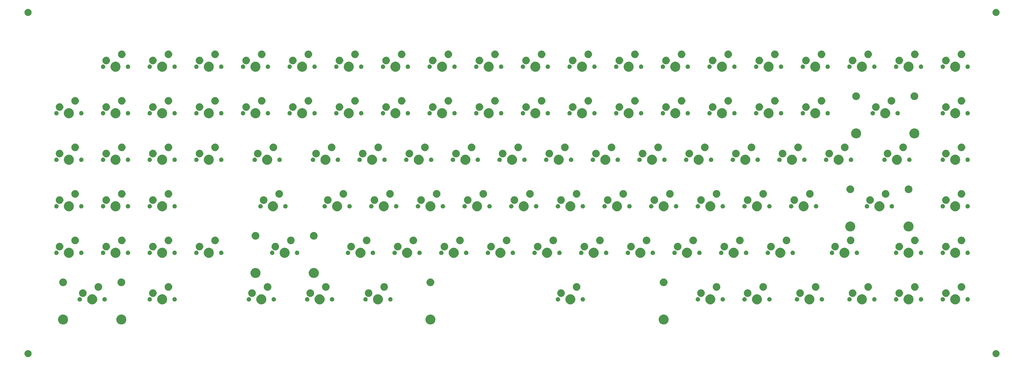
<source format=gbr>
G04 #@! TF.GenerationSoftware,KiCad,Pcbnew,(5.1.5)-3*
G04 #@! TF.CreationDate,2020-02-09T18:38:47-08:00*
G04 #@! TF.ProjectId,minato,6d696e61-746f-42e6-9b69-6361645f7063,rev?*
G04 #@! TF.SameCoordinates,Original*
G04 #@! TF.FileFunction,Soldermask,Top*
G04 #@! TF.FilePolarity,Negative*
%FSLAX46Y46*%
G04 Gerber Fmt 4.6, Leading zero omitted, Abs format (unit mm)*
G04 Created by KiCad (PCBNEW (5.1.5)-3) date 2020-02-09 18:38:47*
%MOMM*%
%LPD*%
G04 APERTURE LIST*
%ADD10C,0.100000*%
G04 APERTURE END LIST*
D10*
G36*
X432223241Y-142273510D02*
G01*
X432487305Y-142382889D01*
X432724958Y-142541684D01*
X432927066Y-142743792D01*
X433085861Y-142981445D01*
X433195240Y-143245509D01*
X433251000Y-143525838D01*
X433251000Y-143811662D01*
X433195240Y-144091991D01*
X433085861Y-144356055D01*
X432927066Y-144593708D01*
X432724958Y-144795816D01*
X432487305Y-144954611D01*
X432223241Y-145063990D01*
X431942912Y-145119750D01*
X431657088Y-145119750D01*
X431376759Y-145063990D01*
X431112695Y-144954611D01*
X430875042Y-144795816D01*
X430672934Y-144593708D01*
X430514139Y-144356055D01*
X430404760Y-144091991D01*
X430349000Y-143811662D01*
X430349000Y-143525838D01*
X430404760Y-143245509D01*
X430514139Y-142981445D01*
X430672934Y-142743792D01*
X430875042Y-142541684D01*
X431112695Y-142382889D01*
X431376759Y-142273510D01*
X431657088Y-142217750D01*
X431942912Y-142217750D01*
X432223241Y-142273510D01*
G37*
G36*
X36935741Y-142273510D02*
G01*
X37199805Y-142382889D01*
X37437458Y-142541684D01*
X37639566Y-142743792D01*
X37798361Y-142981445D01*
X37907740Y-143245509D01*
X37963500Y-143525838D01*
X37963500Y-143811662D01*
X37907740Y-144091991D01*
X37798361Y-144356055D01*
X37639566Y-144593708D01*
X37437458Y-144795816D01*
X37199805Y-144954611D01*
X36935741Y-145063990D01*
X36655412Y-145119750D01*
X36369588Y-145119750D01*
X36089259Y-145063990D01*
X35825195Y-144954611D01*
X35587542Y-144795816D01*
X35385434Y-144593708D01*
X35226639Y-144356055D01*
X35117260Y-144091991D01*
X35061500Y-143811662D01*
X35061500Y-143525838D01*
X35117260Y-143245509D01*
X35226639Y-142981445D01*
X35385434Y-142743792D01*
X35587542Y-142541684D01*
X35825195Y-142382889D01*
X36089259Y-142273510D01*
X36369588Y-142217750D01*
X36655412Y-142217750D01*
X36935741Y-142273510D01*
G37*
G36*
X201415224Y-127732434D02*
G01*
X201633224Y-127822733D01*
X201787373Y-127886583D01*
X202122298Y-128110373D01*
X202407127Y-128395202D01*
X202630917Y-128730127D01*
X202630917Y-128730128D01*
X202785066Y-129102276D01*
X202863650Y-129497344D01*
X202863650Y-129900156D01*
X202785066Y-130295224D01*
X202694767Y-130513224D01*
X202630917Y-130667373D01*
X202407127Y-131002298D01*
X202122298Y-131287127D01*
X201787373Y-131510917D01*
X201633224Y-131574767D01*
X201415224Y-131665066D01*
X201020156Y-131743650D01*
X200617344Y-131743650D01*
X200222276Y-131665066D01*
X200004276Y-131574767D01*
X199850127Y-131510917D01*
X199515202Y-131287127D01*
X199230373Y-131002298D01*
X199006583Y-130667373D01*
X198942733Y-130513224D01*
X198852434Y-130295224D01*
X198773850Y-129900156D01*
X198773850Y-129497344D01*
X198852434Y-129102276D01*
X199006583Y-128730128D01*
X199006583Y-128730127D01*
X199230373Y-128395202D01*
X199515202Y-128110373D01*
X199850127Y-127886583D01*
X200004276Y-127822733D01*
X200222276Y-127732434D01*
X200617344Y-127653850D01*
X201020156Y-127653850D01*
X201415224Y-127732434D01*
G37*
G36*
X75202724Y-127732434D02*
G01*
X75420724Y-127822733D01*
X75574873Y-127886583D01*
X75909798Y-128110373D01*
X76194627Y-128395202D01*
X76418417Y-128730127D01*
X76418417Y-128730128D01*
X76572566Y-129102276D01*
X76651150Y-129497344D01*
X76651150Y-129900156D01*
X76572566Y-130295224D01*
X76482267Y-130513224D01*
X76418417Y-130667373D01*
X76194627Y-131002298D01*
X75909798Y-131287127D01*
X75574873Y-131510917D01*
X75420724Y-131574767D01*
X75202724Y-131665066D01*
X74807656Y-131743650D01*
X74404844Y-131743650D01*
X74009776Y-131665066D01*
X73791776Y-131574767D01*
X73637627Y-131510917D01*
X73302702Y-131287127D01*
X73017873Y-131002298D01*
X72794083Y-130667373D01*
X72730233Y-130513224D01*
X72639934Y-130295224D01*
X72561350Y-129900156D01*
X72561350Y-129497344D01*
X72639934Y-129102276D01*
X72794083Y-128730128D01*
X72794083Y-128730127D01*
X73017873Y-128395202D01*
X73302702Y-128110373D01*
X73637627Y-127886583D01*
X73791776Y-127822733D01*
X74009776Y-127732434D01*
X74404844Y-127653850D01*
X74807656Y-127653850D01*
X75202724Y-127732434D01*
G37*
G36*
X51402724Y-127732434D02*
G01*
X51620724Y-127822733D01*
X51774873Y-127886583D01*
X52109798Y-128110373D01*
X52394627Y-128395202D01*
X52618417Y-128730127D01*
X52618417Y-128730128D01*
X52772566Y-129102276D01*
X52851150Y-129497344D01*
X52851150Y-129900156D01*
X52772566Y-130295224D01*
X52682267Y-130513224D01*
X52618417Y-130667373D01*
X52394627Y-131002298D01*
X52109798Y-131287127D01*
X51774873Y-131510917D01*
X51620724Y-131574767D01*
X51402724Y-131665066D01*
X51007656Y-131743650D01*
X50604844Y-131743650D01*
X50209776Y-131665066D01*
X49991776Y-131574767D01*
X49837627Y-131510917D01*
X49502702Y-131287127D01*
X49217873Y-131002298D01*
X48994083Y-130667373D01*
X48930233Y-130513224D01*
X48839934Y-130295224D01*
X48761350Y-129900156D01*
X48761350Y-129497344D01*
X48839934Y-129102276D01*
X48994083Y-128730128D01*
X48994083Y-128730127D01*
X49217873Y-128395202D01*
X49502702Y-128110373D01*
X49837627Y-127886583D01*
X49991776Y-127822733D01*
X50209776Y-127732434D01*
X50604844Y-127653850D01*
X51007656Y-127653850D01*
X51402724Y-127732434D01*
G37*
G36*
X296665224Y-127732434D02*
G01*
X296883224Y-127822733D01*
X297037373Y-127886583D01*
X297372298Y-128110373D01*
X297657127Y-128395202D01*
X297880917Y-128730127D01*
X297880917Y-128730128D01*
X298035066Y-129102276D01*
X298113650Y-129497344D01*
X298113650Y-129900156D01*
X298035066Y-130295224D01*
X297944767Y-130513224D01*
X297880917Y-130667373D01*
X297657127Y-131002298D01*
X297372298Y-131287127D01*
X297037373Y-131510917D01*
X296883224Y-131574767D01*
X296665224Y-131665066D01*
X296270156Y-131743650D01*
X295867344Y-131743650D01*
X295472276Y-131665066D01*
X295254276Y-131574767D01*
X295100127Y-131510917D01*
X294765202Y-131287127D01*
X294480373Y-131002298D01*
X294256583Y-130667373D01*
X294192733Y-130513224D01*
X294102434Y-130295224D01*
X294023850Y-129900156D01*
X294023850Y-129497344D01*
X294102434Y-129102276D01*
X294256583Y-128730128D01*
X294256583Y-128730127D01*
X294480373Y-128395202D01*
X294765202Y-128110373D01*
X295100127Y-127886583D01*
X295254276Y-127822733D01*
X295472276Y-127732434D01*
X295867344Y-127653850D01*
X296270156Y-127653850D01*
X296665224Y-127732434D01*
G37*
G36*
X258565224Y-119477434D02*
G01*
X258783224Y-119567733D01*
X258937373Y-119631583D01*
X259272298Y-119855373D01*
X259557127Y-120140202D01*
X259780917Y-120475127D01*
X259844767Y-120629276D01*
X259935066Y-120847276D01*
X260013650Y-121242344D01*
X260013650Y-121645156D01*
X259935066Y-122040224D01*
X259851072Y-122243003D01*
X259780917Y-122412373D01*
X259557127Y-122747298D01*
X259272298Y-123032127D01*
X258937373Y-123255917D01*
X258783224Y-123319767D01*
X258565224Y-123410066D01*
X258170156Y-123488650D01*
X257767344Y-123488650D01*
X257372276Y-123410066D01*
X257154276Y-123319767D01*
X257000127Y-123255917D01*
X256665202Y-123032127D01*
X256380373Y-122747298D01*
X256156583Y-122412373D01*
X256086428Y-122243003D01*
X256002434Y-122040224D01*
X255923850Y-121645156D01*
X255923850Y-121242344D01*
X256002434Y-120847276D01*
X256092733Y-120629276D01*
X256156583Y-120475127D01*
X256380373Y-120140202D01*
X256665202Y-119855373D01*
X257000127Y-119631583D01*
X257154276Y-119567733D01*
X257372276Y-119477434D01*
X257767344Y-119398850D01*
X258170156Y-119398850D01*
X258565224Y-119477434D01*
G37*
G36*
X315715224Y-119477434D02*
G01*
X315933224Y-119567733D01*
X316087373Y-119631583D01*
X316422298Y-119855373D01*
X316707127Y-120140202D01*
X316930917Y-120475127D01*
X316994767Y-120629276D01*
X317085066Y-120847276D01*
X317163650Y-121242344D01*
X317163650Y-121645156D01*
X317085066Y-122040224D01*
X317001072Y-122243003D01*
X316930917Y-122412373D01*
X316707127Y-122747298D01*
X316422298Y-123032127D01*
X316087373Y-123255917D01*
X315933224Y-123319767D01*
X315715224Y-123410066D01*
X315320156Y-123488650D01*
X314917344Y-123488650D01*
X314522276Y-123410066D01*
X314304276Y-123319767D01*
X314150127Y-123255917D01*
X313815202Y-123032127D01*
X313530373Y-122747298D01*
X313306583Y-122412373D01*
X313236428Y-122243003D01*
X313152434Y-122040224D01*
X313073850Y-121645156D01*
X313073850Y-121242344D01*
X313152434Y-120847276D01*
X313242733Y-120629276D01*
X313306583Y-120475127D01*
X313530373Y-120140202D01*
X313815202Y-119855373D01*
X314150127Y-119631583D01*
X314304276Y-119567733D01*
X314522276Y-119477434D01*
X314917344Y-119398850D01*
X315320156Y-119398850D01*
X315715224Y-119477434D01*
G37*
G36*
X179983974Y-119477434D02*
G01*
X180201974Y-119567733D01*
X180356123Y-119631583D01*
X180691048Y-119855373D01*
X180975877Y-120140202D01*
X181199667Y-120475127D01*
X181263517Y-120629276D01*
X181353816Y-120847276D01*
X181432400Y-121242344D01*
X181432400Y-121645156D01*
X181353816Y-122040224D01*
X181269822Y-122243003D01*
X181199667Y-122412373D01*
X180975877Y-122747298D01*
X180691048Y-123032127D01*
X180356123Y-123255917D01*
X180201974Y-123319767D01*
X179983974Y-123410066D01*
X179588906Y-123488650D01*
X179186094Y-123488650D01*
X178791026Y-123410066D01*
X178573026Y-123319767D01*
X178418877Y-123255917D01*
X178083952Y-123032127D01*
X177799123Y-122747298D01*
X177575333Y-122412373D01*
X177505178Y-122243003D01*
X177421184Y-122040224D01*
X177342600Y-121645156D01*
X177342600Y-121242344D01*
X177421184Y-120847276D01*
X177511483Y-120629276D01*
X177575333Y-120475127D01*
X177799123Y-120140202D01*
X178083952Y-119855373D01*
X178418877Y-119631583D01*
X178573026Y-119567733D01*
X178791026Y-119477434D01*
X179186094Y-119398850D01*
X179588906Y-119398850D01*
X179983974Y-119477434D01*
G37*
G36*
X356196474Y-119477434D02*
G01*
X356414474Y-119567733D01*
X356568623Y-119631583D01*
X356903548Y-119855373D01*
X357188377Y-120140202D01*
X357412167Y-120475127D01*
X357476017Y-120629276D01*
X357566316Y-120847276D01*
X357644900Y-121242344D01*
X357644900Y-121645156D01*
X357566316Y-122040224D01*
X357482322Y-122243003D01*
X357412167Y-122412373D01*
X357188377Y-122747298D01*
X356903548Y-123032127D01*
X356568623Y-123255917D01*
X356414474Y-123319767D01*
X356196474Y-123410066D01*
X355801406Y-123488650D01*
X355398594Y-123488650D01*
X355003526Y-123410066D01*
X354785526Y-123319767D01*
X354631377Y-123255917D01*
X354296452Y-123032127D01*
X354011623Y-122747298D01*
X353787833Y-122412373D01*
X353717678Y-122243003D01*
X353633684Y-122040224D01*
X353555100Y-121645156D01*
X353555100Y-121242344D01*
X353633684Y-120847276D01*
X353723983Y-120629276D01*
X353787833Y-120475127D01*
X354011623Y-120140202D01*
X354296452Y-119855373D01*
X354631377Y-119631583D01*
X354785526Y-119567733D01*
X355003526Y-119477434D01*
X355398594Y-119398850D01*
X355801406Y-119398850D01*
X356196474Y-119477434D01*
G37*
G36*
X377627724Y-119477434D02*
G01*
X377845724Y-119567733D01*
X377999873Y-119631583D01*
X378334798Y-119855373D01*
X378619627Y-120140202D01*
X378843417Y-120475127D01*
X378907267Y-120629276D01*
X378997566Y-120847276D01*
X379076150Y-121242344D01*
X379076150Y-121645156D01*
X378997566Y-122040224D01*
X378913572Y-122243003D01*
X378843417Y-122412373D01*
X378619627Y-122747298D01*
X378334798Y-123032127D01*
X377999873Y-123255917D01*
X377845724Y-123319767D01*
X377627724Y-123410066D01*
X377232656Y-123488650D01*
X376829844Y-123488650D01*
X376434776Y-123410066D01*
X376216776Y-123319767D01*
X376062627Y-123255917D01*
X375727702Y-123032127D01*
X375442873Y-122747298D01*
X375219083Y-122412373D01*
X375148928Y-122243003D01*
X375064934Y-122040224D01*
X374986350Y-121645156D01*
X374986350Y-121242344D01*
X375064934Y-120847276D01*
X375155233Y-120629276D01*
X375219083Y-120475127D01*
X375442873Y-120140202D01*
X375727702Y-119855373D01*
X376062627Y-119631583D01*
X376216776Y-119567733D01*
X376434776Y-119477434D01*
X376829844Y-119398850D01*
X377232656Y-119398850D01*
X377627724Y-119477434D01*
G37*
G36*
X396677724Y-119477434D02*
G01*
X396895724Y-119567733D01*
X397049873Y-119631583D01*
X397384798Y-119855373D01*
X397669627Y-120140202D01*
X397893417Y-120475127D01*
X397957267Y-120629276D01*
X398047566Y-120847276D01*
X398126150Y-121242344D01*
X398126150Y-121645156D01*
X398047566Y-122040224D01*
X397963572Y-122243003D01*
X397893417Y-122412373D01*
X397669627Y-122747298D01*
X397384798Y-123032127D01*
X397049873Y-123255917D01*
X396895724Y-123319767D01*
X396677724Y-123410066D01*
X396282656Y-123488650D01*
X395879844Y-123488650D01*
X395484776Y-123410066D01*
X395266776Y-123319767D01*
X395112627Y-123255917D01*
X394777702Y-123032127D01*
X394492873Y-122747298D01*
X394269083Y-122412373D01*
X394198928Y-122243003D01*
X394114934Y-122040224D01*
X394036350Y-121645156D01*
X394036350Y-121242344D01*
X394114934Y-120847276D01*
X394205233Y-120629276D01*
X394269083Y-120475127D01*
X394492873Y-120140202D01*
X394777702Y-119855373D01*
X395112627Y-119631583D01*
X395266776Y-119567733D01*
X395484776Y-119477434D01*
X395879844Y-119398850D01*
X396282656Y-119398850D01*
X396677724Y-119477434D01*
G37*
G36*
X334765224Y-119477434D02*
G01*
X334983224Y-119567733D01*
X335137373Y-119631583D01*
X335472298Y-119855373D01*
X335757127Y-120140202D01*
X335980917Y-120475127D01*
X336044767Y-120629276D01*
X336135066Y-120847276D01*
X336213650Y-121242344D01*
X336213650Y-121645156D01*
X336135066Y-122040224D01*
X336051072Y-122243003D01*
X335980917Y-122412373D01*
X335757127Y-122747298D01*
X335472298Y-123032127D01*
X335137373Y-123255917D01*
X334983224Y-123319767D01*
X334765224Y-123410066D01*
X334370156Y-123488650D01*
X333967344Y-123488650D01*
X333572276Y-123410066D01*
X333354276Y-123319767D01*
X333200127Y-123255917D01*
X332865202Y-123032127D01*
X332580373Y-122747298D01*
X332356583Y-122412373D01*
X332286428Y-122243003D01*
X332202434Y-122040224D01*
X332123850Y-121645156D01*
X332123850Y-121242344D01*
X332202434Y-120847276D01*
X332292733Y-120629276D01*
X332356583Y-120475127D01*
X332580373Y-120140202D01*
X332865202Y-119855373D01*
X333200127Y-119631583D01*
X333354276Y-119567733D01*
X333572276Y-119477434D01*
X333967344Y-119398850D01*
X334370156Y-119398850D01*
X334765224Y-119477434D01*
G37*
G36*
X63302724Y-119477434D02*
G01*
X63520724Y-119567733D01*
X63674873Y-119631583D01*
X64009798Y-119855373D01*
X64294627Y-120140202D01*
X64518417Y-120475127D01*
X64582267Y-120629276D01*
X64672566Y-120847276D01*
X64751150Y-121242344D01*
X64751150Y-121645156D01*
X64672566Y-122040224D01*
X64588572Y-122243003D01*
X64518417Y-122412373D01*
X64294627Y-122747298D01*
X64009798Y-123032127D01*
X63674873Y-123255917D01*
X63520724Y-123319767D01*
X63302724Y-123410066D01*
X62907656Y-123488650D01*
X62504844Y-123488650D01*
X62109776Y-123410066D01*
X61891776Y-123319767D01*
X61737627Y-123255917D01*
X61402702Y-123032127D01*
X61117873Y-122747298D01*
X60894083Y-122412373D01*
X60823928Y-122243003D01*
X60739934Y-122040224D01*
X60661350Y-121645156D01*
X60661350Y-121242344D01*
X60739934Y-120847276D01*
X60830233Y-120629276D01*
X60894083Y-120475127D01*
X61117873Y-120140202D01*
X61402702Y-119855373D01*
X61737627Y-119631583D01*
X61891776Y-119567733D01*
X62109776Y-119477434D01*
X62504844Y-119398850D01*
X62907656Y-119398850D01*
X63302724Y-119477434D01*
G37*
G36*
X415727724Y-119477434D02*
G01*
X415945724Y-119567733D01*
X416099873Y-119631583D01*
X416434798Y-119855373D01*
X416719627Y-120140202D01*
X416943417Y-120475127D01*
X417007267Y-120629276D01*
X417097566Y-120847276D01*
X417176150Y-121242344D01*
X417176150Y-121645156D01*
X417097566Y-122040224D01*
X417013572Y-122243003D01*
X416943417Y-122412373D01*
X416719627Y-122747298D01*
X416434798Y-123032127D01*
X416099873Y-123255917D01*
X415945724Y-123319767D01*
X415727724Y-123410066D01*
X415332656Y-123488650D01*
X414929844Y-123488650D01*
X414534776Y-123410066D01*
X414316776Y-123319767D01*
X414162627Y-123255917D01*
X413827702Y-123032127D01*
X413542873Y-122747298D01*
X413319083Y-122412373D01*
X413248928Y-122243003D01*
X413164934Y-122040224D01*
X413086350Y-121645156D01*
X413086350Y-121242344D01*
X413164934Y-120847276D01*
X413255233Y-120629276D01*
X413319083Y-120475127D01*
X413542873Y-120140202D01*
X413827702Y-119855373D01*
X414162627Y-119631583D01*
X414316776Y-119567733D01*
X414534776Y-119477434D01*
X414929844Y-119398850D01*
X415332656Y-119398850D01*
X415727724Y-119477434D01*
G37*
G36*
X156171474Y-119477434D02*
G01*
X156389474Y-119567733D01*
X156543623Y-119631583D01*
X156878548Y-119855373D01*
X157163377Y-120140202D01*
X157387167Y-120475127D01*
X157451017Y-120629276D01*
X157541316Y-120847276D01*
X157619900Y-121242344D01*
X157619900Y-121645156D01*
X157541316Y-122040224D01*
X157457322Y-122243003D01*
X157387167Y-122412373D01*
X157163377Y-122747298D01*
X156878548Y-123032127D01*
X156543623Y-123255917D01*
X156389474Y-123319767D01*
X156171474Y-123410066D01*
X155776406Y-123488650D01*
X155373594Y-123488650D01*
X154978526Y-123410066D01*
X154760526Y-123319767D01*
X154606377Y-123255917D01*
X154271452Y-123032127D01*
X153986623Y-122747298D01*
X153762833Y-122412373D01*
X153692678Y-122243003D01*
X153608684Y-122040224D01*
X153530100Y-121645156D01*
X153530100Y-121242344D01*
X153608684Y-120847276D01*
X153698983Y-120629276D01*
X153762833Y-120475127D01*
X153986623Y-120140202D01*
X154271452Y-119855373D01*
X154606377Y-119631583D01*
X154760526Y-119567733D01*
X154978526Y-119477434D01*
X155373594Y-119398850D01*
X155776406Y-119398850D01*
X156171474Y-119477434D01*
G37*
G36*
X132358974Y-119477434D02*
G01*
X132576974Y-119567733D01*
X132731123Y-119631583D01*
X133066048Y-119855373D01*
X133350877Y-120140202D01*
X133574667Y-120475127D01*
X133638517Y-120629276D01*
X133728816Y-120847276D01*
X133807400Y-121242344D01*
X133807400Y-121645156D01*
X133728816Y-122040224D01*
X133644822Y-122243003D01*
X133574667Y-122412373D01*
X133350877Y-122747298D01*
X133066048Y-123032127D01*
X132731123Y-123255917D01*
X132576974Y-123319767D01*
X132358974Y-123410066D01*
X131963906Y-123488650D01*
X131561094Y-123488650D01*
X131166026Y-123410066D01*
X130948026Y-123319767D01*
X130793877Y-123255917D01*
X130458952Y-123032127D01*
X130174123Y-122747298D01*
X129950333Y-122412373D01*
X129880178Y-122243003D01*
X129796184Y-122040224D01*
X129717600Y-121645156D01*
X129717600Y-121242344D01*
X129796184Y-120847276D01*
X129886483Y-120629276D01*
X129950333Y-120475127D01*
X130174123Y-120140202D01*
X130458952Y-119855373D01*
X130793877Y-119631583D01*
X130948026Y-119567733D01*
X131166026Y-119477434D01*
X131561094Y-119398850D01*
X131963906Y-119398850D01*
X132358974Y-119477434D01*
G37*
G36*
X91877724Y-119477434D02*
G01*
X92095724Y-119567733D01*
X92249873Y-119631583D01*
X92584798Y-119855373D01*
X92869627Y-120140202D01*
X93093417Y-120475127D01*
X93157267Y-120629276D01*
X93247566Y-120847276D01*
X93326150Y-121242344D01*
X93326150Y-121645156D01*
X93247566Y-122040224D01*
X93163572Y-122243003D01*
X93093417Y-122412373D01*
X92869627Y-122747298D01*
X92584798Y-123032127D01*
X92249873Y-123255917D01*
X92095724Y-123319767D01*
X91877724Y-123410066D01*
X91482656Y-123488650D01*
X91079844Y-123488650D01*
X90684776Y-123410066D01*
X90466776Y-123319767D01*
X90312627Y-123255917D01*
X89977702Y-123032127D01*
X89692873Y-122747298D01*
X89469083Y-122412373D01*
X89398928Y-122243003D01*
X89314934Y-122040224D01*
X89236350Y-121645156D01*
X89236350Y-121242344D01*
X89314934Y-120847276D01*
X89405233Y-120629276D01*
X89469083Y-120475127D01*
X89692873Y-120140202D01*
X89977702Y-119855373D01*
X90312627Y-119631583D01*
X90466776Y-119567733D01*
X90684776Y-119477434D01*
X91079844Y-119398850D01*
X91482656Y-119398850D01*
X91877724Y-119477434D01*
G37*
G36*
X137018452Y-120559180D02*
G01*
X137105575Y-120576509D01*
X137214998Y-120621834D01*
X137269711Y-120644497D01*
X137416433Y-120742533D01*
X137417428Y-120743198D01*
X137543052Y-120868822D01*
X137543054Y-120868825D01*
X137641753Y-121016539D01*
X137641753Y-121016540D01*
X137709741Y-121180675D01*
X137744400Y-121354921D01*
X137744400Y-121532579D01*
X137709741Y-121706825D01*
X137664416Y-121816248D01*
X137641753Y-121870961D01*
X137543717Y-122017683D01*
X137543052Y-122018678D01*
X137417428Y-122144302D01*
X137417425Y-122144304D01*
X137269711Y-122243003D01*
X137214998Y-122265666D01*
X137105575Y-122310991D01*
X137018452Y-122328321D01*
X136931331Y-122345650D01*
X136753669Y-122345650D01*
X136666548Y-122328321D01*
X136579425Y-122310991D01*
X136470002Y-122265666D01*
X136415289Y-122243003D01*
X136267575Y-122144304D01*
X136267572Y-122144302D01*
X136141948Y-122018678D01*
X136141283Y-122017683D01*
X136043247Y-121870961D01*
X136020584Y-121816248D01*
X135975259Y-121706825D01*
X135940600Y-121532579D01*
X135940600Y-121354921D01*
X135975259Y-121180675D01*
X136043247Y-121016540D01*
X136043247Y-121016539D01*
X136141946Y-120868825D01*
X136141948Y-120868822D01*
X136267572Y-120743198D01*
X136268567Y-120742533D01*
X136415289Y-120644497D01*
X136470002Y-120621834D01*
X136579425Y-120576509D01*
X136666548Y-120559180D01*
X136753669Y-120541850D01*
X136931331Y-120541850D01*
X137018452Y-120559180D01*
G37*
G36*
X67962202Y-120559180D02*
G01*
X68049325Y-120576509D01*
X68158748Y-120621834D01*
X68213461Y-120644497D01*
X68360183Y-120742533D01*
X68361178Y-120743198D01*
X68486802Y-120868822D01*
X68486804Y-120868825D01*
X68585503Y-121016539D01*
X68585503Y-121016540D01*
X68653491Y-121180675D01*
X68688150Y-121354921D01*
X68688150Y-121532579D01*
X68653491Y-121706825D01*
X68608166Y-121816248D01*
X68585503Y-121870961D01*
X68487467Y-122017683D01*
X68486802Y-122018678D01*
X68361178Y-122144302D01*
X68361175Y-122144304D01*
X68213461Y-122243003D01*
X68158748Y-122265666D01*
X68049325Y-122310991D01*
X67962202Y-122328321D01*
X67875081Y-122345650D01*
X67697419Y-122345650D01*
X67610298Y-122328321D01*
X67523175Y-122310991D01*
X67413752Y-122265666D01*
X67359039Y-122243003D01*
X67211325Y-122144304D01*
X67211322Y-122144302D01*
X67085698Y-122018678D01*
X67085033Y-122017683D01*
X66986997Y-121870961D01*
X66964334Y-121816248D01*
X66919009Y-121706825D01*
X66884350Y-121532579D01*
X66884350Y-121354921D01*
X66919009Y-121180675D01*
X66986997Y-121016540D01*
X66986997Y-121016539D01*
X67085696Y-120868825D01*
X67085698Y-120868822D01*
X67211322Y-120743198D01*
X67212317Y-120742533D01*
X67359039Y-120644497D01*
X67413752Y-120621834D01*
X67523175Y-120576509D01*
X67610298Y-120559180D01*
X67697419Y-120541850D01*
X67875081Y-120541850D01*
X67962202Y-120559180D01*
G37*
G36*
X57802202Y-120559180D02*
G01*
X57889325Y-120576509D01*
X57998748Y-120621834D01*
X58053461Y-120644497D01*
X58200183Y-120742533D01*
X58201178Y-120743198D01*
X58326802Y-120868822D01*
X58326804Y-120868825D01*
X58425503Y-121016539D01*
X58425503Y-121016540D01*
X58493491Y-121180675D01*
X58528150Y-121354921D01*
X58528150Y-121532579D01*
X58493491Y-121706825D01*
X58448166Y-121816248D01*
X58425503Y-121870961D01*
X58327467Y-122017683D01*
X58326802Y-122018678D01*
X58201178Y-122144302D01*
X58201175Y-122144304D01*
X58053461Y-122243003D01*
X57998748Y-122265666D01*
X57889325Y-122310991D01*
X57802202Y-122328321D01*
X57715081Y-122345650D01*
X57537419Y-122345650D01*
X57450298Y-122328321D01*
X57363175Y-122310991D01*
X57253752Y-122265666D01*
X57199039Y-122243003D01*
X57051325Y-122144304D01*
X57051322Y-122144302D01*
X56925698Y-122018678D01*
X56925033Y-122017683D01*
X56826997Y-121870961D01*
X56804334Y-121816248D01*
X56759009Y-121706825D01*
X56724350Y-121532579D01*
X56724350Y-121354921D01*
X56759009Y-121180675D01*
X56826997Y-121016540D01*
X56826997Y-121016539D01*
X56925696Y-120868825D01*
X56925698Y-120868822D01*
X57051322Y-120743198D01*
X57052317Y-120742533D01*
X57199039Y-120644497D01*
X57253752Y-120621834D01*
X57363175Y-120576509D01*
X57450298Y-120559180D01*
X57537419Y-120541850D01*
X57715081Y-120541850D01*
X57802202Y-120559180D01*
G37*
G36*
X96537202Y-120559180D02*
G01*
X96624325Y-120576509D01*
X96733748Y-120621834D01*
X96788461Y-120644497D01*
X96935183Y-120742533D01*
X96936178Y-120743198D01*
X97061802Y-120868822D01*
X97061804Y-120868825D01*
X97160503Y-121016539D01*
X97160503Y-121016540D01*
X97228491Y-121180675D01*
X97263150Y-121354921D01*
X97263150Y-121532579D01*
X97228491Y-121706825D01*
X97183166Y-121816248D01*
X97160503Y-121870961D01*
X97062467Y-122017683D01*
X97061802Y-122018678D01*
X96936178Y-122144302D01*
X96936175Y-122144304D01*
X96788461Y-122243003D01*
X96733748Y-122265666D01*
X96624325Y-122310991D01*
X96537202Y-122328321D01*
X96450081Y-122345650D01*
X96272419Y-122345650D01*
X96185298Y-122328321D01*
X96098175Y-122310991D01*
X95988752Y-122265666D01*
X95934039Y-122243003D01*
X95786325Y-122144304D01*
X95786322Y-122144302D01*
X95660698Y-122018678D01*
X95660033Y-122017683D01*
X95561997Y-121870961D01*
X95539334Y-121816248D01*
X95494009Y-121706825D01*
X95459350Y-121532579D01*
X95459350Y-121354921D01*
X95494009Y-121180675D01*
X95561997Y-121016540D01*
X95561997Y-121016539D01*
X95660696Y-120868825D01*
X95660698Y-120868822D01*
X95786322Y-120743198D01*
X95787317Y-120742533D01*
X95934039Y-120644497D01*
X95988752Y-120621834D01*
X96098175Y-120576509D01*
X96185298Y-120559180D01*
X96272419Y-120541850D01*
X96450081Y-120541850D01*
X96537202Y-120559180D01*
G37*
G36*
X86377202Y-120559180D02*
G01*
X86464325Y-120576509D01*
X86573748Y-120621834D01*
X86628461Y-120644497D01*
X86775183Y-120742533D01*
X86776178Y-120743198D01*
X86901802Y-120868822D01*
X86901804Y-120868825D01*
X87000503Y-121016539D01*
X87000503Y-121016540D01*
X87068491Y-121180675D01*
X87103150Y-121354921D01*
X87103150Y-121532579D01*
X87068491Y-121706825D01*
X87023166Y-121816248D01*
X87000503Y-121870961D01*
X86902467Y-122017683D01*
X86901802Y-122018678D01*
X86776178Y-122144302D01*
X86776175Y-122144304D01*
X86628461Y-122243003D01*
X86573748Y-122265666D01*
X86464325Y-122310991D01*
X86377202Y-122328321D01*
X86290081Y-122345650D01*
X86112419Y-122345650D01*
X86025298Y-122328321D01*
X85938175Y-122310991D01*
X85828752Y-122265666D01*
X85774039Y-122243003D01*
X85626325Y-122144304D01*
X85626322Y-122144302D01*
X85500698Y-122018678D01*
X85500033Y-122017683D01*
X85401997Y-121870961D01*
X85379334Y-121816248D01*
X85334009Y-121706825D01*
X85299350Y-121532579D01*
X85299350Y-121354921D01*
X85334009Y-121180675D01*
X85401997Y-121016540D01*
X85401997Y-121016539D01*
X85500696Y-120868825D01*
X85500698Y-120868822D01*
X85626322Y-120743198D01*
X85627317Y-120742533D01*
X85774039Y-120644497D01*
X85828752Y-120621834D01*
X85938175Y-120576509D01*
X86025298Y-120559180D01*
X86112419Y-120541850D01*
X86290081Y-120541850D01*
X86377202Y-120559180D01*
G37*
G36*
X150670952Y-120559180D02*
G01*
X150758075Y-120576509D01*
X150867498Y-120621834D01*
X150922211Y-120644497D01*
X151068933Y-120742533D01*
X151069928Y-120743198D01*
X151195552Y-120868822D01*
X151195554Y-120868825D01*
X151294253Y-121016539D01*
X151294253Y-121016540D01*
X151362241Y-121180675D01*
X151396900Y-121354921D01*
X151396900Y-121532579D01*
X151362241Y-121706825D01*
X151316916Y-121816248D01*
X151294253Y-121870961D01*
X151196217Y-122017683D01*
X151195552Y-122018678D01*
X151069928Y-122144302D01*
X151069925Y-122144304D01*
X150922211Y-122243003D01*
X150867498Y-122265666D01*
X150758075Y-122310991D01*
X150670952Y-122328321D01*
X150583831Y-122345650D01*
X150406169Y-122345650D01*
X150319048Y-122328321D01*
X150231925Y-122310991D01*
X150122502Y-122265666D01*
X150067789Y-122243003D01*
X149920075Y-122144304D01*
X149920072Y-122144302D01*
X149794448Y-122018678D01*
X149793783Y-122017683D01*
X149695747Y-121870961D01*
X149673084Y-121816248D01*
X149627759Y-121706825D01*
X149593100Y-121532579D01*
X149593100Y-121354921D01*
X149627759Y-121180675D01*
X149695747Y-121016540D01*
X149695747Y-121016539D01*
X149794446Y-120868825D01*
X149794448Y-120868822D01*
X149920072Y-120743198D01*
X149921067Y-120742533D01*
X150067789Y-120644497D01*
X150122502Y-120621834D01*
X150231925Y-120576509D01*
X150319048Y-120559180D01*
X150406169Y-120541850D01*
X150583831Y-120541850D01*
X150670952Y-120559180D01*
G37*
G36*
X160830952Y-120559180D02*
G01*
X160918075Y-120576509D01*
X161027498Y-120621834D01*
X161082211Y-120644497D01*
X161228933Y-120742533D01*
X161229928Y-120743198D01*
X161355552Y-120868822D01*
X161355554Y-120868825D01*
X161454253Y-121016539D01*
X161454253Y-121016540D01*
X161522241Y-121180675D01*
X161556900Y-121354921D01*
X161556900Y-121532579D01*
X161522241Y-121706825D01*
X161476916Y-121816248D01*
X161454253Y-121870961D01*
X161356217Y-122017683D01*
X161355552Y-122018678D01*
X161229928Y-122144302D01*
X161229925Y-122144304D01*
X161082211Y-122243003D01*
X161027498Y-122265666D01*
X160918075Y-122310991D01*
X160830952Y-122328321D01*
X160743831Y-122345650D01*
X160566169Y-122345650D01*
X160479048Y-122328321D01*
X160391925Y-122310991D01*
X160282502Y-122265666D01*
X160227789Y-122243003D01*
X160080075Y-122144304D01*
X160080072Y-122144302D01*
X159954448Y-122018678D01*
X159953783Y-122017683D01*
X159855747Y-121870961D01*
X159833084Y-121816248D01*
X159787759Y-121706825D01*
X159753100Y-121532579D01*
X159753100Y-121354921D01*
X159787759Y-121180675D01*
X159855747Y-121016540D01*
X159855747Y-121016539D01*
X159954446Y-120868825D01*
X159954448Y-120868822D01*
X160080072Y-120743198D01*
X160081067Y-120742533D01*
X160227789Y-120644497D01*
X160282502Y-120621834D01*
X160391925Y-120576509D01*
X160479048Y-120559180D01*
X160566169Y-120541850D01*
X160743831Y-120541850D01*
X160830952Y-120559180D01*
G37*
G36*
X126858452Y-120559180D02*
G01*
X126945575Y-120576509D01*
X127054998Y-120621834D01*
X127109711Y-120644497D01*
X127256433Y-120742533D01*
X127257428Y-120743198D01*
X127383052Y-120868822D01*
X127383054Y-120868825D01*
X127481753Y-121016539D01*
X127481753Y-121016540D01*
X127549741Y-121180675D01*
X127584400Y-121354921D01*
X127584400Y-121532579D01*
X127549741Y-121706825D01*
X127504416Y-121816248D01*
X127481753Y-121870961D01*
X127383717Y-122017683D01*
X127383052Y-122018678D01*
X127257428Y-122144302D01*
X127257425Y-122144304D01*
X127109711Y-122243003D01*
X127054998Y-122265666D01*
X126945575Y-122310991D01*
X126858452Y-122328321D01*
X126771331Y-122345650D01*
X126593669Y-122345650D01*
X126506548Y-122328321D01*
X126419425Y-122310991D01*
X126310002Y-122265666D01*
X126255289Y-122243003D01*
X126107575Y-122144304D01*
X126107572Y-122144302D01*
X125981948Y-122018678D01*
X125981283Y-122017683D01*
X125883247Y-121870961D01*
X125860584Y-121816248D01*
X125815259Y-121706825D01*
X125780600Y-121532579D01*
X125780600Y-121354921D01*
X125815259Y-121180675D01*
X125883247Y-121016540D01*
X125883247Y-121016539D01*
X125981946Y-120868825D01*
X125981948Y-120868822D01*
X126107572Y-120743198D01*
X126108567Y-120742533D01*
X126255289Y-120644497D01*
X126310002Y-120621834D01*
X126419425Y-120576509D01*
X126506548Y-120559180D01*
X126593669Y-120541850D01*
X126771331Y-120541850D01*
X126858452Y-120559180D01*
G37*
G36*
X329264702Y-120559180D02*
G01*
X329351825Y-120576509D01*
X329461248Y-120621834D01*
X329515961Y-120644497D01*
X329662683Y-120742533D01*
X329663678Y-120743198D01*
X329789302Y-120868822D01*
X329789304Y-120868825D01*
X329888003Y-121016539D01*
X329888003Y-121016540D01*
X329955991Y-121180675D01*
X329990650Y-121354921D01*
X329990650Y-121532579D01*
X329955991Y-121706825D01*
X329910666Y-121816248D01*
X329888003Y-121870961D01*
X329789967Y-122017683D01*
X329789302Y-122018678D01*
X329663678Y-122144302D01*
X329663675Y-122144304D01*
X329515961Y-122243003D01*
X329461248Y-122265666D01*
X329351825Y-122310991D01*
X329264702Y-122328321D01*
X329177581Y-122345650D01*
X328999919Y-122345650D01*
X328912798Y-122328321D01*
X328825675Y-122310991D01*
X328716252Y-122265666D01*
X328661539Y-122243003D01*
X328513825Y-122144304D01*
X328513822Y-122144302D01*
X328388198Y-122018678D01*
X328387533Y-122017683D01*
X328289497Y-121870961D01*
X328266834Y-121816248D01*
X328221509Y-121706825D01*
X328186850Y-121532579D01*
X328186850Y-121354921D01*
X328221509Y-121180675D01*
X328289497Y-121016540D01*
X328289497Y-121016539D01*
X328388196Y-120868825D01*
X328388198Y-120868822D01*
X328513822Y-120743198D01*
X328514817Y-120742533D01*
X328661539Y-120644497D01*
X328716252Y-120621834D01*
X328825675Y-120576509D01*
X328912798Y-120559180D01*
X328999919Y-120541850D01*
X329177581Y-120541850D01*
X329264702Y-120559180D01*
G37*
G36*
X310214702Y-120559180D02*
G01*
X310301825Y-120576509D01*
X310411248Y-120621834D01*
X310465961Y-120644497D01*
X310612683Y-120742533D01*
X310613678Y-120743198D01*
X310739302Y-120868822D01*
X310739304Y-120868825D01*
X310838003Y-121016539D01*
X310838003Y-121016540D01*
X310905991Y-121180675D01*
X310940650Y-121354921D01*
X310940650Y-121532579D01*
X310905991Y-121706825D01*
X310860666Y-121816248D01*
X310838003Y-121870961D01*
X310739967Y-122017683D01*
X310739302Y-122018678D01*
X310613678Y-122144302D01*
X310613675Y-122144304D01*
X310465961Y-122243003D01*
X310411248Y-122265666D01*
X310301825Y-122310991D01*
X310214702Y-122328321D01*
X310127581Y-122345650D01*
X309949919Y-122345650D01*
X309862798Y-122328321D01*
X309775675Y-122310991D01*
X309666252Y-122265666D01*
X309611539Y-122243003D01*
X309463825Y-122144304D01*
X309463822Y-122144302D01*
X309338198Y-122018678D01*
X309337533Y-122017683D01*
X309239497Y-121870961D01*
X309216834Y-121816248D01*
X309171509Y-121706825D01*
X309136850Y-121532579D01*
X309136850Y-121354921D01*
X309171509Y-121180675D01*
X309239497Y-121016540D01*
X309239497Y-121016539D01*
X309338196Y-120868825D01*
X309338198Y-120868822D01*
X309463822Y-120743198D01*
X309464817Y-120742533D01*
X309611539Y-120644497D01*
X309666252Y-120621834D01*
X309775675Y-120576509D01*
X309862798Y-120559180D01*
X309949919Y-120541850D01*
X310127581Y-120541850D01*
X310214702Y-120559180D01*
G37*
G36*
X339424702Y-120559180D02*
G01*
X339511825Y-120576509D01*
X339621248Y-120621834D01*
X339675961Y-120644497D01*
X339822683Y-120742533D01*
X339823678Y-120743198D01*
X339949302Y-120868822D01*
X339949304Y-120868825D01*
X340048003Y-121016539D01*
X340048003Y-121016540D01*
X340115991Y-121180675D01*
X340150650Y-121354921D01*
X340150650Y-121532579D01*
X340115991Y-121706825D01*
X340070666Y-121816248D01*
X340048003Y-121870961D01*
X339949967Y-122017683D01*
X339949302Y-122018678D01*
X339823678Y-122144302D01*
X339823675Y-122144304D01*
X339675961Y-122243003D01*
X339621248Y-122265666D01*
X339511825Y-122310991D01*
X339424702Y-122328321D01*
X339337581Y-122345650D01*
X339159919Y-122345650D01*
X339072798Y-122328321D01*
X338985675Y-122310991D01*
X338876252Y-122265666D01*
X338821539Y-122243003D01*
X338673825Y-122144304D01*
X338673822Y-122144302D01*
X338548198Y-122018678D01*
X338547533Y-122017683D01*
X338449497Y-121870961D01*
X338426834Y-121816248D01*
X338381509Y-121706825D01*
X338346850Y-121532579D01*
X338346850Y-121354921D01*
X338381509Y-121180675D01*
X338449497Y-121016540D01*
X338449497Y-121016539D01*
X338548196Y-120868825D01*
X338548198Y-120868822D01*
X338673822Y-120743198D01*
X338674817Y-120742533D01*
X338821539Y-120644497D01*
X338876252Y-120621834D01*
X338985675Y-120576509D01*
X339072798Y-120559180D01*
X339159919Y-120541850D01*
X339337581Y-120541850D01*
X339424702Y-120559180D01*
G37*
G36*
X320374702Y-120559180D02*
G01*
X320461825Y-120576509D01*
X320571248Y-120621834D01*
X320625961Y-120644497D01*
X320772683Y-120742533D01*
X320773678Y-120743198D01*
X320899302Y-120868822D01*
X320899304Y-120868825D01*
X320998003Y-121016539D01*
X320998003Y-121016540D01*
X321065991Y-121180675D01*
X321100650Y-121354921D01*
X321100650Y-121532579D01*
X321065991Y-121706825D01*
X321020666Y-121816248D01*
X320998003Y-121870961D01*
X320899967Y-122017683D01*
X320899302Y-122018678D01*
X320773678Y-122144302D01*
X320773675Y-122144304D01*
X320625961Y-122243003D01*
X320571248Y-122265666D01*
X320461825Y-122310991D01*
X320374702Y-122328321D01*
X320287581Y-122345650D01*
X320109919Y-122345650D01*
X320022798Y-122328321D01*
X319935675Y-122310991D01*
X319826252Y-122265666D01*
X319771539Y-122243003D01*
X319623825Y-122144304D01*
X319623822Y-122144302D01*
X319498198Y-122018678D01*
X319497533Y-122017683D01*
X319399497Y-121870961D01*
X319376834Y-121816248D01*
X319331509Y-121706825D01*
X319296850Y-121532579D01*
X319296850Y-121354921D01*
X319331509Y-121180675D01*
X319399497Y-121016540D01*
X319399497Y-121016539D01*
X319498196Y-120868825D01*
X319498198Y-120868822D01*
X319623822Y-120743198D01*
X319624817Y-120742533D01*
X319771539Y-120644497D01*
X319826252Y-120621834D01*
X319935675Y-120576509D01*
X320022798Y-120559180D01*
X320109919Y-120541850D01*
X320287581Y-120541850D01*
X320374702Y-120559180D01*
G37*
G36*
X372127202Y-120559180D02*
G01*
X372214325Y-120576509D01*
X372323748Y-120621834D01*
X372378461Y-120644497D01*
X372525183Y-120742533D01*
X372526178Y-120743198D01*
X372651802Y-120868822D01*
X372651804Y-120868825D01*
X372750503Y-121016539D01*
X372750503Y-121016540D01*
X372818491Y-121180675D01*
X372853150Y-121354921D01*
X372853150Y-121532579D01*
X372818491Y-121706825D01*
X372773166Y-121816248D01*
X372750503Y-121870961D01*
X372652467Y-122017683D01*
X372651802Y-122018678D01*
X372526178Y-122144302D01*
X372526175Y-122144304D01*
X372378461Y-122243003D01*
X372323748Y-122265666D01*
X372214325Y-122310991D01*
X372127202Y-122328321D01*
X372040081Y-122345650D01*
X371862419Y-122345650D01*
X371775298Y-122328321D01*
X371688175Y-122310991D01*
X371578752Y-122265666D01*
X371524039Y-122243003D01*
X371376325Y-122144304D01*
X371376322Y-122144302D01*
X371250698Y-122018678D01*
X371250033Y-122017683D01*
X371151997Y-121870961D01*
X371129334Y-121816248D01*
X371084009Y-121706825D01*
X371049350Y-121532579D01*
X371049350Y-121354921D01*
X371084009Y-121180675D01*
X371151997Y-121016540D01*
X371151997Y-121016539D01*
X371250696Y-120868825D01*
X371250698Y-120868822D01*
X371376322Y-120743198D01*
X371377317Y-120742533D01*
X371524039Y-120644497D01*
X371578752Y-120621834D01*
X371688175Y-120576509D01*
X371775298Y-120559180D01*
X371862419Y-120541850D01*
X372040081Y-120541850D01*
X372127202Y-120559180D01*
G37*
G36*
X420387202Y-120559180D02*
G01*
X420474325Y-120576509D01*
X420583748Y-120621834D01*
X420638461Y-120644497D01*
X420785183Y-120742533D01*
X420786178Y-120743198D01*
X420911802Y-120868822D01*
X420911804Y-120868825D01*
X421010503Y-121016539D01*
X421010503Y-121016540D01*
X421078491Y-121180675D01*
X421113150Y-121354921D01*
X421113150Y-121532579D01*
X421078491Y-121706825D01*
X421033166Y-121816248D01*
X421010503Y-121870961D01*
X420912467Y-122017683D01*
X420911802Y-122018678D01*
X420786178Y-122144302D01*
X420786175Y-122144304D01*
X420638461Y-122243003D01*
X420583748Y-122265666D01*
X420474325Y-122310991D01*
X420387202Y-122328321D01*
X420300081Y-122345650D01*
X420122419Y-122345650D01*
X420035298Y-122328321D01*
X419948175Y-122310991D01*
X419838752Y-122265666D01*
X419784039Y-122243003D01*
X419636325Y-122144304D01*
X419636322Y-122144302D01*
X419510698Y-122018678D01*
X419510033Y-122017683D01*
X419411997Y-121870961D01*
X419389334Y-121816248D01*
X419344009Y-121706825D01*
X419309350Y-121532579D01*
X419309350Y-121354921D01*
X419344009Y-121180675D01*
X419411997Y-121016540D01*
X419411997Y-121016539D01*
X419510696Y-120868825D01*
X419510698Y-120868822D01*
X419636322Y-120743198D01*
X419637317Y-120742533D01*
X419784039Y-120644497D01*
X419838752Y-120621834D01*
X419948175Y-120576509D01*
X420035298Y-120559180D01*
X420122419Y-120541850D01*
X420300081Y-120541850D01*
X420387202Y-120559180D01*
G37*
G36*
X382287202Y-120559180D02*
G01*
X382374325Y-120576509D01*
X382483748Y-120621834D01*
X382538461Y-120644497D01*
X382685183Y-120742533D01*
X382686178Y-120743198D01*
X382811802Y-120868822D01*
X382811804Y-120868825D01*
X382910503Y-121016539D01*
X382910503Y-121016540D01*
X382978491Y-121180675D01*
X383013150Y-121354921D01*
X383013150Y-121532579D01*
X382978491Y-121706825D01*
X382933166Y-121816248D01*
X382910503Y-121870961D01*
X382812467Y-122017683D01*
X382811802Y-122018678D01*
X382686178Y-122144302D01*
X382686175Y-122144304D01*
X382538461Y-122243003D01*
X382483748Y-122265666D01*
X382374325Y-122310991D01*
X382287202Y-122328321D01*
X382200081Y-122345650D01*
X382022419Y-122345650D01*
X381935298Y-122328321D01*
X381848175Y-122310991D01*
X381738752Y-122265666D01*
X381684039Y-122243003D01*
X381536325Y-122144304D01*
X381536322Y-122144302D01*
X381410698Y-122018678D01*
X381410033Y-122017683D01*
X381311997Y-121870961D01*
X381289334Y-121816248D01*
X381244009Y-121706825D01*
X381209350Y-121532579D01*
X381209350Y-121354921D01*
X381244009Y-121180675D01*
X381311997Y-121016540D01*
X381311997Y-121016539D01*
X381410696Y-120868825D01*
X381410698Y-120868822D01*
X381536322Y-120743198D01*
X381537317Y-120742533D01*
X381684039Y-120644497D01*
X381738752Y-120621834D01*
X381848175Y-120576509D01*
X381935298Y-120559180D01*
X382022419Y-120541850D01*
X382200081Y-120541850D01*
X382287202Y-120559180D01*
G37*
G36*
X391177202Y-120559180D02*
G01*
X391264325Y-120576509D01*
X391373748Y-120621834D01*
X391428461Y-120644497D01*
X391575183Y-120742533D01*
X391576178Y-120743198D01*
X391701802Y-120868822D01*
X391701804Y-120868825D01*
X391800503Y-121016539D01*
X391800503Y-121016540D01*
X391868491Y-121180675D01*
X391903150Y-121354921D01*
X391903150Y-121532579D01*
X391868491Y-121706825D01*
X391823166Y-121816248D01*
X391800503Y-121870961D01*
X391702467Y-122017683D01*
X391701802Y-122018678D01*
X391576178Y-122144302D01*
X391576175Y-122144304D01*
X391428461Y-122243003D01*
X391373748Y-122265666D01*
X391264325Y-122310991D01*
X391177202Y-122328321D01*
X391090081Y-122345650D01*
X390912419Y-122345650D01*
X390825298Y-122328321D01*
X390738175Y-122310991D01*
X390628752Y-122265666D01*
X390574039Y-122243003D01*
X390426325Y-122144304D01*
X390426322Y-122144302D01*
X390300698Y-122018678D01*
X390300033Y-122017683D01*
X390201997Y-121870961D01*
X390179334Y-121816248D01*
X390134009Y-121706825D01*
X390099350Y-121532579D01*
X390099350Y-121354921D01*
X390134009Y-121180675D01*
X390201997Y-121016540D01*
X390201997Y-121016539D01*
X390300696Y-120868825D01*
X390300698Y-120868822D01*
X390426322Y-120743198D01*
X390427317Y-120742533D01*
X390574039Y-120644497D01*
X390628752Y-120621834D01*
X390738175Y-120576509D01*
X390825298Y-120559180D01*
X390912419Y-120541850D01*
X391090081Y-120541850D01*
X391177202Y-120559180D01*
G37*
G36*
X184643452Y-120559180D02*
G01*
X184730575Y-120576509D01*
X184839998Y-120621834D01*
X184894711Y-120644497D01*
X185041433Y-120742533D01*
X185042428Y-120743198D01*
X185168052Y-120868822D01*
X185168054Y-120868825D01*
X185266753Y-121016539D01*
X185266753Y-121016540D01*
X185334741Y-121180675D01*
X185369400Y-121354921D01*
X185369400Y-121532579D01*
X185334741Y-121706825D01*
X185289416Y-121816248D01*
X185266753Y-121870961D01*
X185168717Y-122017683D01*
X185168052Y-122018678D01*
X185042428Y-122144302D01*
X185042425Y-122144304D01*
X184894711Y-122243003D01*
X184839998Y-122265666D01*
X184730575Y-122310991D01*
X184643452Y-122328321D01*
X184556331Y-122345650D01*
X184378669Y-122345650D01*
X184291548Y-122328321D01*
X184204425Y-122310991D01*
X184095002Y-122265666D01*
X184040289Y-122243003D01*
X183892575Y-122144304D01*
X183892572Y-122144302D01*
X183766948Y-122018678D01*
X183766283Y-122017683D01*
X183668247Y-121870961D01*
X183645584Y-121816248D01*
X183600259Y-121706825D01*
X183565600Y-121532579D01*
X183565600Y-121354921D01*
X183600259Y-121180675D01*
X183668247Y-121016540D01*
X183668247Y-121016539D01*
X183766946Y-120868825D01*
X183766948Y-120868822D01*
X183892572Y-120743198D01*
X183893567Y-120742533D01*
X184040289Y-120644497D01*
X184095002Y-120621834D01*
X184204425Y-120576509D01*
X184291548Y-120559180D01*
X184378669Y-120541850D01*
X184556331Y-120541850D01*
X184643452Y-120559180D01*
G37*
G36*
X174483452Y-120559180D02*
G01*
X174570575Y-120576509D01*
X174679998Y-120621834D01*
X174734711Y-120644497D01*
X174881433Y-120742533D01*
X174882428Y-120743198D01*
X175008052Y-120868822D01*
X175008054Y-120868825D01*
X175106753Y-121016539D01*
X175106753Y-121016540D01*
X175174741Y-121180675D01*
X175209400Y-121354921D01*
X175209400Y-121532579D01*
X175174741Y-121706825D01*
X175129416Y-121816248D01*
X175106753Y-121870961D01*
X175008717Y-122017683D01*
X175008052Y-122018678D01*
X174882428Y-122144302D01*
X174882425Y-122144304D01*
X174734711Y-122243003D01*
X174679998Y-122265666D01*
X174570575Y-122310991D01*
X174483452Y-122328321D01*
X174396331Y-122345650D01*
X174218669Y-122345650D01*
X174131548Y-122328321D01*
X174044425Y-122310991D01*
X173935002Y-122265666D01*
X173880289Y-122243003D01*
X173732575Y-122144304D01*
X173732572Y-122144302D01*
X173606948Y-122018678D01*
X173606283Y-122017683D01*
X173508247Y-121870961D01*
X173485584Y-121816248D01*
X173440259Y-121706825D01*
X173405600Y-121532579D01*
X173405600Y-121354921D01*
X173440259Y-121180675D01*
X173508247Y-121016540D01*
X173508247Y-121016539D01*
X173606946Y-120868825D01*
X173606948Y-120868822D01*
X173732572Y-120743198D01*
X173733567Y-120742533D01*
X173880289Y-120644497D01*
X173935002Y-120621834D01*
X174044425Y-120576509D01*
X174131548Y-120559180D01*
X174218669Y-120541850D01*
X174396331Y-120541850D01*
X174483452Y-120559180D01*
G37*
G36*
X263224702Y-120559180D02*
G01*
X263311825Y-120576509D01*
X263421248Y-120621834D01*
X263475961Y-120644497D01*
X263622683Y-120742533D01*
X263623678Y-120743198D01*
X263749302Y-120868822D01*
X263749304Y-120868825D01*
X263848003Y-121016539D01*
X263848003Y-121016540D01*
X263915991Y-121180675D01*
X263950650Y-121354921D01*
X263950650Y-121532579D01*
X263915991Y-121706825D01*
X263870666Y-121816248D01*
X263848003Y-121870961D01*
X263749967Y-122017683D01*
X263749302Y-122018678D01*
X263623678Y-122144302D01*
X263623675Y-122144304D01*
X263475961Y-122243003D01*
X263421248Y-122265666D01*
X263311825Y-122310991D01*
X263224702Y-122328321D01*
X263137581Y-122345650D01*
X262959919Y-122345650D01*
X262872798Y-122328321D01*
X262785675Y-122310991D01*
X262676252Y-122265666D01*
X262621539Y-122243003D01*
X262473825Y-122144304D01*
X262473822Y-122144302D01*
X262348198Y-122018678D01*
X262347533Y-122017683D01*
X262249497Y-121870961D01*
X262226834Y-121816248D01*
X262181509Y-121706825D01*
X262146850Y-121532579D01*
X262146850Y-121354921D01*
X262181509Y-121180675D01*
X262249497Y-121016540D01*
X262249497Y-121016539D01*
X262348196Y-120868825D01*
X262348198Y-120868822D01*
X262473822Y-120743198D01*
X262474817Y-120742533D01*
X262621539Y-120644497D01*
X262676252Y-120621834D01*
X262785675Y-120576509D01*
X262872798Y-120559180D01*
X262959919Y-120541850D01*
X263137581Y-120541850D01*
X263224702Y-120559180D01*
G37*
G36*
X253064702Y-120559180D02*
G01*
X253151825Y-120576509D01*
X253261248Y-120621834D01*
X253315961Y-120644497D01*
X253462683Y-120742533D01*
X253463678Y-120743198D01*
X253589302Y-120868822D01*
X253589304Y-120868825D01*
X253688003Y-121016539D01*
X253688003Y-121016540D01*
X253755991Y-121180675D01*
X253790650Y-121354921D01*
X253790650Y-121532579D01*
X253755991Y-121706825D01*
X253710666Y-121816248D01*
X253688003Y-121870961D01*
X253589967Y-122017683D01*
X253589302Y-122018678D01*
X253463678Y-122144302D01*
X253463675Y-122144304D01*
X253315961Y-122243003D01*
X253261248Y-122265666D01*
X253151825Y-122310991D01*
X253064702Y-122328321D01*
X252977581Y-122345650D01*
X252799919Y-122345650D01*
X252712798Y-122328321D01*
X252625675Y-122310991D01*
X252516252Y-122265666D01*
X252461539Y-122243003D01*
X252313825Y-122144304D01*
X252313822Y-122144302D01*
X252188198Y-122018678D01*
X252187533Y-122017683D01*
X252089497Y-121870961D01*
X252066834Y-121816248D01*
X252021509Y-121706825D01*
X251986850Y-121532579D01*
X251986850Y-121354921D01*
X252021509Y-121180675D01*
X252089497Y-121016540D01*
X252089497Y-121016539D01*
X252188196Y-120868825D01*
X252188198Y-120868822D01*
X252313822Y-120743198D01*
X252314817Y-120742533D01*
X252461539Y-120644497D01*
X252516252Y-120621834D01*
X252625675Y-120576509D01*
X252712798Y-120559180D01*
X252799919Y-120541850D01*
X252977581Y-120541850D01*
X253064702Y-120559180D01*
G37*
G36*
X401337202Y-120559180D02*
G01*
X401424325Y-120576509D01*
X401533748Y-120621834D01*
X401588461Y-120644497D01*
X401735183Y-120742533D01*
X401736178Y-120743198D01*
X401861802Y-120868822D01*
X401861804Y-120868825D01*
X401960503Y-121016539D01*
X401960503Y-121016540D01*
X402028491Y-121180675D01*
X402063150Y-121354921D01*
X402063150Y-121532579D01*
X402028491Y-121706825D01*
X401983166Y-121816248D01*
X401960503Y-121870961D01*
X401862467Y-122017683D01*
X401861802Y-122018678D01*
X401736178Y-122144302D01*
X401736175Y-122144304D01*
X401588461Y-122243003D01*
X401533748Y-122265666D01*
X401424325Y-122310991D01*
X401337202Y-122328321D01*
X401250081Y-122345650D01*
X401072419Y-122345650D01*
X400985298Y-122328321D01*
X400898175Y-122310991D01*
X400788752Y-122265666D01*
X400734039Y-122243003D01*
X400586325Y-122144304D01*
X400586322Y-122144302D01*
X400460698Y-122018678D01*
X400460033Y-122017683D01*
X400361997Y-121870961D01*
X400339334Y-121816248D01*
X400294009Y-121706825D01*
X400259350Y-121532579D01*
X400259350Y-121354921D01*
X400294009Y-121180675D01*
X400361997Y-121016540D01*
X400361997Y-121016539D01*
X400460696Y-120868825D01*
X400460698Y-120868822D01*
X400586322Y-120743198D01*
X400587317Y-120742533D01*
X400734039Y-120644497D01*
X400788752Y-120621834D01*
X400898175Y-120576509D01*
X400985298Y-120559180D01*
X401072419Y-120541850D01*
X401250081Y-120541850D01*
X401337202Y-120559180D01*
G37*
G36*
X360855952Y-120559180D02*
G01*
X360943075Y-120576509D01*
X361052498Y-120621834D01*
X361107211Y-120644497D01*
X361253933Y-120742533D01*
X361254928Y-120743198D01*
X361380552Y-120868822D01*
X361380554Y-120868825D01*
X361479253Y-121016539D01*
X361479253Y-121016540D01*
X361547241Y-121180675D01*
X361581900Y-121354921D01*
X361581900Y-121532579D01*
X361547241Y-121706825D01*
X361501916Y-121816248D01*
X361479253Y-121870961D01*
X361381217Y-122017683D01*
X361380552Y-122018678D01*
X361254928Y-122144302D01*
X361254925Y-122144304D01*
X361107211Y-122243003D01*
X361052498Y-122265666D01*
X360943075Y-122310991D01*
X360855952Y-122328321D01*
X360768831Y-122345650D01*
X360591169Y-122345650D01*
X360504048Y-122328321D01*
X360416925Y-122310991D01*
X360307502Y-122265666D01*
X360252789Y-122243003D01*
X360105075Y-122144304D01*
X360105072Y-122144302D01*
X359979448Y-122018678D01*
X359978783Y-122017683D01*
X359880747Y-121870961D01*
X359858084Y-121816248D01*
X359812759Y-121706825D01*
X359778100Y-121532579D01*
X359778100Y-121354921D01*
X359812759Y-121180675D01*
X359880747Y-121016540D01*
X359880747Y-121016539D01*
X359979446Y-120868825D01*
X359979448Y-120868822D01*
X360105072Y-120743198D01*
X360106067Y-120742533D01*
X360252789Y-120644497D01*
X360307502Y-120621834D01*
X360416925Y-120576509D01*
X360504048Y-120559180D01*
X360591169Y-120541850D01*
X360768831Y-120541850D01*
X360855952Y-120559180D01*
G37*
G36*
X350695952Y-120559180D02*
G01*
X350783075Y-120576509D01*
X350892498Y-120621834D01*
X350947211Y-120644497D01*
X351093933Y-120742533D01*
X351094928Y-120743198D01*
X351220552Y-120868822D01*
X351220554Y-120868825D01*
X351319253Y-121016539D01*
X351319253Y-121016540D01*
X351387241Y-121180675D01*
X351421900Y-121354921D01*
X351421900Y-121532579D01*
X351387241Y-121706825D01*
X351341916Y-121816248D01*
X351319253Y-121870961D01*
X351221217Y-122017683D01*
X351220552Y-122018678D01*
X351094928Y-122144302D01*
X351094925Y-122144304D01*
X350947211Y-122243003D01*
X350892498Y-122265666D01*
X350783075Y-122310991D01*
X350695952Y-122328321D01*
X350608831Y-122345650D01*
X350431169Y-122345650D01*
X350344048Y-122328321D01*
X350256925Y-122310991D01*
X350147502Y-122265666D01*
X350092789Y-122243003D01*
X349945075Y-122144304D01*
X349945072Y-122144302D01*
X349819448Y-122018678D01*
X349818783Y-122017683D01*
X349720747Y-121870961D01*
X349698084Y-121816248D01*
X349652759Y-121706825D01*
X349618100Y-121532579D01*
X349618100Y-121354921D01*
X349652759Y-121180675D01*
X349720747Y-121016540D01*
X349720747Y-121016539D01*
X349819446Y-120868825D01*
X349819448Y-120868822D01*
X349945072Y-120743198D01*
X349946067Y-120742533D01*
X350092789Y-120644497D01*
X350147502Y-120621834D01*
X350256925Y-120576509D01*
X350344048Y-120559180D01*
X350431169Y-120541850D01*
X350608831Y-120541850D01*
X350695952Y-120559180D01*
G37*
G36*
X410227202Y-120559180D02*
G01*
X410314325Y-120576509D01*
X410423748Y-120621834D01*
X410478461Y-120644497D01*
X410625183Y-120742533D01*
X410626178Y-120743198D01*
X410751802Y-120868822D01*
X410751804Y-120868825D01*
X410850503Y-121016539D01*
X410850503Y-121016540D01*
X410918491Y-121180675D01*
X410953150Y-121354921D01*
X410953150Y-121532579D01*
X410918491Y-121706825D01*
X410873166Y-121816248D01*
X410850503Y-121870961D01*
X410752467Y-122017683D01*
X410751802Y-122018678D01*
X410626178Y-122144302D01*
X410626175Y-122144304D01*
X410478461Y-122243003D01*
X410423748Y-122265666D01*
X410314325Y-122310991D01*
X410227202Y-122328321D01*
X410140081Y-122345650D01*
X409962419Y-122345650D01*
X409875298Y-122328321D01*
X409788175Y-122310991D01*
X409678752Y-122265666D01*
X409624039Y-122243003D01*
X409476325Y-122144304D01*
X409476322Y-122144302D01*
X409350698Y-122018678D01*
X409350033Y-122017683D01*
X409251997Y-121870961D01*
X409229334Y-121816248D01*
X409184009Y-121706825D01*
X409149350Y-121532579D01*
X409149350Y-121354921D01*
X409184009Y-121180675D01*
X409251997Y-121016540D01*
X409251997Y-121016539D01*
X409350696Y-120868825D01*
X409350698Y-120868822D01*
X409476322Y-120743198D01*
X409477317Y-120742533D01*
X409624039Y-120644497D01*
X409678752Y-120621834D01*
X409788175Y-120576509D01*
X409875298Y-120559180D01*
X409962419Y-120541850D01*
X410140081Y-120541850D01*
X410227202Y-120559180D01*
G37*
G36*
X59198835Y-117382552D02*
G01*
X59348660Y-117412354D01*
X59630924Y-117529271D01*
X59884955Y-117699009D01*
X60100991Y-117915045D01*
X60270729Y-118169076D01*
X60387646Y-118451340D01*
X60447250Y-118750990D01*
X60447250Y-119056510D01*
X60387646Y-119356160D01*
X60270729Y-119638424D01*
X60100991Y-119892455D01*
X59884955Y-120108491D01*
X59630924Y-120278229D01*
X59348660Y-120395146D01*
X59198835Y-120424948D01*
X59049011Y-120454750D01*
X58743489Y-120454750D01*
X58593665Y-120424948D01*
X58443840Y-120395146D01*
X58161576Y-120278229D01*
X57907545Y-120108491D01*
X57691509Y-119892455D01*
X57521771Y-119638424D01*
X57404854Y-119356160D01*
X57345250Y-119056510D01*
X57345250Y-118750990D01*
X57404854Y-118451340D01*
X57521771Y-118169076D01*
X57691509Y-117915045D01*
X57907545Y-117699009D01*
X58161576Y-117529271D01*
X58443840Y-117412354D01*
X58593665Y-117382552D01*
X58743489Y-117352750D01*
X59049011Y-117352750D01*
X59198835Y-117382552D01*
G37*
G36*
X392573835Y-117382552D02*
G01*
X392723660Y-117412354D01*
X393005924Y-117529271D01*
X393259955Y-117699009D01*
X393475991Y-117915045D01*
X393645729Y-118169076D01*
X393762646Y-118451340D01*
X393822250Y-118750990D01*
X393822250Y-119056510D01*
X393762646Y-119356160D01*
X393645729Y-119638424D01*
X393475991Y-119892455D01*
X393259955Y-120108491D01*
X393005924Y-120278229D01*
X392723660Y-120395146D01*
X392573835Y-120424948D01*
X392424011Y-120454750D01*
X392118489Y-120454750D01*
X391968665Y-120424948D01*
X391818840Y-120395146D01*
X391536576Y-120278229D01*
X391282545Y-120108491D01*
X391066509Y-119892455D01*
X390896771Y-119638424D01*
X390779854Y-119356160D01*
X390720250Y-119056510D01*
X390720250Y-118750990D01*
X390779854Y-118451340D01*
X390896771Y-118169076D01*
X391066509Y-117915045D01*
X391282545Y-117699009D01*
X391536576Y-117529271D01*
X391818840Y-117412354D01*
X391968665Y-117382552D01*
X392118489Y-117352750D01*
X392424011Y-117352750D01*
X392573835Y-117382552D01*
G37*
G36*
X87773835Y-117382552D02*
G01*
X87923660Y-117412354D01*
X88205924Y-117529271D01*
X88459955Y-117699009D01*
X88675991Y-117915045D01*
X88845729Y-118169076D01*
X88962646Y-118451340D01*
X89022250Y-118750990D01*
X89022250Y-119056510D01*
X88962646Y-119356160D01*
X88845729Y-119638424D01*
X88675991Y-119892455D01*
X88459955Y-120108491D01*
X88205924Y-120278229D01*
X87923660Y-120395146D01*
X87773835Y-120424948D01*
X87624011Y-120454750D01*
X87318489Y-120454750D01*
X87168665Y-120424948D01*
X87018840Y-120395146D01*
X86736576Y-120278229D01*
X86482545Y-120108491D01*
X86266509Y-119892455D01*
X86096771Y-119638424D01*
X85979854Y-119356160D01*
X85920250Y-119056510D01*
X85920250Y-118750990D01*
X85979854Y-118451340D01*
X86096771Y-118169076D01*
X86266509Y-117915045D01*
X86482545Y-117699009D01*
X86736576Y-117529271D01*
X87018840Y-117412354D01*
X87168665Y-117382552D01*
X87318489Y-117352750D01*
X87624011Y-117352750D01*
X87773835Y-117382552D01*
G37*
G36*
X373523835Y-117382552D02*
G01*
X373673660Y-117412354D01*
X373955924Y-117529271D01*
X374209955Y-117699009D01*
X374425991Y-117915045D01*
X374595729Y-118169076D01*
X374712646Y-118451340D01*
X374772250Y-118750990D01*
X374772250Y-119056510D01*
X374712646Y-119356160D01*
X374595729Y-119638424D01*
X374425991Y-119892455D01*
X374209955Y-120108491D01*
X373955924Y-120278229D01*
X373673660Y-120395146D01*
X373523835Y-120424948D01*
X373374011Y-120454750D01*
X373068489Y-120454750D01*
X372918665Y-120424948D01*
X372768840Y-120395146D01*
X372486576Y-120278229D01*
X372232545Y-120108491D01*
X372016509Y-119892455D01*
X371846771Y-119638424D01*
X371729854Y-119356160D01*
X371670250Y-119056510D01*
X371670250Y-118750990D01*
X371729854Y-118451340D01*
X371846771Y-118169076D01*
X372016509Y-117915045D01*
X372232545Y-117699009D01*
X372486576Y-117529271D01*
X372768840Y-117412354D01*
X372918665Y-117382552D01*
X373068489Y-117352750D01*
X373374011Y-117352750D01*
X373523835Y-117382552D01*
G37*
G36*
X411623835Y-117382552D02*
G01*
X411773660Y-117412354D01*
X412055924Y-117529271D01*
X412309955Y-117699009D01*
X412525991Y-117915045D01*
X412695729Y-118169076D01*
X412812646Y-118451340D01*
X412872250Y-118750990D01*
X412872250Y-119056510D01*
X412812646Y-119356160D01*
X412695729Y-119638424D01*
X412525991Y-119892455D01*
X412309955Y-120108491D01*
X412055924Y-120278229D01*
X411773660Y-120395146D01*
X411623835Y-120424948D01*
X411474011Y-120454750D01*
X411168489Y-120454750D01*
X411018665Y-120424948D01*
X410868840Y-120395146D01*
X410586576Y-120278229D01*
X410332545Y-120108491D01*
X410116509Y-119892455D01*
X409946771Y-119638424D01*
X409829854Y-119356160D01*
X409770250Y-119056510D01*
X409770250Y-118750990D01*
X409829854Y-118451340D01*
X409946771Y-118169076D01*
X410116509Y-117915045D01*
X410332545Y-117699009D01*
X410586576Y-117529271D01*
X410868840Y-117412354D01*
X411018665Y-117382552D01*
X411168489Y-117352750D01*
X411474011Y-117352750D01*
X411623835Y-117382552D01*
G37*
G36*
X352092585Y-117382552D02*
G01*
X352242410Y-117412354D01*
X352524674Y-117529271D01*
X352778705Y-117699009D01*
X352994741Y-117915045D01*
X353164479Y-118169076D01*
X353281396Y-118451340D01*
X353341000Y-118750990D01*
X353341000Y-119056510D01*
X353281396Y-119356160D01*
X353164479Y-119638424D01*
X352994741Y-119892455D01*
X352778705Y-120108491D01*
X352524674Y-120278229D01*
X352242410Y-120395146D01*
X352092585Y-120424948D01*
X351942761Y-120454750D01*
X351637239Y-120454750D01*
X351487415Y-120424948D01*
X351337590Y-120395146D01*
X351055326Y-120278229D01*
X350801295Y-120108491D01*
X350585259Y-119892455D01*
X350415521Y-119638424D01*
X350298604Y-119356160D01*
X350239000Y-119056510D01*
X350239000Y-118750990D01*
X350298604Y-118451340D01*
X350415521Y-118169076D01*
X350585259Y-117915045D01*
X350801295Y-117699009D01*
X351055326Y-117529271D01*
X351337590Y-117412354D01*
X351487415Y-117382552D01*
X351637239Y-117352750D01*
X351942761Y-117352750D01*
X352092585Y-117382552D01*
G37*
G36*
X254461335Y-117382552D02*
G01*
X254611160Y-117412354D01*
X254893424Y-117529271D01*
X255147455Y-117699009D01*
X255363491Y-117915045D01*
X255533229Y-118169076D01*
X255650146Y-118451340D01*
X255709750Y-118750990D01*
X255709750Y-119056510D01*
X255650146Y-119356160D01*
X255533229Y-119638424D01*
X255363491Y-119892455D01*
X255147455Y-120108491D01*
X254893424Y-120278229D01*
X254611160Y-120395146D01*
X254461335Y-120424948D01*
X254311511Y-120454750D01*
X254005989Y-120454750D01*
X253856165Y-120424948D01*
X253706340Y-120395146D01*
X253424076Y-120278229D01*
X253170045Y-120108491D01*
X252954009Y-119892455D01*
X252784271Y-119638424D01*
X252667354Y-119356160D01*
X252607750Y-119056510D01*
X252607750Y-118750990D01*
X252667354Y-118451340D01*
X252784271Y-118169076D01*
X252954009Y-117915045D01*
X253170045Y-117699009D01*
X253424076Y-117529271D01*
X253706340Y-117412354D01*
X253856165Y-117382552D01*
X254005989Y-117352750D01*
X254311511Y-117352750D01*
X254461335Y-117382552D01*
G37*
G36*
X152067585Y-117382552D02*
G01*
X152217410Y-117412354D01*
X152499674Y-117529271D01*
X152753705Y-117699009D01*
X152969741Y-117915045D01*
X153139479Y-118169076D01*
X153256396Y-118451340D01*
X153316000Y-118750990D01*
X153316000Y-119056510D01*
X153256396Y-119356160D01*
X153139479Y-119638424D01*
X152969741Y-119892455D01*
X152753705Y-120108491D01*
X152499674Y-120278229D01*
X152217410Y-120395146D01*
X152067585Y-120424948D01*
X151917761Y-120454750D01*
X151612239Y-120454750D01*
X151462415Y-120424948D01*
X151312590Y-120395146D01*
X151030326Y-120278229D01*
X150776295Y-120108491D01*
X150560259Y-119892455D01*
X150390521Y-119638424D01*
X150273604Y-119356160D01*
X150214000Y-119056510D01*
X150214000Y-118750990D01*
X150273604Y-118451340D01*
X150390521Y-118169076D01*
X150560259Y-117915045D01*
X150776295Y-117699009D01*
X151030326Y-117529271D01*
X151312590Y-117412354D01*
X151462415Y-117382552D01*
X151612239Y-117352750D01*
X151917761Y-117352750D01*
X152067585Y-117382552D01*
G37*
G36*
X330661335Y-117382552D02*
G01*
X330811160Y-117412354D01*
X331093424Y-117529271D01*
X331347455Y-117699009D01*
X331563491Y-117915045D01*
X331733229Y-118169076D01*
X331850146Y-118451340D01*
X331909750Y-118750990D01*
X331909750Y-119056510D01*
X331850146Y-119356160D01*
X331733229Y-119638424D01*
X331563491Y-119892455D01*
X331347455Y-120108491D01*
X331093424Y-120278229D01*
X330811160Y-120395146D01*
X330661335Y-120424948D01*
X330511511Y-120454750D01*
X330205989Y-120454750D01*
X330056165Y-120424948D01*
X329906340Y-120395146D01*
X329624076Y-120278229D01*
X329370045Y-120108491D01*
X329154009Y-119892455D01*
X328984271Y-119638424D01*
X328867354Y-119356160D01*
X328807750Y-119056510D01*
X328807750Y-118750990D01*
X328867354Y-118451340D01*
X328984271Y-118169076D01*
X329154009Y-117915045D01*
X329370045Y-117699009D01*
X329624076Y-117529271D01*
X329906340Y-117412354D01*
X330056165Y-117382552D01*
X330205989Y-117352750D01*
X330511511Y-117352750D01*
X330661335Y-117382552D01*
G37*
G36*
X128255085Y-117382552D02*
G01*
X128404910Y-117412354D01*
X128687174Y-117529271D01*
X128941205Y-117699009D01*
X129157241Y-117915045D01*
X129326979Y-118169076D01*
X129443896Y-118451340D01*
X129503500Y-118750990D01*
X129503500Y-119056510D01*
X129443896Y-119356160D01*
X129326979Y-119638424D01*
X129157241Y-119892455D01*
X128941205Y-120108491D01*
X128687174Y-120278229D01*
X128404910Y-120395146D01*
X128255085Y-120424948D01*
X128105261Y-120454750D01*
X127799739Y-120454750D01*
X127649915Y-120424948D01*
X127500090Y-120395146D01*
X127217826Y-120278229D01*
X126963795Y-120108491D01*
X126747759Y-119892455D01*
X126578021Y-119638424D01*
X126461104Y-119356160D01*
X126401500Y-119056510D01*
X126401500Y-118750990D01*
X126461104Y-118451340D01*
X126578021Y-118169076D01*
X126747759Y-117915045D01*
X126963795Y-117699009D01*
X127217826Y-117529271D01*
X127500090Y-117412354D01*
X127649915Y-117382552D01*
X127799739Y-117352750D01*
X128105261Y-117352750D01*
X128255085Y-117382552D01*
G37*
G36*
X175880085Y-117382552D02*
G01*
X176029910Y-117412354D01*
X176312174Y-117529271D01*
X176566205Y-117699009D01*
X176782241Y-117915045D01*
X176951979Y-118169076D01*
X177068896Y-118451340D01*
X177128500Y-118750990D01*
X177128500Y-119056510D01*
X177068896Y-119356160D01*
X176951979Y-119638424D01*
X176782241Y-119892455D01*
X176566205Y-120108491D01*
X176312174Y-120278229D01*
X176029910Y-120395146D01*
X175880085Y-120424948D01*
X175730261Y-120454750D01*
X175424739Y-120454750D01*
X175274915Y-120424948D01*
X175125090Y-120395146D01*
X174842826Y-120278229D01*
X174588795Y-120108491D01*
X174372759Y-119892455D01*
X174203021Y-119638424D01*
X174086104Y-119356160D01*
X174026500Y-119056510D01*
X174026500Y-118750990D01*
X174086104Y-118451340D01*
X174203021Y-118169076D01*
X174372759Y-117915045D01*
X174588795Y-117699009D01*
X174842826Y-117529271D01*
X175125090Y-117412354D01*
X175274915Y-117382552D01*
X175424739Y-117352750D01*
X175730261Y-117352750D01*
X175880085Y-117382552D01*
G37*
G36*
X311611335Y-117382552D02*
G01*
X311761160Y-117412354D01*
X312043424Y-117529271D01*
X312297455Y-117699009D01*
X312513491Y-117915045D01*
X312683229Y-118169076D01*
X312800146Y-118451340D01*
X312859750Y-118750990D01*
X312859750Y-119056510D01*
X312800146Y-119356160D01*
X312683229Y-119638424D01*
X312513491Y-119892455D01*
X312297455Y-120108491D01*
X312043424Y-120278229D01*
X311761160Y-120395146D01*
X311611335Y-120424948D01*
X311461511Y-120454750D01*
X311155989Y-120454750D01*
X311006165Y-120424948D01*
X310856340Y-120395146D01*
X310574076Y-120278229D01*
X310320045Y-120108491D01*
X310104009Y-119892455D01*
X309934271Y-119638424D01*
X309817354Y-119356160D01*
X309757750Y-119056510D01*
X309757750Y-118750990D01*
X309817354Y-118451340D01*
X309934271Y-118169076D01*
X310104009Y-117915045D01*
X310320045Y-117699009D01*
X310574076Y-117529271D01*
X310856340Y-117412354D01*
X311006165Y-117382552D01*
X311155989Y-117352750D01*
X311461511Y-117352750D01*
X311611335Y-117382552D01*
G37*
G36*
X65548835Y-114842552D02*
G01*
X65698660Y-114872354D01*
X65980924Y-114989271D01*
X66234955Y-115159009D01*
X66450991Y-115375045D01*
X66620729Y-115629076D01*
X66737646Y-115911340D01*
X66797250Y-116210990D01*
X66797250Y-116516510D01*
X66737646Y-116816160D01*
X66620729Y-117098424D01*
X66450991Y-117352455D01*
X66234955Y-117568491D01*
X65980924Y-117738229D01*
X65698660Y-117855146D01*
X65548835Y-117884948D01*
X65399011Y-117914750D01*
X65093489Y-117914750D01*
X64943665Y-117884948D01*
X64793840Y-117855146D01*
X64511576Y-117738229D01*
X64257545Y-117568491D01*
X64041509Y-117352455D01*
X63871771Y-117098424D01*
X63754854Y-116816160D01*
X63695250Y-116516510D01*
X63695250Y-116210990D01*
X63754854Y-115911340D01*
X63871771Y-115629076D01*
X64041509Y-115375045D01*
X64257545Y-115159009D01*
X64511576Y-114989271D01*
X64793840Y-114872354D01*
X64943665Y-114842552D01*
X65093489Y-114812750D01*
X65399011Y-114812750D01*
X65548835Y-114842552D01*
G37*
G36*
X182230085Y-114842552D02*
G01*
X182379910Y-114872354D01*
X182662174Y-114989271D01*
X182916205Y-115159009D01*
X183132241Y-115375045D01*
X183301979Y-115629076D01*
X183418896Y-115911340D01*
X183478500Y-116210990D01*
X183478500Y-116516510D01*
X183418896Y-116816160D01*
X183301979Y-117098424D01*
X183132241Y-117352455D01*
X182916205Y-117568491D01*
X182662174Y-117738229D01*
X182379910Y-117855146D01*
X182230085Y-117884948D01*
X182080261Y-117914750D01*
X181774739Y-117914750D01*
X181624915Y-117884948D01*
X181475090Y-117855146D01*
X181192826Y-117738229D01*
X180938795Y-117568491D01*
X180722759Y-117352455D01*
X180553021Y-117098424D01*
X180436104Y-116816160D01*
X180376500Y-116516510D01*
X180376500Y-116210990D01*
X180436104Y-115911340D01*
X180553021Y-115629076D01*
X180722759Y-115375045D01*
X180938795Y-115159009D01*
X181192826Y-114989271D01*
X181475090Y-114872354D01*
X181624915Y-114842552D01*
X181774739Y-114812750D01*
X182080261Y-114812750D01*
X182230085Y-114842552D01*
G37*
G36*
X317961335Y-114842552D02*
G01*
X318111160Y-114872354D01*
X318393424Y-114989271D01*
X318647455Y-115159009D01*
X318863491Y-115375045D01*
X319033229Y-115629076D01*
X319150146Y-115911340D01*
X319209750Y-116210990D01*
X319209750Y-116516510D01*
X319150146Y-116816160D01*
X319033229Y-117098424D01*
X318863491Y-117352455D01*
X318647455Y-117568491D01*
X318393424Y-117738229D01*
X318111160Y-117855146D01*
X317961335Y-117884948D01*
X317811511Y-117914750D01*
X317505989Y-117914750D01*
X317356165Y-117884948D01*
X317206340Y-117855146D01*
X316924076Y-117738229D01*
X316670045Y-117568491D01*
X316454009Y-117352455D01*
X316284271Y-117098424D01*
X316167354Y-116816160D01*
X316107750Y-116516510D01*
X316107750Y-116210990D01*
X316167354Y-115911340D01*
X316284271Y-115629076D01*
X316454009Y-115375045D01*
X316670045Y-115159009D01*
X316924076Y-114989271D01*
X317206340Y-114872354D01*
X317356165Y-114842552D01*
X317505989Y-114812750D01*
X317811511Y-114812750D01*
X317961335Y-114842552D01*
G37*
G36*
X260811335Y-114842552D02*
G01*
X260961160Y-114872354D01*
X261243424Y-114989271D01*
X261497455Y-115159009D01*
X261713491Y-115375045D01*
X261883229Y-115629076D01*
X262000146Y-115911340D01*
X262059750Y-116210990D01*
X262059750Y-116516510D01*
X262000146Y-116816160D01*
X261883229Y-117098424D01*
X261713491Y-117352455D01*
X261497455Y-117568491D01*
X261243424Y-117738229D01*
X260961160Y-117855146D01*
X260811335Y-117884948D01*
X260661511Y-117914750D01*
X260355989Y-117914750D01*
X260206165Y-117884948D01*
X260056340Y-117855146D01*
X259774076Y-117738229D01*
X259520045Y-117568491D01*
X259304009Y-117352455D01*
X259134271Y-117098424D01*
X259017354Y-116816160D01*
X258957750Y-116516510D01*
X258957750Y-116210990D01*
X259017354Y-115911340D01*
X259134271Y-115629076D01*
X259304009Y-115375045D01*
X259520045Y-115159009D01*
X259774076Y-114989271D01*
X260056340Y-114872354D01*
X260206165Y-114842552D01*
X260355989Y-114812750D01*
X260661511Y-114812750D01*
X260811335Y-114842552D01*
G37*
G36*
X337011335Y-114842552D02*
G01*
X337161160Y-114872354D01*
X337443424Y-114989271D01*
X337697455Y-115159009D01*
X337913491Y-115375045D01*
X338083229Y-115629076D01*
X338200146Y-115911340D01*
X338259750Y-116210990D01*
X338259750Y-116516510D01*
X338200146Y-116816160D01*
X338083229Y-117098424D01*
X337913491Y-117352455D01*
X337697455Y-117568491D01*
X337443424Y-117738229D01*
X337161160Y-117855146D01*
X337011335Y-117884948D01*
X336861511Y-117914750D01*
X336555989Y-117914750D01*
X336406165Y-117884948D01*
X336256340Y-117855146D01*
X335974076Y-117738229D01*
X335720045Y-117568491D01*
X335504009Y-117352455D01*
X335334271Y-117098424D01*
X335217354Y-116816160D01*
X335157750Y-116516510D01*
X335157750Y-116210990D01*
X335217354Y-115911340D01*
X335334271Y-115629076D01*
X335504009Y-115375045D01*
X335720045Y-115159009D01*
X335974076Y-114989271D01*
X336256340Y-114872354D01*
X336406165Y-114842552D01*
X336555989Y-114812750D01*
X336861511Y-114812750D01*
X337011335Y-114842552D01*
G37*
G36*
X358442585Y-114842552D02*
G01*
X358592410Y-114872354D01*
X358874674Y-114989271D01*
X359128705Y-115159009D01*
X359344741Y-115375045D01*
X359514479Y-115629076D01*
X359631396Y-115911340D01*
X359691000Y-116210990D01*
X359691000Y-116516510D01*
X359631396Y-116816160D01*
X359514479Y-117098424D01*
X359344741Y-117352455D01*
X359128705Y-117568491D01*
X358874674Y-117738229D01*
X358592410Y-117855146D01*
X358442585Y-117884948D01*
X358292761Y-117914750D01*
X357987239Y-117914750D01*
X357837415Y-117884948D01*
X357687590Y-117855146D01*
X357405326Y-117738229D01*
X357151295Y-117568491D01*
X356935259Y-117352455D01*
X356765521Y-117098424D01*
X356648604Y-116816160D01*
X356589000Y-116516510D01*
X356589000Y-116210990D01*
X356648604Y-115911340D01*
X356765521Y-115629076D01*
X356935259Y-115375045D01*
X357151295Y-115159009D01*
X357405326Y-114989271D01*
X357687590Y-114872354D01*
X357837415Y-114842552D01*
X357987239Y-114812750D01*
X358292761Y-114812750D01*
X358442585Y-114842552D01*
G37*
G36*
X398923835Y-114842552D02*
G01*
X399073660Y-114872354D01*
X399355924Y-114989271D01*
X399609955Y-115159009D01*
X399825991Y-115375045D01*
X399995729Y-115629076D01*
X400112646Y-115911340D01*
X400172250Y-116210990D01*
X400172250Y-116516510D01*
X400112646Y-116816160D01*
X399995729Y-117098424D01*
X399825991Y-117352455D01*
X399609955Y-117568491D01*
X399355924Y-117738229D01*
X399073660Y-117855146D01*
X398923835Y-117884948D01*
X398774011Y-117914750D01*
X398468489Y-117914750D01*
X398318665Y-117884948D01*
X398168840Y-117855146D01*
X397886576Y-117738229D01*
X397632545Y-117568491D01*
X397416509Y-117352455D01*
X397246771Y-117098424D01*
X397129854Y-116816160D01*
X397070250Y-116516510D01*
X397070250Y-116210990D01*
X397129854Y-115911340D01*
X397246771Y-115629076D01*
X397416509Y-115375045D01*
X397632545Y-115159009D01*
X397886576Y-114989271D01*
X398168840Y-114872354D01*
X398318665Y-114842552D01*
X398468489Y-114812750D01*
X398774011Y-114812750D01*
X398923835Y-114842552D01*
G37*
G36*
X417973835Y-114842552D02*
G01*
X418123660Y-114872354D01*
X418405924Y-114989271D01*
X418659955Y-115159009D01*
X418875991Y-115375045D01*
X419045729Y-115629076D01*
X419162646Y-115911340D01*
X419222250Y-116210990D01*
X419222250Y-116516510D01*
X419162646Y-116816160D01*
X419045729Y-117098424D01*
X418875991Y-117352455D01*
X418659955Y-117568491D01*
X418405924Y-117738229D01*
X418123660Y-117855146D01*
X417973835Y-117884948D01*
X417824011Y-117914750D01*
X417518489Y-117914750D01*
X417368665Y-117884948D01*
X417218840Y-117855146D01*
X416936576Y-117738229D01*
X416682545Y-117568491D01*
X416466509Y-117352455D01*
X416296771Y-117098424D01*
X416179854Y-116816160D01*
X416120250Y-116516510D01*
X416120250Y-116210990D01*
X416179854Y-115911340D01*
X416296771Y-115629076D01*
X416466509Y-115375045D01*
X416682545Y-115159009D01*
X416936576Y-114989271D01*
X417218840Y-114872354D01*
X417368665Y-114842552D01*
X417518489Y-114812750D01*
X417824011Y-114812750D01*
X417973835Y-114842552D01*
G37*
G36*
X158417585Y-114842552D02*
G01*
X158567410Y-114872354D01*
X158849674Y-114989271D01*
X159103705Y-115159009D01*
X159319741Y-115375045D01*
X159489479Y-115629076D01*
X159606396Y-115911340D01*
X159666000Y-116210990D01*
X159666000Y-116516510D01*
X159606396Y-116816160D01*
X159489479Y-117098424D01*
X159319741Y-117352455D01*
X159103705Y-117568491D01*
X158849674Y-117738229D01*
X158567410Y-117855146D01*
X158417585Y-117884948D01*
X158267761Y-117914750D01*
X157962239Y-117914750D01*
X157812415Y-117884948D01*
X157662590Y-117855146D01*
X157380326Y-117738229D01*
X157126295Y-117568491D01*
X156910259Y-117352455D01*
X156740521Y-117098424D01*
X156623604Y-116816160D01*
X156564000Y-116516510D01*
X156564000Y-116210990D01*
X156623604Y-115911340D01*
X156740521Y-115629076D01*
X156910259Y-115375045D01*
X157126295Y-115159009D01*
X157380326Y-114989271D01*
X157662590Y-114872354D01*
X157812415Y-114842552D01*
X157962239Y-114812750D01*
X158267761Y-114812750D01*
X158417585Y-114842552D01*
G37*
G36*
X134605085Y-114842552D02*
G01*
X134754910Y-114872354D01*
X135037174Y-114989271D01*
X135291205Y-115159009D01*
X135507241Y-115375045D01*
X135676979Y-115629076D01*
X135793896Y-115911340D01*
X135853500Y-116210990D01*
X135853500Y-116516510D01*
X135793896Y-116816160D01*
X135676979Y-117098424D01*
X135507241Y-117352455D01*
X135291205Y-117568491D01*
X135037174Y-117738229D01*
X134754910Y-117855146D01*
X134605085Y-117884948D01*
X134455261Y-117914750D01*
X134149739Y-117914750D01*
X133999915Y-117884948D01*
X133850090Y-117855146D01*
X133567826Y-117738229D01*
X133313795Y-117568491D01*
X133097759Y-117352455D01*
X132928021Y-117098424D01*
X132811104Y-116816160D01*
X132751500Y-116516510D01*
X132751500Y-116210990D01*
X132811104Y-115911340D01*
X132928021Y-115629076D01*
X133097759Y-115375045D01*
X133313795Y-115159009D01*
X133567826Y-114989271D01*
X133850090Y-114872354D01*
X133999915Y-114842552D01*
X134149739Y-114812750D01*
X134455261Y-114812750D01*
X134605085Y-114842552D01*
G37*
G36*
X94123835Y-114842552D02*
G01*
X94273660Y-114872354D01*
X94555924Y-114989271D01*
X94809955Y-115159009D01*
X95025991Y-115375045D01*
X95195729Y-115629076D01*
X95312646Y-115911340D01*
X95372250Y-116210990D01*
X95372250Y-116516510D01*
X95312646Y-116816160D01*
X95195729Y-117098424D01*
X95025991Y-117352455D01*
X94809955Y-117568491D01*
X94555924Y-117738229D01*
X94273660Y-117855146D01*
X94123835Y-117884948D01*
X93974011Y-117914750D01*
X93668489Y-117914750D01*
X93518665Y-117884948D01*
X93368840Y-117855146D01*
X93086576Y-117738229D01*
X92832545Y-117568491D01*
X92616509Y-117352455D01*
X92446771Y-117098424D01*
X92329854Y-116816160D01*
X92270250Y-116516510D01*
X92270250Y-116210990D01*
X92329854Y-115911340D01*
X92446771Y-115629076D01*
X92616509Y-115375045D01*
X92832545Y-115159009D01*
X93086576Y-114989271D01*
X93368840Y-114872354D01*
X93518665Y-114842552D01*
X93668489Y-114812750D01*
X93974011Y-114812750D01*
X94123835Y-114842552D01*
G37*
G36*
X379873835Y-114842552D02*
G01*
X380023660Y-114872354D01*
X380305924Y-114989271D01*
X380559955Y-115159009D01*
X380775991Y-115375045D01*
X380945729Y-115629076D01*
X381062646Y-115911340D01*
X381122250Y-116210990D01*
X381122250Y-116516510D01*
X381062646Y-116816160D01*
X380945729Y-117098424D01*
X380775991Y-117352455D01*
X380559955Y-117568491D01*
X380305924Y-117738229D01*
X380023660Y-117855146D01*
X379873835Y-117884948D01*
X379724011Y-117914750D01*
X379418489Y-117914750D01*
X379268665Y-117884948D01*
X379118840Y-117855146D01*
X378836576Y-117738229D01*
X378582545Y-117568491D01*
X378366509Y-117352455D01*
X378196771Y-117098424D01*
X378079854Y-116816160D01*
X378020250Y-116516510D01*
X378020250Y-116210990D01*
X378079854Y-115911340D01*
X378196771Y-115629076D01*
X378366509Y-115375045D01*
X378582545Y-115159009D01*
X378836576Y-114989271D01*
X379118840Y-114872354D01*
X379268665Y-114842552D01*
X379418489Y-114812750D01*
X379724011Y-114812750D01*
X379873835Y-114842552D01*
G37*
G36*
X74913517Y-112914013D02*
G01*
X75065661Y-112944276D01*
X75184387Y-112993454D01*
X75352291Y-113063002D01*
X75352292Y-113063003D01*
X75610254Y-113235367D01*
X75829633Y-113454746D01*
X75944803Y-113627111D01*
X76001998Y-113712709D01*
X76071546Y-113880613D01*
X76120724Y-113999339D01*
X76181250Y-114303626D01*
X76181250Y-114613874D01*
X76129836Y-114872354D01*
X76120724Y-114918160D01*
X76001998Y-115204791D01*
X76001997Y-115204792D01*
X75829633Y-115462754D01*
X75610254Y-115682133D01*
X75437889Y-115797303D01*
X75352291Y-115854498D01*
X75215059Y-115911341D01*
X75065661Y-115973224D01*
X74761375Y-116033750D01*
X74451125Y-116033750D01*
X74146839Y-115973224D01*
X73997441Y-115911341D01*
X73860209Y-115854498D01*
X73774611Y-115797303D01*
X73602246Y-115682133D01*
X73382867Y-115462754D01*
X73210503Y-115204792D01*
X73210502Y-115204791D01*
X73091776Y-114918160D01*
X73082665Y-114872354D01*
X73031250Y-114613874D01*
X73031250Y-114303626D01*
X73091776Y-113999339D01*
X73140954Y-113880613D01*
X73210502Y-113712709D01*
X73267697Y-113627111D01*
X73382867Y-113454746D01*
X73602246Y-113235367D01*
X73860208Y-113063003D01*
X73860209Y-113063002D01*
X74028113Y-112993454D01*
X74146839Y-112944276D01*
X74298983Y-112914013D01*
X74451125Y-112883750D01*
X74761375Y-112883750D01*
X74913517Y-112914013D01*
G37*
G36*
X201126017Y-112914013D02*
G01*
X201278161Y-112944276D01*
X201396887Y-112993454D01*
X201564791Y-113063002D01*
X201564792Y-113063003D01*
X201822754Y-113235367D01*
X202042133Y-113454746D01*
X202157303Y-113627111D01*
X202214498Y-113712709D01*
X202284046Y-113880613D01*
X202333224Y-113999339D01*
X202393750Y-114303626D01*
X202393750Y-114613874D01*
X202342336Y-114872354D01*
X202333224Y-114918160D01*
X202214498Y-115204791D01*
X202214497Y-115204792D01*
X202042133Y-115462754D01*
X201822754Y-115682133D01*
X201650389Y-115797303D01*
X201564791Y-115854498D01*
X201427559Y-115911341D01*
X201278161Y-115973224D01*
X200973875Y-116033750D01*
X200663625Y-116033750D01*
X200359339Y-115973224D01*
X200209941Y-115911341D01*
X200072709Y-115854498D01*
X199987111Y-115797303D01*
X199814746Y-115682133D01*
X199595367Y-115462754D01*
X199423003Y-115204792D01*
X199423002Y-115204791D01*
X199304276Y-114918160D01*
X199295165Y-114872354D01*
X199243750Y-114613874D01*
X199243750Y-114303626D01*
X199304276Y-113999339D01*
X199353454Y-113880613D01*
X199423002Y-113712709D01*
X199480197Y-113627111D01*
X199595367Y-113454746D01*
X199814746Y-113235367D01*
X200072708Y-113063003D01*
X200072709Y-113063002D01*
X200240613Y-112993454D01*
X200359339Y-112944276D01*
X200511483Y-112914013D01*
X200663625Y-112883750D01*
X200973875Y-112883750D01*
X201126017Y-112914013D01*
G37*
G36*
X296376017Y-112914013D02*
G01*
X296528161Y-112944276D01*
X296646887Y-112993454D01*
X296814791Y-113063002D01*
X296814792Y-113063003D01*
X297072754Y-113235367D01*
X297292133Y-113454746D01*
X297407303Y-113627111D01*
X297464498Y-113712709D01*
X297534046Y-113880613D01*
X297583224Y-113999339D01*
X297643750Y-114303626D01*
X297643750Y-114613874D01*
X297592336Y-114872354D01*
X297583224Y-114918160D01*
X297464498Y-115204791D01*
X297464497Y-115204792D01*
X297292133Y-115462754D01*
X297072754Y-115682133D01*
X296900389Y-115797303D01*
X296814791Y-115854498D01*
X296677559Y-115911341D01*
X296528161Y-115973224D01*
X296223875Y-116033750D01*
X295913625Y-116033750D01*
X295609339Y-115973224D01*
X295459941Y-115911341D01*
X295322709Y-115854498D01*
X295237111Y-115797303D01*
X295064746Y-115682133D01*
X294845367Y-115462754D01*
X294673003Y-115204792D01*
X294673002Y-115204791D01*
X294554276Y-114918160D01*
X294545165Y-114872354D01*
X294493750Y-114613874D01*
X294493750Y-114303626D01*
X294554276Y-113999339D01*
X294603454Y-113880613D01*
X294673002Y-113712709D01*
X294730197Y-113627111D01*
X294845367Y-113454746D01*
X295064746Y-113235367D01*
X295322708Y-113063003D01*
X295322709Y-113063002D01*
X295490613Y-112993454D01*
X295609339Y-112944276D01*
X295761483Y-112914013D01*
X295913625Y-112883750D01*
X296223875Y-112883750D01*
X296376017Y-112914013D01*
G37*
G36*
X51113517Y-112914013D02*
G01*
X51265661Y-112944276D01*
X51384387Y-112993454D01*
X51552291Y-113063002D01*
X51552292Y-113063003D01*
X51810254Y-113235367D01*
X52029633Y-113454746D01*
X52144803Y-113627111D01*
X52201998Y-113712709D01*
X52271546Y-113880613D01*
X52320724Y-113999339D01*
X52381250Y-114303626D01*
X52381250Y-114613874D01*
X52329836Y-114872354D01*
X52320724Y-114918160D01*
X52201998Y-115204791D01*
X52201997Y-115204792D01*
X52029633Y-115462754D01*
X51810254Y-115682133D01*
X51637889Y-115797303D01*
X51552291Y-115854498D01*
X51415059Y-115911341D01*
X51265661Y-115973224D01*
X50961375Y-116033750D01*
X50651125Y-116033750D01*
X50346839Y-115973224D01*
X50197441Y-115911341D01*
X50060209Y-115854498D01*
X49974611Y-115797303D01*
X49802246Y-115682133D01*
X49582867Y-115462754D01*
X49410503Y-115204792D01*
X49410502Y-115204791D01*
X49291776Y-114918160D01*
X49282665Y-114872354D01*
X49231250Y-114613874D01*
X49231250Y-114303626D01*
X49291776Y-113999339D01*
X49340954Y-113880613D01*
X49410502Y-113712709D01*
X49467697Y-113627111D01*
X49582867Y-113454746D01*
X49802246Y-113235367D01*
X50060208Y-113063003D01*
X50060209Y-113063002D01*
X50228113Y-112993454D01*
X50346839Y-112944276D01*
X50498983Y-112914013D01*
X50651125Y-112883750D01*
X50961375Y-112883750D01*
X51113517Y-112914013D01*
G37*
G36*
X153783974Y-108682434D02*
G01*
X154001974Y-108772733D01*
X154156123Y-108836583D01*
X154491048Y-109060373D01*
X154775877Y-109345202D01*
X154999667Y-109680127D01*
X154999667Y-109680128D01*
X155153816Y-110052276D01*
X155232400Y-110447344D01*
X155232400Y-110850156D01*
X155153816Y-111245224D01*
X155063517Y-111463224D01*
X154999667Y-111617373D01*
X154775877Y-111952298D01*
X154491048Y-112237127D01*
X154156123Y-112460917D01*
X154001974Y-112524767D01*
X153783974Y-112615066D01*
X153388906Y-112693650D01*
X152986094Y-112693650D01*
X152591026Y-112615066D01*
X152373026Y-112524767D01*
X152218877Y-112460917D01*
X151883952Y-112237127D01*
X151599123Y-111952298D01*
X151375333Y-111617373D01*
X151311483Y-111463224D01*
X151221184Y-111245224D01*
X151142600Y-110850156D01*
X151142600Y-110447344D01*
X151221184Y-110052276D01*
X151375333Y-109680128D01*
X151375333Y-109680127D01*
X151599123Y-109345202D01*
X151883952Y-109060373D01*
X152218877Y-108836583D01*
X152373026Y-108772733D01*
X152591026Y-108682434D01*
X152986094Y-108603850D01*
X153388906Y-108603850D01*
X153783974Y-108682434D01*
G37*
G36*
X129983974Y-108682434D02*
G01*
X130201974Y-108772733D01*
X130356123Y-108836583D01*
X130691048Y-109060373D01*
X130975877Y-109345202D01*
X131199667Y-109680127D01*
X131199667Y-109680128D01*
X131353816Y-110052276D01*
X131432400Y-110447344D01*
X131432400Y-110850156D01*
X131353816Y-111245224D01*
X131263517Y-111463224D01*
X131199667Y-111617373D01*
X130975877Y-111952298D01*
X130691048Y-112237127D01*
X130356123Y-112460917D01*
X130201974Y-112524767D01*
X129983974Y-112615066D01*
X129588906Y-112693650D01*
X129186094Y-112693650D01*
X128791026Y-112615066D01*
X128573026Y-112524767D01*
X128418877Y-112460917D01*
X128083952Y-112237127D01*
X127799123Y-111952298D01*
X127575333Y-111617373D01*
X127511483Y-111463224D01*
X127421184Y-111245224D01*
X127342600Y-110850156D01*
X127342600Y-110447344D01*
X127421184Y-110052276D01*
X127575333Y-109680128D01*
X127575333Y-109680127D01*
X127799123Y-109345202D01*
X128083952Y-109060373D01*
X128418877Y-108836583D01*
X128573026Y-108772733D01*
X128791026Y-108682434D01*
X129186094Y-108603850D01*
X129588906Y-108603850D01*
X129983974Y-108682434D01*
G37*
G36*
X229990224Y-100427434D02*
G01*
X230208224Y-100517733D01*
X230362373Y-100581583D01*
X230697298Y-100805373D01*
X230982127Y-101090202D01*
X231205917Y-101425127D01*
X231269767Y-101579276D01*
X231360066Y-101797276D01*
X231438650Y-102192344D01*
X231438650Y-102595156D01*
X231360066Y-102990224D01*
X231276072Y-103193003D01*
X231205917Y-103362373D01*
X230982127Y-103697298D01*
X230697298Y-103982127D01*
X230362373Y-104205917D01*
X230208224Y-104269767D01*
X229990224Y-104360066D01*
X229595156Y-104438650D01*
X229192344Y-104438650D01*
X228797276Y-104360066D01*
X228579276Y-104269767D01*
X228425127Y-104205917D01*
X228090202Y-103982127D01*
X227805373Y-103697298D01*
X227581583Y-103362373D01*
X227511428Y-103193003D01*
X227427434Y-102990224D01*
X227348850Y-102595156D01*
X227348850Y-102192344D01*
X227427434Y-101797276D01*
X227517733Y-101579276D01*
X227581583Y-101425127D01*
X227805373Y-101090202D01*
X228090202Y-100805373D01*
X228425127Y-100581583D01*
X228579276Y-100517733D01*
X228797276Y-100427434D01*
X229192344Y-100348850D01*
X229595156Y-100348850D01*
X229990224Y-100427434D01*
G37*
G36*
X72827724Y-100427434D02*
G01*
X73045724Y-100517733D01*
X73199873Y-100581583D01*
X73534798Y-100805373D01*
X73819627Y-101090202D01*
X74043417Y-101425127D01*
X74107267Y-101579276D01*
X74197566Y-101797276D01*
X74276150Y-102192344D01*
X74276150Y-102595156D01*
X74197566Y-102990224D01*
X74113572Y-103193003D01*
X74043417Y-103362373D01*
X73819627Y-103697298D01*
X73534798Y-103982127D01*
X73199873Y-104205917D01*
X73045724Y-104269767D01*
X72827724Y-104360066D01*
X72432656Y-104438650D01*
X72029844Y-104438650D01*
X71634776Y-104360066D01*
X71416776Y-104269767D01*
X71262627Y-104205917D01*
X70927702Y-103982127D01*
X70642873Y-103697298D01*
X70419083Y-103362373D01*
X70348928Y-103193003D01*
X70264934Y-102990224D01*
X70186350Y-102595156D01*
X70186350Y-102192344D01*
X70264934Y-101797276D01*
X70355233Y-101579276D01*
X70419083Y-101425127D01*
X70642873Y-101090202D01*
X70927702Y-100805373D01*
X71262627Y-100581583D01*
X71416776Y-100517733D01*
X71634776Y-100427434D01*
X72029844Y-100348850D01*
X72432656Y-100348850D01*
X72827724Y-100427434D01*
G37*
G36*
X53777724Y-100427434D02*
G01*
X53995724Y-100517733D01*
X54149873Y-100581583D01*
X54484798Y-100805373D01*
X54769627Y-101090202D01*
X54993417Y-101425127D01*
X55057267Y-101579276D01*
X55147566Y-101797276D01*
X55226150Y-102192344D01*
X55226150Y-102595156D01*
X55147566Y-102990224D01*
X55063572Y-103193003D01*
X54993417Y-103362373D01*
X54769627Y-103697298D01*
X54484798Y-103982127D01*
X54149873Y-104205917D01*
X53995724Y-104269767D01*
X53777724Y-104360066D01*
X53382656Y-104438650D01*
X52979844Y-104438650D01*
X52584776Y-104360066D01*
X52366776Y-104269767D01*
X52212627Y-104205917D01*
X51877702Y-103982127D01*
X51592873Y-103697298D01*
X51369083Y-103362373D01*
X51298928Y-103193003D01*
X51214934Y-102990224D01*
X51136350Y-102595156D01*
X51136350Y-102192344D01*
X51214934Y-101797276D01*
X51305233Y-101579276D01*
X51369083Y-101425127D01*
X51592873Y-101090202D01*
X51877702Y-100805373D01*
X52212627Y-100581583D01*
X52366776Y-100517733D01*
X52584776Y-100427434D01*
X52979844Y-100348850D01*
X53382656Y-100348850D01*
X53777724Y-100427434D01*
G37*
G36*
X91877724Y-100427434D02*
G01*
X92095724Y-100517733D01*
X92249873Y-100581583D01*
X92584798Y-100805373D01*
X92869627Y-101090202D01*
X93093417Y-101425127D01*
X93157267Y-101579276D01*
X93247566Y-101797276D01*
X93326150Y-102192344D01*
X93326150Y-102595156D01*
X93247566Y-102990224D01*
X93163572Y-103193003D01*
X93093417Y-103362373D01*
X92869627Y-103697298D01*
X92584798Y-103982127D01*
X92249873Y-104205917D01*
X92095724Y-104269767D01*
X91877724Y-104360066D01*
X91482656Y-104438650D01*
X91079844Y-104438650D01*
X90684776Y-104360066D01*
X90466776Y-104269767D01*
X90312627Y-104205917D01*
X89977702Y-103982127D01*
X89692873Y-103697298D01*
X89469083Y-103362373D01*
X89398928Y-103193003D01*
X89314934Y-102990224D01*
X89236350Y-102595156D01*
X89236350Y-102192344D01*
X89314934Y-101797276D01*
X89405233Y-101579276D01*
X89469083Y-101425127D01*
X89692873Y-101090202D01*
X89977702Y-100805373D01*
X90312627Y-100581583D01*
X90466776Y-100517733D01*
X90684776Y-100427434D01*
X91079844Y-100348850D01*
X91482656Y-100348850D01*
X91877724Y-100427434D01*
G37*
G36*
X110927724Y-100427434D02*
G01*
X111145724Y-100517733D01*
X111299873Y-100581583D01*
X111634798Y-100805373D01*
X111919627Y-101090202D01*
X112143417Y-101425127D01*
X112207267Y-101579276D01*
X112297566Y-101797276D01*
X112376150Y-102192344D01*
X112376150Y-102595156D01*
X112297566Y-102990224D01*
X112213572Y-103193003D01*
X112143417Y-103362373D01*
X111919627Y-103697298D01*
X111634798Y-103982127D01*
X111299873Y-104205917D01*
X111145724Y-104269767D01*
X110927724Y-104360066D01*
X110532656Y-104438650D01*
X110129844Y-104438650D01*
X109734776Y-104360066D01*
X109516776Y-104269767D01*
X109362627Y-104205917D01*
X109027702Y-103982127D01*
X108742873Y-103697298D01*
X108519083Y-103362373D01*
X108448928Y-103193003D01*
X108364934Y-102990224D01*
X108286350Y-102595156D01*
X108286350Y-102192344D01*
X108364934Y-101797276D01*
X108455233Y-101579276D01*
X108519083Y-101425127D01*
X108742873Y-101090202D01*
X109027702Y-100805373D01*
X109362627Y-100581583D01*
X109516776Y-100517733D01*
X109734776Y-100427434D01*
X110129844Y-100348850D01*
X110532656Y-100348850D01*
X110927724Y-100427434D01*
G37*
G36*
X172840224Y-100427434D02*
G01*
X173058224Y-100517733D01*
X173212373Y-100581583D01*
X173547298Y-100805373D01*
X173832127Y-101090202D01*
X174055917Y-101425127D01*
X174119767Y-101579276D01*
X174210066Y-101797276D01*
X174288650Y-102192344D01*
X174288650Y-102595156D01*
X174210066Y-102990224D01*
X174126072Y-103193003D01*
X174055917Y-103362373D01*
X173832127Y-103697298D01*
X173547298Y-103982127D01*
X173212373Y-104205917D01*
X173058224Y-104269767D01*
X172840224Y-104360066D01*
X172445156Y-104438650D01*
X172042344Y-104438650D01*
X171647276Y-104360066D01*
X171429276Y-104269767D01*
X171275127Y-104205917D01*
X170940202Y-103982127D01*
X170655373Y-103697298D01*
X170431583Y-103362373D01*
X170361428Y-103193003D01*
X170277434Y-102990224D01*
X170198850Y-102595156D01*
X170198850Y-102192344D01*
X170277434Y-101797276D01*
X170367733Y-101579276D01*
X170431583Y-101425127D01*
X170655373Y-101090202D01*
X170940202Y-100805373D01*
X171275127Y-100581583D01*
X171429276Y-100517733D01*
X171647276Y-100427434D01*
X172042344Y-100348850D01*
X172445156Y-100348850D01*
X172840224Y-100427434D01*
G37*
G36*
X191890224Y-100427434D02*
G01*
X192108224Y-100517733D01*
X192262373Y-100581583D01*
X192597298Y-100805373D01*
X192882127Y-101090202D01*
X193105917Y-101425127D01*
X193169767Y-101579276D01*
X193260066Y-101797276D01*
X193338650Y-102192344D01*
X193338650Y-102595156D01*
X193260066Y-102990224D01*
X193176072Y-103193003D01*
X193105917Y-103362373D01*
X192882127Y-103697298D01*
X192597298Y-103982127D01*
X192262373Y-104205917D01*
X192108224Y-104269767D01*
X191890224Y-104360066D01*
X191495156Y-104438650D01*
X191092344Y-104438650D01*
X190697276Y-104360066D01*
X190479276Y-104269767D01*
X190325127Y-104205917D01*
X189990202Y-103982127D01*
X189705373Y-103697298D01*
X189481583Y-103362373D01*
X189411428Y-103193003D01*
X189327434Y-102990224D01*
X189248850Y-102595156D01*
X189248850Y-102192344D01*
X189327434Y-101797276D01*
X189417733Y-101579276D01*
X189481583Y-101425127D01*
X189705373Y-101090202D01*
X189990202Y-100805373D01*
X190325127Y-100581583D01*
X190479276Y-100517733D01*
X190697276Y-100427434D01*
X191092344Y-100348850D01*
X191495156Y-100348850D01*
X191890224Y-100427434D01*
G37*
G36*
X415727724Y-100427434D02*
G01*
X415945724Y-100517733D01*
X416099873Y-100581583D01*
X416434798Y-100805373D01*
X416719627Y-101090202D01*
X416943417Y-101425127D01*
X417007267Y-101579276D01*
X417097566Y-101797276D01*
X417176150Y-102192344D01*
X417176150Y-102595156D01*
X417097566Y-102990224D01*
X417013572Y-103193003D01*
X416943417Y-103362373D01*
X416719627Y-103697298D01*
X416434798Y-103982127D01*
X416099873Y-104205917D01*
X415945724Y-104269767D01*
X415727724Y-104360066D01*
X415332656Y-104438650D01*
X414929844Y-104438650D01*
X414534776Y-104360066D01*
X414316776Y-104269767D01*
X414162627Y-104205917D01*
X413827702Y-103982127D01*
X413542873Y-103697298D01*
X413319083Y-103362373D01*
X413248928Y-103193003D01*
X413164934Y-102990224D01*
X413086350Y-102595156D01*
X413086350Y-102192344D01*
X413164934Y-101797276D01*
X413255233Y-101579276D01*
X413319083Y-101425127D01*
X413542873Y-101090202D01*
X413827702Y-100805373D01*
X414162627Y-100581583D01*
X414316776Y-100517733D01*
X414534776Y-100427434D01*
X414929844Y-100348850D01*
X415332656Y-100348850D01*
X415727724Y-100427434D01*
G37*
G36*
X210940224Y-100427434D02*
G01*
X211158224Y-100517733D01*
X211312373Y-100581583D01*
X211647298Y-100805373D01*
X211932127Y-101090202D01*
X212155917Y-101425127D01*
X212219767Y-101579276D01*
X212310066Y-101797276D01*
X212388650Y-102192344D01*
X212388650Y-102595156D01*
X212310066Y-102990224D01*
X212226072Y-103193003D01*
X212155917Y-103362373D01*
X211932127Y-103697298D01*
X211647298Y-103982127D01*
X211312373Y-104205917D01*
X211158224Y-104269767D01*
X210940224Y-104360066D01*
X210545156Y-104438650D01*
X210142344Y-104438650D01*
X209747276Y-104360066D01*
X209529276Y-104269767D01*
X209375127Y-104205917D01*
X209040202Y-103982127D01*
X208755373Y-103697298D01*
X208531583Y-103362373D01*
X208461428Y-103193003D01*
X208377434Y-102990224D01*
X208298850Y-102595156D01*
X208298850Y-102192344D01*
X208377434Y-101797276D01*
X208467733Y-101579276D01*
X208531583Y-101425127D01*
X208755373Y-101090202D01*
X209040202Y-100805373D01*
X209375127Y-100581583D01*
X209529276Y-100517733D01*
X209747276Y-100427434D01*
X210142344Y-100348850D01*
X210545156Y-100348850D01*
X210940224Y-100427434D01*
G37*
G36*
X344290224Y-100427434D02*
G01*
X344508224Y-100517733D01*
X344662373Y-100581583D01*
X344997298Y-100805373D01*
X345282127Y-101090202D01*
X345505917Y-101425127D01*
X345569767Y-101579276D01*
X345660066Y-101797276D01*
X345738650Y-102192344D01*
X345738650Y-102595156D01*
X345660066Y-102990224D01*
X345576072Y-103193003D01*
X345505917Y-103362373D01*
X345282127Y-103697298D01*
X344997298Y-103982127D01*
X344662373Y-104205917D01*
X344508224Y-104269767D01*
X344290224Y-104360066D01*
X343895156Y-104438650D01*
X343492344Y-104438650D01*
X343097276Y-104360066D01*
X342879276Y-104269767D01*
X342725127Y-104205917D01*
X342390202Y-103982127D01*
X342105373Y-103697298D01*
X341881583Y-103362373D01*
X341811428Y-103193003D01*
X341727434Y-102990224D01*
X341648850Y-102595156D01*
X341648850Y-102192344D01*
X341727434Y-101797276D01*
X341817733Y-101579276D01*
X341881583Y-101425127D01*
X342105373Y-101090202D01*
X342390202Y-100805373D01*
X342725127Y-100581583D01*
X342879276Y-100517733D01*
X343097276Y-100427434D01*
X343492344Y-100348850D01*
X343895156Y-100348850D01*
X344290224Y-100427434D01*
G37*
G36*
X396677724Y-100427434D02*
G01*
X396895724Y-100517733D01*
X397049873Y-100581583D01*
X397384798Y-100805373D01*
X397669627Y-101090202D01*
X397893417Y-101425127D01*
X397957267Y-101579276D01*
X398047566Y-101797276D01*
X398126150Y-102192344D01*
X398126150Y-102595156D01*
X398047566Y-102990224D01*
X397963572Y-103193003D01*
X397893417Y-103362373D01*
X397669627Y-103697298D01*
X397384798Y-103982127D01*
X397049873Y-104205917D01*
X396895724Y-104269767D01*
X396677724Y-104360066D01*
X396282656Y-104438650D01*
X395879844Y-104438650D01*
X395484776Y-104360066D01*
X395266776Y-104269767D01*
X395112627Y-104205917D01*
X394777702Y-103982127D01*
X394492873Y-103697298D01*
X394269083Y-103362373D01*
X394198928Y-103193003D01*
X394114934Y-102990224D01*
X394036350Y-102595156D01*
X394036350Y-102192344D01*
X394114934Y-101797276D01*
X394205233Y-101579276D01*
X394269083Y-101425127D01*
X394492873Y-101090202D01*
X394777702Y-100805373D01*
X395112627Y-100581583D01*
X395266776Y-100517733D01*
X395484776Y-100427434D01*
X395879844Y-100348850D01*
X396282656Y-100348850D01*
X396677724Y-100427434D01*
G37*
G36*
X268090224Y-100427434D02*
G01*
X268308224Y-100517733D01*
X268462373Y-100581583D01*
X268797298Y-100805373D01*
X269082127Y-101090202D01*
X269305917Y-101425127D01*
X269369767Y-101579276D01*
X269460066Y-101797276D01*
X269538650Y-102192344D01*
X269538650Y-102595156D01*
X269460066Y-102990224D01*
X269376072Y-103193003D01*
X269305917Y-103362373D01*
X269082127Y-103697298D01*
X268797298Y-103982127D01*
X268462373Y-104205917D01*
X268308224Y-104269767D01*
X268090224Y-104360066D01*
X267695156Y-104438650D01*
X267292344Y-104438650D01*
X266897276Y-104360066D01*
X266679276Y-104269767D01*
X266525127Y-104205917D01*
X266190202Y-103982127D01*
X265905373Y-103697298D01*
X265681583Y-103362373D01*
X265611428Y-103193003D01*
X265527434Y-102990224D01*
X265448850Y-102595156D01*
X265448850Y-102192344D01*
X265527434Y-101797276D01*
X265617733Y-101579276D01*
X265681583Y-101425127D01*
X265905373Y-101090202D01*
X266190202Y-100805373D01*
X266525127Y-100581583D01*
X266679276Y-100517733D01*
X266897276Y-100427434D01*
X267292344Y-100348850D01*
X267695156Y-100348850D01*
X268090224Y-100427434D01*
G37*
G36*
X249040224Y-100427434D02*
G01*
X249258224Y-100517733D01*
X249412373Y-100581583D01*
X249747298Y-100805373D01*
X250032127Y-101090202D01*
X250255917Y-101425127D01*
X250319767Y-101579276D01*
X250410066Y-101797276D01*
X250488650Y-102192344D01*
X250488650Y-102595156D01*
X250410066Y-102990224D01*
X250326072Y-103193003D01*
X250255917Y-103362373D01*
X250032127Y-103697298D01*
X249747298Y-103982127D01*
X249412373Y-104205917D01*
X249258224Y-104269767D01*
X249040224Y-104360066D01*
X248645156Y-104438650D01*
X248242344Y-104438650D01*
X247847276Y-104360066D01*
X247629276Y-104269767D01*
X247475127Y-104205917D01*
X247140202Y-103982127D01*
X246855373Y-103697298D01*
X246631583Y-103362373D01*
X246561428Y-103193003D01*
X246477434Y-102990224D01*
X246398850Y-102595156D01*
X246398850Y-102192344D01*
X246477434Y-101797276D01*
X246567733Y-101579276D01*
X246631583Y-101425127D01*
X246855373Y-101090202D01*
X247140202Y-100805373D01*
X247475127Y-100581583D01*
X247629276Y-100517733D01*
X247847276Y-100427434D01*
X248242344Y-100348850D01*
X248645156Y-100348850D01*
X249040224Y-100427434D01*
G37*
G36*
X370483974Y-100427434D02*
G01*
X370701974Y-100517733D01*
X370856123Y-100581583D01*
X371191048Y-100805373D01*
X371475877Y-101090202D01*
X371699667Y-101425127D01*
X371763517Y-101579276D01*
X371853816Y-101797276D01*
X371932400Y-102192344D01*
X371932400Y-102595156D01*
X371853816Y-102990224D01*
X371769822Y-103193003D01*
X371699667Y-103362373D01*
X371475877Y-103697298D01*
X371191048Y-103982127D01*
X370856123Y-104205917D01*
X370701974Y-104269767D01*
X370483974Y-104360066D01*
X370088906Y-104438650D01*
X369686094Y-104438650D01*
X369291026Y-104360066D01*
X369073026Y-104269767D01*
X368918877Y-104205917D01*
X368583952Y-103982127D01*
X368299123Y-103697298D01*
X368075333Y-103362373D01*
X368005178Y-103193003D01*
X367921184Y-102990224D01*
X367842600Y-102595156D01*
X367842600Y-102192344D01*
X367921184Y-101797276D01*
X368011483Y-101579276D01*
X368075333Y-101425127D01*
X368299123Y-101090202D01*
X368583952Y-100805373D01*
X368918877Y-100581583D01*
X369073026Y-100517733D01*
X369291026Y-100427434D01*
X369686094Y-100348850D01*
X370088906Y-100348850D01*
X370483974Y-100427434D01*
G37*
G36*
X141883974Y-100427434D02*
G01*
X142101974Y-100517733D01*
X142256123Y-100581583D01*
X142591048Y-100805373D01*
X142875877Y-101090202D01*
X143099667Y-101425127D01*
X143163517Y-101579276D01*
X143253816Y-101797276D01*
X143332400Y-102192344D01*
X143332400Y-102595156D01*
X143253816Y-102990224D01*
X143169822Y-103193003D01*
X143099667Y-103362373D01*
X142875877Y-103697298D01*
X142591048Y-103982127D01*
X142256123Y-104205917D01*
X142101974Y-104269767D01*
X141883974Y-104360066D01*
X141488906Y-104438650D01*
X141086094Y-104438650D01*
X140691026Y-104360066D01*
X140473026Y-104269767D01*
X140318877Y-104205917D01*
X139983952Y-103982127D01*
X139699123Y-103697298D01*
X139475333Y-103362373D01*
X139405178Y-103193003D01*
X139321184Y-102990224D01*
X139242600Y-102595156D01*
X139242600Y-102192344D01*
X139321184Y-101797276D01*
X139411483Y-101579276D01*
X139475333Y-101425127D01*
X139699123Y-101090202D01*
X139983952Y-100805373D01*
X140318877Y-100581583D01*
X140473026Y-100517733D01*
X140691026Y-100427434D01*
X141086094Y-100348850D01*
X141488906Y-100348850D01*
X141883974Y-100427434D01*
G37*
G36*
X287140224Y-100427434D02*
G01*
X287358224Y-100517733D01*
X287512373Y-100581583D01*
X287847298Y-100805373D01*
X288132127Y-101090202D01*
X288355917Y-101425127D01*
X288419767Y-101579276D01*
X288510066Y-101797276D01*
X288588650Y-102192344D01*
X288588650Y-102595156D01*
X288510066Y-102990224D01*
X288426072Y-103193003D01*
X288355917Y-103362373D01*
X288132127Y-103697298D01*
X287847298Y-103982127D01*
X287512373Y-104205917D01*
X287358224Y-104269767D01*
X287140224Y-104360066D01*
X286745156Y-104438650D01*
X286342344Y-104438650D01*
X285947276Y-104360066D01*
X285729276Y-104269767D01*
X285575127Y-104205917D01*
X285240202Y-103982127D01*
X284955373Y-103697298D01*
X284731583Y-103362373D01*
X284661428Y-103193003D01*
X284577434Y-102990224D01*
X284498850Y-102595156D01*
X284498850Y-102192344D01*
X284577434Y-101797276D01*
X284667733Y-101579276D01*
X284731583Y-101425127D01*
X284955373Y-101090202D01*
X285240202Y-100805373D01*
X285575127Y-100581583D01*
X285729276Y-100517733D01*
X285947276Y-100427434D01*
X286342344Y-100348850D01*
X286745156Y-100348850D01*
X287140224Y-100427434D01*
G37*
G36*
X306190224Y-100427434D02*
G01*
X306408224Y-100517733D01*
X306562373Y-100581583D01*
X306897298Y-100805373D01*
X307182127Y-101090202D01*
X307405917Y-101425127D01*
X307469767Y-101579276D01*
X307560066Y-101797276D01*
X307638650Y-102192344D01*
X307638650Y-102595156D01*
X307560066Y-102990224D01*
X307476072Y-103193003D01*
X307405917Y-103362373D01*
X307182127Y-103697298D01*
X306897298Y-103982127D01*
X306562373Y-104205917D01*
X306408224Y-104269767D01*
X306190224Y-104360066D01*
X305795156Y-104438650D01*
X305392344Y-104438650D01*
X304997276Y-104360066D01*
X304779276Y-104269767D01*
X304625127Y-104205917D01*
X304290202Y-103982127D01*
X304005373Y-103697298D01*
X303781583Y-103362373D01*
X303711428Y-103193003D01*
X303627434Y-102990224D01*
X303548850Y-102595156D01*
X303548850Y-102192344D01*
X303627434Y-101797276D01*
X303717733Y-101579276D01*
X303781583Y-101425127D01*
X304005373Y-101090202D01*
X304290202Y-100805373D01*
X304625127Y-100581583D01*
X304779276Y-100517733D01*
X304997276Y-100427434D01*
X305392344Y-100348850D01*
X305795156Y-100348850D01*
X306190224Y-100427434D01*
G37*
G36*
X325240224Y-100427434D02*
G01*
X325458224Y-100517733D01*
X325612373Y-100581583D01*
X325947298Y-100805373D01*
X326232127Y-101090202D01*
X326455917Y-101425127D01*
X326519767Y-101579276D01*
X326610066Y-101797276D01*
X326688650Y-102192344D01*
X326688650Y-102595156D01*
X326610066Y-102990224D01*
X326526072Y-103193003D01*
X326455917Y-103362373D01*
X326232127Y-103697298D01*
X325947298Y-103982127D01*
X325612373Y-104205917D01*
X325458224Y-104269767D01*
X325240224Y-104360066D01*
X324845156Y-104438650D01*
X324442344Y-104438650D01*
X324047276Y-104360066D01*
X323829276Y-104269767D01*
X323675127Y-104205917D01*
X323340202Y-103982127D01*
X323055373Y-103697298D01*
X322831583Y-103362373D01*
X322761428Y-103193003D01*
X322677434Y-102990224D01*
X322598850Y-102595156D01*
X322598850Y-102192344D01*
X322677434Y-101797276D01*
X322767733Y-101579276D01*
X322831583Y-101425127D01*
X323055373Y-101090202D01*
X323340202Y-100805373D01*
X323675127Y-100581583D01*
X323829276Y-100517733D01*
X324047276Y-100427434D01*
X324442344Y-100348850D01*
X324845156Y-100348850D01*
X325240224Y-100427434D01*
G37*
G36*
X58437202Y-101509180D02*
G01*
X58524325Y-101526509D01*
X58633748Y-101571834D01*
X58688461Y-101594497D01*
X58835183Y-101692533D01*
X58836178Y-101693198D01*
X58961802Y-101818822D01*
X58961804Y-101818825D01*
X59060503Y-101966539D01*
X59060503Y-101966540D01*
X59128491Y-102130675D01*
X59163150Y-102304921D01*
X59163150Y-102482579D01*
X59128491Y-102656825D01*
X59083166Y-102766248D01*
X59060503Y-102820961D01*
X58962467Y-102967683D01*
X58961802Y-102968678D01*
X58836178Y-103094302D01*
X58836175Y-103094304D01*
X58688461Y-103193003D01*
X58633748Y-103215666D01*
X58524325Y-103260991D01*
X58437202Y-103278320D01*
X58350081Y-103295650D01*
X58172419Y-103295650D01*
X58085298Y-103278320D01*
X57998175Y-103260991D01*
X57888752Y-103215666D01*
X57834039Y-103193003D01*
X57686325Y-103094304D01*
X57686322Y-103094302D01*
X57560698Y-102968678D01*
X57560033Y-102967683D01*
X57461997Y-102820961D01*
X57439334Y-102766248D01*
X57394009Y-102656825D01*
X57359350Y-102482579D01*
X57359350Y-102304921D01*
X57394009Y-102130675D01*
X57461997Y-101966540D01*
X57461997Y-101966539D01*
X57560696Y-101818825D01*
X57560698Y-101818822D01*
X57686322Y-101693198D01*
X57687317Y-101692533D01*
X57834039Y-101594497D01*
X57888752Y-101571834D01*
X57998175Y-101526509D01*
X58085298Y-101509180D01*
X58172419Y-101491850D01*
X58350081Y-101491850D01*
X58437202Y-101509180D01*
G37*
G36*
X196549702Y-101509180D02*
G01*
X196636825Y-101526509D01*
X196746248Y-101571834D01*
X196800961Y-101594497D01*
X196947683Y-101692533D01*
X196948678Y-101693198D01*
X197074302Y-101818822D01*
X197074304Y-101818825D01*
X197173003Y-101966539D01*
X197173003Y-101966540D01*
X197240991Y-102130675D01*
X197275650Y-102304921D01*
X197275650Y-102482579D01*
X197240991Y-102656825D01*
X197195666Y-102766248D01*
X197173003Y-102820961D01*
X197074967Y-102967683D01*
X197074302Y-102968678D01*
X196948678Y-103094302D01*
X196948675Y-103094304D01*
X196800961Y-103193003D01*
X196746248Y-103215666D01*
X196636825Y-103260991D01*
X196549702Y-103278320D01*
X196462581Y-103295650D01*
X196284919Y-103295650D01*
X196197798Y-103278320D01*
X196110675Y-103260991D01*
X196001252Y-103215666D01*
X195946539Y-103193003D01*
X195798825Y-103094304D01*
X195798822Y-103094302D01*
X195673198Y-102968678D01*
X195672533Y-102967683D01*
X195574497Y-102820961D01*
X195551834Y-102766248D01*
X195506509Y-102656825D01*
X195471850Y-102482579D01*
X195471850Y-102304921D01*
X195506509Y-102130675D01*
X195574497Y-101966540D01*
X195574497Y-101966539D01*
X195673196Y-101818825D01*
X195673198Y-101818822D01*
X195798822Y-101693198D01*
X195799817Y-101692533D01*
X195946539Y-101594497D01*
X196001252Y-101571834D01*
X196110675Y-101526509D01*
X196197798Y-101509180D01*
X196284919Y-101491850D01*
X196462581Y-101491850D01*
X196549702Y-101509180D01*
G37*
G36*
X243539702Y-101509180D02*
G01*
X243626825Y-101526509D01*
X243736248Y-101571834D01*
X243790961Y-101594497D01*
X243937683Y-101692533D01*
X243938678Y-101693198D01*
X244064302Y-101818822D01*
X244064304Y-101818825D01*
X244163003Y-101966539D01*
X244163003Y-101966540D01*
X244230991Y-102130675D01*
X244265650Y-102304921D01*
X244265650Y-102482579D01*
X244230991Y-102656825D01*
X244185666Y-102766248D01*
X244163003Y-102820961D01*
X244064967Y-102967683D01*
X244064302Y-102968678D01*
X243938678Y-103094302D01*
X243938675Y-103094304D01*
X243790961Y-103193003D01*
X243736248Y-103215666D01*
X243626825Y-103260991D01*
X243539702Y-103278320D01*
X243452581Y-103295650D01*
X243274919Y-103295650D01*
X243187798Y-103278320D01*
X243100675Y-103260991D01*
X242991252Y-103215666D01*
X242936539Y-103193003D01*
X242788825Y-103094304D01*
X242788822Y-103094302D01*
X242663198Y-102968678D01*
X242662533Y-102967683D01*
X242564497Y-102820961D01*
X242541834Y-102766248D01*
X242496509Y-102656825D01*
X242461850Y-102482579D01*
X242461850Y-102304921D01*
X242496509Y-102130675D01*
X242564497Y-101966540D01*
X242564497Y-101966539D01*
X242663196Y-101818825D01*
X242663198Y-101818822D01*
X242788822Y-101693198D01*
X242789817Y-101692533D01*
X242936539Y-101594497D01*
X242991252Y-101571834D01*
X243100675Y-101526509D01*
X243187798Y-101509180D01*
X243274919Y-101491850D01*
X243452581Y-101491850D01*
X243539702Y-101509180D01*
G37*
G36*
X253699702Y-101509180D02*
G01*
X253786825Y-101526509D01*
X253896248Y-101571834D01*
X253950961Y-101594497D01*
X254097683Y-101692533D01*
X254098678Y-101693198D01*
X254224302Y-101818822D01*
X254224304Y-101818825D01*
X254323003Y-101966539D01*
X254323003Y-101966540D01*
X254390991Y-102130675D01*
X254425650Y-102304921D01*
X254425650Y-102482579D01*
X254390991Y-102656825D01*
X254345666Y-102766248D01*
X254323003Y-102820961D01*
X254224967Y-102967683D01*
X254224302Y-102968678D01*
X254098678Y-103094302D01*
X254098675Y-103094304D01*
X253950961Y-103193003D01*
X253896248Y-103215666D01*
X253786825Y-103260991D01*
X253699702Y-103278320D01*
X253612581Y-103295650D01*
X253434919Y-103295650D01*
X253347798Y-103278320D01*
X253260675Y-103260991D01*
X253151252Y-103215666D01*
X253096539Y-103193003D01*
X252948825Y-103094304D01*
X252948822Y-103094302D01*
X252823198Y-102968678D01*
X252822533Y-102967683D01*
X252724497Y-102820961D01*
X252701834Y-102766248D01*
X252656509Y-102656825D01*
X252621850Y-102482579D01*
X252621850Y-102304921D01*
X252656509Y-102130675D01*
X252724497Y-101966540D01*
X252724497Y-101966539D01*
X252823196Y-101818825D01*
X252823198Y-101818822D01*
X252948822Y-101693198D01*
X252949817Y-101692533D01*
X253096539Y-101594497D01*
X253151252Y-101571834D01*
X253260675Y-101526509D01*
X253347798Y-101509180D01*
X253434919Y-101491850D01*
X253612581Y-101491850D01*
X253699702Y-101509180D01*
G37*
G36*
X86377202Y-101509180D02*
G01*
X86464325Y-101526509D01*
X86573748Y-101571834D01*
X86628461Y-101594497D01*
X86775183Y-101692533D01*
X86776178Y-101693198D01*
X86901802Y-101818822D01*
X86901804Y-101818825D01*
X87000503Y-101966539D01*
X87000503Y-101966540D01*
X87068491Y-102130675D01*
X87103150Y-102304921D01*
X87103150Y-102482579D01*
X87068491Y-102656825D01*
X87023166Y-102766248D01*
X87000503Y-102820961D01*
X86902467Y-102967683D01*
X86901802Y-102968678D01*
X86776178Y-103094302D01*
X86776175Y-103094304D01*
X86628461Y-103193003D01*
X86573748Y-103215666D01*
X86464325Y-103260991D01*
X86377202Y-103278320D01*
X86290081Y-103295650D01*
X86112419Y-103295650D01*
X86025298Y-103278320D01*
X85938175Y-103260991D01*
X85828752Y-103215666D01*
X85774039Y-103193003D01*
X85626325Y-103094304D01*
X85626322Y-103094302D01*
X85500698Y-102968678D01*
X85500033Y-102967683D01*
X85401997Y-102820961D01*
X85379334Y-102766248D01*
X85334009Y-102656825D01*
X85299350Y-102482579D01*
X85299350Y-102304921D01*
X85334009Y-102130675D01*
X85401997Y-101966540D01*
X85401997Y-101966539D01*
X85500696Y-101818825D01*
X85500698Y-101818822D01*
X85626322Y-101693198D01*
X85627317Y-101692533D01*
X85774039Y-101594497D01*
X85828752Y-101571834D01*
X85938175Y-101526509D01*
X86025298Y-101509180D01*
X86112419Y-101491850D01*
X86290081Y-101491850D01*
X86377202Y-101509180D01*
G37*
G36*
X262589702Y-101509180D02*
G01*
X262676825Y-101526509D01*
X262786248Y-101571834D01*
X262840961Y-101594497D01*
X262987683Y-101692533D01*
X262988678Y-101693198D01*
X263114302Y-101818822D01*
X263114304Y-101818825D01*
X263213003Y-101966539D01*
X263213003Y-101966540D01*
X263280991Y-102130675D01*
X263315650Y-102304921D01*
X263315650Y-102482579D01*
X263280991Y-102656825D01*
X263235666Y-102766248D01*
X263213003Y-102820961D01*
X263114967Y-102967683D01*
X263114302Y-102968678D01*
X262988678Y-103094302D01*
X262988675Y-103094304D01*
X262840961Y-103193003D01*
X262786248Y-103215666D01*
X262676825Y-103260991D01*
X262589702Y-103278320D01*
X262502581Y-103295650D01*
X262324919Y-103295650D01*
X262237798Y-103278320D01*
X262150675Y-103260991D01*
X262041252Y-103215666D01*
X261986539Y-103193003D01*
X261838825Y-103094304D01*
X261838822Y-103094302D01*
X261713198Y-102968678D01*
X261712533Y-102967683D01*
X261614497Y-102820961D01*
X261591834Y-102766248D01*
X261546509Y-102656825D01*
X261511850Y-102482579D01*
X261511850Y-102304921D01*
X261546509Y-102130675D01*
X261614497Y-101966540D01*
X261614497Y-101966539D01*
X261713196Y-101818825D01*
X261713198Y-101818822D01*
X261838822Y-101693198D01*
X261839817Y-101692533D01*
X261986539Y-101594497D01*
X262041252Y-101571834D01*
X262150675Y-101526509D01*
X262237798Y-101509180D01*
X262324919Y-101491850D01*
X262502581Y-101491850D01*
X262589702Y-101509180D01*
G37*
G36*
X272749702Y-101509180D02*
G01*
X272836825Y-101526509D01*
X272946248Y-101571834D01*
X273000961Y-101594497D01*
X273147683Y-101692533D01*
X273148678Y-101693198D01*
X273274302Y-101818822D01*
X273274304Y-101818825D01*
X273373003Y-101966539D01*
X273373003Y-101966540D01*
X273440991Y-102130675D01*
X273475650Y-102304921D01*
X273475650Y-102482579D01*
X273440991Y-102656825D01*
X273395666Y-102766248D01*
X273373003Y-102820961D01*
X273274967Y-102967683D01*
X273274302Y-102968678D01*
X273148678Y-103094302D01*
X273148675Y-103094304D01*
X273000961Y-103193003D01*
X272946248Y-103215666D01*
X272836825Y-103260991D01*
X272749702Y-103278320D01*
X272662581Y-103295650D01*
X272484919Y-103295650D01*
X272397798Y-103278320D01*
X272310675Y-103260991D01*
X272201252Y-103215666D01*
X272146539Y-103193003D01*
X271998825Y-103094304D01*
X271998822Y-103094302D01*
X271873198Y-102968678D01*
X271872533Y-102967683D01*
X271774497Y-102820961D01*
X271751834Y-102766248D01*
X271706509Y-102656825D01*
X271671850Y-102482579D01*
X271671850Y-102304921D01*
X271706509Y-102130675D01*
X271774497Y-101966540D01*
X271774497Y-101966539D01*
X271873196Y-101818825D01*
X271873198Y-101818822D01*
X271998822Y-101693198D01*
X271999817Y-101692533D01*
X272146539Y-101594497D01*
X272201252Y-101571834D01*
X272310675Y-101526509D01*
X272397798Y-101509180D01*
X272484919Y-101491850D01*
X272662581Y-101491850D01*
X272749702Y-101509180D01*
G37*
G36*
X364983452Y-101509180D02*
G01*
X365070575Y-101526509D01*
X365179998Y-101571834D01*
X365234711Y-101594497D01*
X365381433Y-101692533D01*
X365382428Y-101693198D01*
X365508052Y-101818822D01*
X365508054Y-101818825D01*
X365606753Y-101966539D01*
X365606753Y-101966540D01*
X365674741Y-102130675D01*
X365709400Y-102304921D01*
X365709400Y-102482579D01*
X365674741Y-102656825D01*
X365629416Y-102766248D01*
X365606753Y-102820961D01*
X365508717Y-102967683D01*
X365508052Y-102968678D01*
X365382428Y-103094302D01*
X365382425Y-103094304D01*
X365234711Y-103193003D01*
X365179998Y-103215666D01*
X365070575Y-103260991D01*
X364983452Y-103278320D01*
X364896331Y-103295650D01*
X364718669Y-103295650D01*
X364631548Y-103278320D01*
X364544425Y-103260991D01*
X364435002Y-103215666D01*
X364380289Y-103193003D01*
X364232575Y-103094304D01*
X364232572Y-103094302D01*
X364106948Y-102968678D01*
X364106283Y-102967683D01*
X364008247Y-102820961D01*
X363985584Y-102766248D01*
X363940259Y-102656825D01*
X363905600Y-102482579D01*
X363905600Y-102304921D01*
X363940259Y-102130675D01*
X364008247Y-101966540D01*
X364008247Y-101966539D01*
X364106946Y-101818825D01*
X364106948Y-101818822D01*
X364232572Y-101693198D01*
X364233567Y-101692533D01*
X364380289Y-101594497D01*
X364435002Y-101571834D01*
X364544425Y-101526509D01*
X364631548Y-101509180D01*
X364718669Y-101491850D01*
X364896331Y-101491850D01*
X364983452Y-101509180D01*
G37*
G36*
X186389702Y-101509180D02*
G01*
X186476825Y-101526509D01*
X186586248Y-101571834D01*
X186640961Y-101594497D01*
X186787683Y-101692533D01*
X186788678Y-101693198D01*
X186914302Y-101818822D01*
X186914304Y-101818825D01*
X187013003Y-101966539D01*
X187013003Y-101966540D01*
X187080991Y-102130675D01*
X187115650Y-102304921D01*
X187115650Y-102482579D01*
X187080991Y-102656825D01*
X187035666Y-102766248D01*
X187013003Y-102820961D01*
X186914967Y-102967683D01*
X186914302Y-102968678D01*
X186788678Y-103094302D01*
X186788675Y-103094304D01*
X186640961Y-103193003D01*
X186586248Y-103215666D01*
X186476825Y-103260991D01*
X186389702Y-103278320D01*
X186302581Y-103295650D01*
X186124919Y-103295650D01*
X186037798Y-103278320D01*
X185950675Y-103260991D01*
X185841252Y-103215666D01*
X185786539Y-103193003D01*
X185638825Y-103094304D01*
X185638822Y-103094302D01*
X185513198Y-102968678D01*
X185512533Y-102967683D01*
X185414497Y-102820961D01*
X185391834Y-102766248D01*
X185346509Y-102656825D01*
X185311850Y-102482579D01*
X185311850Y-102304921D01*
X185346509Y-102130675D01*
X185414497Y-101966540D01*
X185414497Y-101966539D01*
X185513196Y-101818825D01*
X185513198Y-101818822D01*
X185638822Y-101693198D01*
X185639817Y-101692533D01*
X185786539Y-101594497D01*
X185841252Y-101571834D01*
X185950675Y-101526509D01*
X186037798Y-101509180D01*
X186124919Y-101491850D01*
X186302581Y-101491850D01*
X186389702Y-101509180D01*
G37*
G36*
X375143452Y-101509180D02*
G01*
X375230575Y-101526509D01*
X375339998Y-101571834D01*
X375394711Y-101594497D01*
X375541433Y-101692533D01*
X375542428Y-101693198D01*
X375668052Y-101818822D01*
X375668054Y-101818825D01*
X375766753Y-101966539D01*
X375766753Y-101966540D01*
X375834741Y-102130675D01*
X375869400Y-102304921D01*
X375869400Y-102482579D01*
X375834741Y-102656825D01*
X375789416Y-102766248D01*
X375766753Y-102820961D01*
X375668717Y-102967683D01*
X375668052Y-102968678D01*
X375542428Y-103094302D01*
X375542425Y-103094304D01*
X375394711Y-103193003D01*
X375339998Y-103215666D01*
X375230575Y-103260991D01*
X375143452Y-103278320D01*
X375056331Y-103295650D01*
X374878669Y-103295650D01*
X374791548Y-103278320D01*
X374704425Y-103260991D01*
X374595002Y-103215666D01*
X374540289Y-103193003D01*
X374392575Y-103094304D01*
X374392572Y-103094302D01*
X374266948Y-102968678D01*
X374266283Y-102967683D01*
X374168247Y-102820961D01*
X374145584Y-102766248D01*
X374100259Y-102656825D01*
X374065600Y-102482579D01*
X374065600Y-102304921D01*
X374100259Y-102130675D01*
X374168247Y-101966540D01*
X374168247Y-101966539D01*
X374266946Y-101818825D01*
X374266948Y-101818822D01*
X374392572Y-101693198D01*
X374393567Y-101692533D01*
X374540289Y-101594497D01*
X374595002Y-101571834D01*
X374704425Y-101526509D01*
X374791548Y-101509180D01*
X374878669Y-101491850D01*
X375056331Y-101491850D01*
X375143452Y-101509180D01*
G37*
G36*
X136383452Y-101509180D02*
G01*
X136470575Y-101526509D01*
X136579998Y-101571834D01*
X136634711Y-101594497D01*
X136781433Y-101692533D01*
X136782428Y-101693198D01*
X136908052Y-101818822D01*
X136908054Y-101818825D01*
X137006753Y-101966539D01*
X137006753Y-101966540D01*
X137074741Y-102130675D01*
X137109400Y-102304921D01*
X137109400Y-102482579D01*
X137074741Y-102656825D01*
X137029416Y-102766248D01*
X137006753Y-102820961D01*
X136908717Y-102967683D01*
X136908052Y-102968678D01*
X136782428Y-103094302D01*
X136782425Y-103094304D01*
X136634711Y-103193003D01*
X136579998Y-103215666D01*
X136470575Y-103260991D01*
X136383452Y-103278320D01*
X136296331Y-103295650D01*
X136118669Y-103295650D01*
X136031548Y-103278320D01*
X135944425Y-103260991D01*
X135835002Y-103215666D01*
X135780289Y-103193003D01*
X135632575Y-103094304D01*
X135632572Y-103094302D01*
X135506948Y-102968678D01*
X135506283Y-102967683D01*
X135408247Y-102820961D01*
X135385584Y-102766248D01*
X135340259Y-102656825D01*
X135305600Y-102482579D01*
X135305600Y-102304921D01*
X135340259Y-102130675D01*
X135408247Y-101966540D01*
X135408247Y-101966539D01*
X135506946Y-101818825D01*
X135506948Y-101818822D01*
X135632572Y-101693198D01*
X135633567Y-101692533D01*
X135780289Y-101594497D01*
X135835002Y-101571834D01*
X135944425Y-101526509D01*
X136031548Y-101509180D01*
X136118669Y-101491850D01*
X136296331Y-101491850D01*
X136383452Y-101509180D01*
G37*
G36*
X146543452Y-101509180D02*
G01*
X146630575Y-101526509D01*
X146739998Y-101571834D01*
X146794711Y-101594497D01*
X146941433Y-101692533D01*
X146942428Y-101693198D01*
X147068052Y-101818822D01*
X147068054Y-101818825D01*
X147166753Y-101966539D01*
X147166753Y-101966540D01*
X147234741Y-102130675D01*
X147269400Y-102304921D01*
X147269400Y-102482579D01*
X147234741Y-102656825D01*
X147189416Y-102766248D01*
X147166753Y-102820961D01*
X147068717Y-102967683D01*
X147068052Y-102968678D01*
X146942428Y-103094302D01*
X146942425Y-103094304D01*
X146794711Y-103193003D01*
X146739998Y-103215666D01*
X146630575Y-103260991D01*
X146543452Y-103278320D01*
X146456331Y-103295650D01*
X146278669Y-103295650D01*
X146191548Y-103278320D01*
X146104425Y-103260991D01*
X145995002Y-103215666D01*
X145940289Y-103193003D01*
X145792575Y-103094304D01*
X145792572Y-103094302D01*
X145666948Y-102968678D01*
X145666283Y-102967683D01*
X145568247Y-102820961D01*
X145545584Y-102766248D01*
X145500259Y-102656825D01*
X145465600Y-102482579D01*
X145465600Y-102304921D01*
X145500259Y-102130675D01*
X145568247Y-101966540D01*
X145568247Y-101966539D01*
X145666946Y-101818825D01*
X145666948Y-101818822D01*
X145792572Y-101693198D01*
X145793567Y-101692533D01*
X145940289Y-101594497D01*
X145995002Y-101571834D01*
X146104425Y-101526509D01*
X146191548Y-101509180D01*
X146278669Y-101491850D01*
X146456331Y-101491850D01*
X146543452Y-101509180D01*
G37*
G36*
X77487202Y-101509180D02*
G01*
X77574325Y-101526509D01*
X77683748Y-101571834D01*
X77738461Y-101594497D01*
X77885183Y-101692533D01*
X77886178Y-101693198D01*
X78011802Y-101818822D01*
X78011804Y-101818825D01*
X78110503Y-101966539D01*
X78110503Y-101966540D01*
X78178491Y-102130675D01*
X78213150Y-102304921D01*
X78213150Y-102482579D01*
X78178491Y-102656825D01*
X78133166Y-102766248D01*
X78110503Y-102820961D01*
X78012467Y-102967683D01*
X78011802Y-102968678D01*
X77886178Y-103094302D01*
X77886175Y-103094304D01*
X77738461Y-103193003D01*
X77683748Y-103215666D01*
X77574325Y-103260991D01*
X77487202Y-103278320D01*
X77400081Y-103295650D01*
X77222419Y-103295650D01*
X77135298Y-103278320D01*
X77048175Y-103260991D01*
X76938752Y-103215666D01*
X76884039Y-103193003D01*
X76736325Y-103094304D01*
X76736322Y-103094302D01*
X76610698Y-102968678D01*
X76610033Y-102967683D01*
X76511997Y-102820961D01*
X76489334Y-102766248D01*
X76444009Y-102656825D01*
X76409350Y-102482579D01*
X76409350Y-102304921D01*
X76444009Y-102130675D01*
X76511997Y-101966540D01*
X76511997Y-101966539D01*
X76610696Y-101818825D01*
X76610698Y-101818822D01*
X76736322Y-101693198D01*
X76737317Y-101692533D01*
X76884039Y-101594497D01*
X76938752Y-101571834D01*
X77048175Y-101526509D01*
X77135298Y-101509180D01*
X77222419Y-101491850D01*
X77400081Y-101491850D01*
X77487202Y-101509180D01*
G37*
G36*
X105427202Y-101509180D02*
G01*
X105514325Y-101526509D01*
X105623748Y-101571834D01*
X105678461Y-101594497D01*
X105825183Y-101692533D01*
X105826178Y-101693198D01*
X105951802Y-101818822D01*
X105951804Y-101818825D01*
X106050503Y-101966539D01*
X106050503Y-101966540D01*
X106118491Y-102130675D01*
X106153150Y-102304921D01*
X106153150Y-102482579D01*
X106118491Y-102656825D01*
X106073166Y-102766248D01*
X106050503Y-102820961D01*
X105952467Y-102967683D01*
X105951802Y-102968678D01*
X105826178Y-103094302D01*
X105826175Y-103094304D01*
X105678461Y-103193003D01*
X105623748Y-103215666D01*
X105514325Y-103260991D01*
X105427202Y-103278320D01*
X105340081Y-103295650D01*
X105162419Y-103295650D01*
X105075298Y-103278320D01*
X104988175Y-103260991D01*
X104878752Y-103215666D01*
X104824039Y-103193003D01*
X104676325Y-103094304D01*
X104676322Y-103094302D01*
X104550698Y-102968678D01*
X104550033Y-102967683D01*
X104451997Y-102820961D01*
X104429334Y-102766248D01*
X104384009Y-102656825D01*
X104349350Y-102482579D01*
X104349350Y-102304921D01*
X104384009Y-102130675D01*
X104451997Y-101966540D01*
X104451997Y-101966539D01*
X104550696Y-101818825D01*
X104550698Y-101818822D01*
X104676322Y-101693198D01*
X104677317Y-101692533D01*
X104824039Y-101594497D01*
X104878752Y-101571834D01*
X104988175Y-101526509D01*
X105075298Y-101509180D01*
X105162419Y-101491850D01*
X105340081Y-101491850D01*
X105427202Y-101509180D01*
G37*
G36*
X115587202Y-101509180D02*
G01*
X115674325Y-101526509D01*
X115783748Y-101571834D01*
X115838461Y-101594497D01*
X115985183Y-101692533D01*
X115986178Y-101693198D01*
X116111802Y-101818822D01*
X116111804Y-101818825D01*
X116210503Y-101966539D01*
X116210503Y-101966540D01*
X116278491Y-102130675D01*
X116313150Y-102304921D01*
X116313150Y-102482579D01*
X116278491Y-102656825D01*
X116233166Y-102766248D01*
X116210503Y-102820961D01*
X116112467Y-102967683D01*
X116111802Y-102968678D01*
X115986178Y-103094302D01*
X115986175Y-103094304D01*
X115838461Y-103193003D01*
X115783748Y-103215666D01*
X115674325Y-103260991D01*
X115587202Y-103278320D01*
X115500081Y-103295650D01*
X115322419Y-103295650D01*
X115235298Y-103278320D01*
X115148175Y-103260991D01*
X115038752Y-103215666D01*
X114984039Y-103193003D01*
X114836325Y-103094304D01*
X114836322Y-103094302D01*
X114710698Y-102968678D01*
X114710033Y-102967683D01*
X114611997Y-102820961D01*
X114589334Y-102766248D01*
X114544009Y-102656825D01*
X114509350Y-102482579D01*
X114509350Y-102304921D01*
X114544009Y-102130675D01*
X114611997Y-101966540D01*
X114611997Y-101966539D01*
X114710696Y-101818825D01*
X114710698Y-101818822D01*
X114836322Y-101693198D01*
X114837317Y-101692533D01*
X114984039Y-101594497D01*
X115038752Y-101571834D01*
X115148175Y-101526509D01*
X115235298Y-101509180D01*
X115322419Y-101491850D01*
X115500081Y-101491850D01*
X115587202Y-101509180D01*
G37*
G36*
X67327202Y-101509180D02*
G01*
X67414325Y-101526509D01*
X67523748Y-101571834D01*
X67578461Y-101594497D01*
X67725183Y-101692533D01*
X67726178Y-101693198D01*
X67851802Y-101818822D01*
X67851804Y-101818825D01*
X67950503Y-101966539D01*
X67950503Y-101966540D01*
X68018491Y-102130675D01*
X68053150Y-102304921D01*
X68053150Y-102482579D01*
X68018491Y-102656825D01*
X67973166Y-102766248D01*
X67950503Y-102820961D01*
X67852467Y-102967683D01*
X67851802Y-102968678D01*
X67726178Y-103094302D01*
X67726175Y-103094304D01*
X67578461Y-103193003D01*
X67523748Y-103215666D01*
X67414325Y-103260991D01*
X67327202Y-103278320D01*
X67240081Y-103295650D01*
X67062419Y-103295650D01*
X66975298Y-103278320D01*
X66888175Y-103260991D01*
X66778752Y-103215666D01*
X66724039Y-103193003D01*
X66576325Y-103094304D01*
X66576322Y-103094302D01*
X66450698Y-102968678D01*
X66450033Y-102967683D01*
X66351997Y-102820961D01*
X66329334Y-102766248D01*
X66284009Y-102656825D01*
X66249350Y-102482579D01*
X66249350Y-102304921D01*
X66284009Y-102130675D01*
X66351997Y-101966540D01*
X66351997Y-101966539D01*
X66450696Y-101818825D01*
X66450698Y-101818822D01*
X66576322Y-101693198D01*
X66577317Y-101692533D01*
X66724039Y-101594497D01*
X66778752Y-101571834D01*
X66888175Y-101526509D01*
X66975298Y-101509180D01*
X67062419Y-101491850D01*
X67240081Y-101491850D01*
X67327202Y-101509180D01*
G37*
G36*
X96537202Y-101509180D02*
G01*
X96624325Y-101526509D01*
X96733748Y-101571834D01*
X96788461Y-101594497D01*
X96935183Y-101692533D01*
X96936178Y-101693198D01*
X97061802Y-101818822D01*
X97061804Y-101818825D01*
X97160503Y-101966539D01*
X97160503Y-101966540D01*
X97228491Y-102130675D01*
X97263150Y-102304921D01*
X97263150Y-102482579D01*
X97228491Y-102656825D01*
X97183166Y-102766248D01*
X97160503Y-102820961D01*
X97062467Y-102967683D01*
X97061802Y-102968678D01*
X96936178Y-103094302D01*
X96936175Y-103094304D01*
X96788461Y-103193003D01*
X96733748Y-103215666D01*
X96624325Y-103260991D01*
X96537202Y-103278320D01*
X96450081Y-103295650D01*
X96272419Y-103295650D01*
X96185298Y-103278320D01*
X96098175Y-103260991D01*
X95988752Y-103215666D01*
X95934039Y-103193003D01*
X95786325Y-103094304D01*
X95786322Y-103094302D01*
X95660698Y-102968678D01*
X95660033Y-102967683D01*
X95561997Y-102820961D01*
X95539334Y-102766248D01*
X95494009Y-102656825D01*
X95459350Y-102482579D01*
X95459350Y-102304921D01*
X95494009Y-102130675D01*
X95561997Y-101966540D01*
X95561997Y-101966539D01*
X95660696Y-101818825D01*
X95660698Y-101818822D01*
X95786322Y-101693198D01*
X95787317Y-101692533D01*
X95934039Y-101594497D01*
X95988752Y-101571834D01*
X96098175Y-101526509D01*
X96185298Y-101509180D01*
X96272419Y-101491850D01*
X96450081Y-101491850D01*
X96537202Y-101509180D01*
G37*
G36*
X48277202Y-101509180D02*
G01*
X48364325Y-101526509D01*
X48473748Y-101571834D01*
X48528461Y-101594497D01*
X48675183Y-101692533D01*
X48676178Y-101693198D01*
X48801802Y-101818822D01*
X48801804Y-101818825D01*
X48900503Y-101966539D01*
X48900503Y-101966540D01*
X48968491Y-102130675D01*
X49003150Y-102304921D01*
X49003150Y-102482579D01*
X48968491Y-102656825D01*
X48923166Y-102766248D01*
X48900503Y-102820961D01*
X48802467Y-102967683D01*
X48801802Y-102968678D01*
X48676178Y-103094302D01*
X48676175Y-103094304D01*
X48528461Y-103193003D01*
X48473748Y-103215666D01*
X48364325Y-103260991D01*
X48277202Y-103278320D01*
X48190081Y-103295650D01*
X48012419Y-103295650D01*
X47925298Y-103278320D01*
X47838175Y-103260991D01*
X47728752Y-103215666D01*
X47674039Y-103193003D01*
X47526325Y-103094304D01*
X47526322Y-103094302D01*
X47400698Y-102968678D01*
X47400033Y-102967683D01*
X47301997Y-102820961D01*
X47279334Y-102766248D01*
X47234009Y-102656825D01*
X47199350Y-102482579D01*
X47199350Y-102304921D01*
X47234009Y-102130675D01*
X47301997Y-101966540D01*
X47301997Y-101966539D01*
X47400696Y-101818825D01*
X47400698Y-101818822D01*
X47526322Y-101693198D01*
X47527317Y-101692533D01*
X47674039Y-101594497D01*
X47728752Y-101571834D01*
X47838175Y-101526509D01*
X47925298Y-101509180D01*
X48012419Y-101491850D01*
X48190081Y-101491850D01*
X48277202Y-101509180D01*
G37*
G36*
X215599702Y-101509180D02*
G01*
X215686825Y-101526509D01*
X215796248Y-101571834D01*
X215850961Y-101594497D01*
X215997683Y-101692533D01*
X215998678Y-101693198D01*
X216124302Y-101818822D01*
X216124304Y-101818825D01*
X216223003Y-101966539D01*
X216223003Y-101966540D01*
X216290991Y-102130675D01*
X216325650Y-102304921D01*
X216325650Y-102482579D01*
X216290991Y-102656825D01*
X216245666Y-102766248D01*
X216223003Y-102820961D01*
X216124967Y-102967683D01*
X216124302Y-102968678D01*
X215998678Y-103094302D01*
X215998675Y-103094304D01*
X215850961Y-103193003D01*
X215796248Y-103215666D01*
X215686825Y-103260991D01*
X215599702Y-103278320D01*
X215512581Y-103295650D01*
X215334919Y-103295650D01*
X215247798Y-103278320D01*
X215160675Y-103260991D01*
X215051252Y-103215666D01*
X214996539Y-103193003D01*
X214848825Y-103094304D01*
X214848822Y-103094302D01*
X214723198Y-102968678D01*
X214722533Y-102967683D01*
X214624497Y-102820961D01*
X214601834Y-102766248D01*
X214556509Y-102656825D01*
X214521850Y-102482579D01*
X214521850Y-102304921D01*
X214556509Y-102130675D01*
X214624497Y-101966540D01*
X214624497Y-101966539D01*
X214723196Y-101818825D01*
X214723198Y-101818822D01*
X214848822Y-101693198D01*
X214849817Y-101692533D01*
X214996539Y-101594497D01*
X215051252Y-101571834D01*
X215160675Y-101526509D01*
X215247798Y-101509180D01*
X215334919Y-101491850D01*
X215512581Y-101491850D01*
X215599702Y-101509180D01*
G37*
G36*
X205439702Y-101509180D02*
G01*
X205526825Y-101526509D01*
X205636248Y-101571834D01*
X205690961Y-101594497D01*
X205837683Y-101692533D01*
X205838678Y-101693198D01*
X205964302Y-101818822D01*
X205964304Y-101818825D01*
X206063003Y-101966539D01*
X206063003Y-101966540D01*
X206130991Y-102130675D01*
X206165650Y-102304921D01*
X206165650Y-102482579D01*
X206130991Y-102656825D01*
X206085666Y-102766248D01*
X206063003Y-102820961D01*
X205964967Y-102967683D01*
X205964302Y-102968678D01*
X205838678Y-103094302D01*
X205838675Y-103094304D01*
X205690961Y-103193003D01*
X205636248Y-103215666D01*
X205526825Y-103260991D01*
X205439702Y-103278320D01*
X205352581Y-103295650D01*
X205174919Y-103295650D01*
X205087798Y-103278320D01*
X205000675Y-103260991D01*
X204891252Y-103215666D01*
X204836539Y-103193003D01*
X204688825Y-103094304D01*
X204688822Y-103094302D01*
X204563198Y-102968678D01*
X204562533Y-102967683D01*
X204464497Y-102820961D01*
X204441834Y-102766248D01*
X204396509Y-102656825D01*
X204361850Y-102482579D01*
X204361850Y-102304921D01*
X204396509Y-102130675D01*
X204464497Y-101966540D01*
X204464497Y-101966539D01*
X204563196Y-101818825D01*
X204563198Y-101818822D01*
X204688822Y-101693198D01*
X204689817Y-101692533D01*
X204836539Y-101594497D01*
X204891252Y-101571834D01*
X205000675Y-101526509D01*
X205087798Y-101509180D01*
X205174919Y-101491850D01*
X205352581Y-101491850D01*
X205439702Y-101509180D01*
G37*
G36*
X410227202Y-101509180D02*
G01*
X410314325Y-101526509D01*
X410423748Y-101571834D01*
X410478461Y-101594497D01*
X410625183Y-101692533D01*
X410626178Y-101693198D01*
X410751802Y-101818822D01*
X410751804Y-101818825D01*
X410850503Y-101966539D01*
X410850503Y-101966540D01*
X410918491Y-102130675D01*
X410953150Y-102304921D01*
X410953150Y-102482579D01*
X410918491Y-102656825D01*
X410873166Y-102766248D01*
X410850503Y-102820961D01*
X410752467Y-102967683D01*
X410751802Y-102968678D01*
X410626178Y-103094302D01*
X410626175Y-103094304D01*
X410478461Y-103193003D01*
X410423748Y-103215666D01*
X410314325Y-103260991D01*
X410227202Y-103278320D01*
X410140081Y-103295650D01*
X409962419Y-103295650D01*
X409875298Y-103278320D01*
X409788175Y-103260991D01*
X409678752Y-103215666D01*
X409624039Y-103193003D01*
X409476325Y-103094304D01*
X409476322Y-103094302D01*
X409350698Y-102968678D01*
X409350033Y-102967683D01*
X409251997Y-102820961D01*
X409229334Y-102766248D01*
X409184009Y-102656825D01*
X409149350Y-102482579D01*
X409149350Y-102304921D01*
X409184009Y-102130675D01*
X409251997Y-101966540D01*
X409251997Y-101966539D01*
X409350696Y-101818825D01*
X409350698Y-101818822D01*
X409476322Y-101693198D01*
X409477317Y-101692533D01*
X409624039Y-101594497D01*
X409678752Y-101571834D01*
X409788175Y-101526509D01*
X409875298Y-101509180D01*
X409962419Y-101491850D01*
X410140081Y-101491850D01*
X410227202Y-101509180D01*
G37*
G36*
X177499702Y-101509180D02*
G01*
X177586825Y-101526509D01*
X177696248Y-101571834D01*
X177750961Y-101594497D01*
X177897683Y-101692533D01*
X177898678Y-101693198D01*
X178024302Y-101818822D01*
X178024304Y-101818825D01*
X178123003Y-101966539D01*
X178123003Y-101966540D01*
X178190991Y-102130675D01*
X178225650Y-102304921D01*
X178225650Y-102482579D01*
X178190991Y-102656825D01*
X178145666Y-102766248D01*
X178123003Y-102820961D01*
X178024967Y-102967683D01*
X178024302Y-102968678D01*
X177898678Y-103094302D01*
X177898675Y-103094304D01*
X177750961Y-103193003D01*
X177696248Y-103215666D01*
X177586825Y-103260991D01*
X177499702Y-103278320D01*
X177412581Y-103295650D01*
X177234919Y-103295650D01*
X177147798Y-103278320D01*
X177060675Y-103260991D01*
X176951252Y-103215666D01*
X176896539Y-103193003D01*
X176748825Y-103094304D01*
X176748822Y-103094302D01*
X176623198Y-102968678D01*
X176622533Y-102967683D01*
X176524497Y-102820961D01*
X176501834Y-102766248D01*
X176456509Y-102656825D01*
X176421850Y-102482579D01*
X176421850Y-102304921D01*
X176456509Y-102130675D01*
X176524497Y-101966540D01*
X176524497Y-101966539D01*
X176623196Y-101818825D01*
X176623198Y-101818822D01*
X176748822Y-101693198D01*
X176749817Y-101692533D01*
X176896539Y-101594497D01*
X176951252Y-101571834D01*
X177060675Y-101526509D01*
X177147798Y-101509180D01*
X177234919Y-101491850D01*
X177412581Y-101491850D01*
X177499702Y-101509180D01*
G37*
G36*
X291799702Y-101509180D02*
G01*
X291886825Y-101526509D01*
X291996248Y-101571834D01*
X292050961Y-101594497D01*
X292197683Y-101692533D01*
X292198678Y-101693198D01*
X292324302Y-101818822D01*
X292324304Y-101818825D01*
X292423003Y-101966539D01*
X292423003Y-101966540D01*
X292490991Y-102130675D01*
X292525650Y-102304921D01*
X292525650Y-102482579D01*
X292490991Y-102656825D01*
X292445666Y-102766248D01*
X292423003Y-102820961D01*
X292324967Y-102967683D01*
X292324302Y-102968678D01*
X292198678Y-103094302D01*
X292198675Y-103094304D01*
X292050961Y-103193003D01*
X291996248Y-103215666D01*
X291886825Y-103260991D01*
X291799702Y-103278320D01*
X291712581Y-103295650D01*
X291534919Y-103295650D01*
X291447798Y-103278320D01*
X291360675Y-103260991D01*
X291251252Y-103215666D01*
X291196539Y-103193003D01*
X291048825Y-103094304D01*
X291048822Y-103094302D01*
X290923198Y-102968678D01*
X290922533Y-102967683D01*
X290824497Y-102820961D01*
X290801834Y-102766248D01*
X290756509Y-102656825D01*
X290721850Y-102482579D01*
X290721850Y-102304921D01*
X290756509Y-102130675D01*
X290824497Y-101966540D01*
X290824497Y-101966539D01*
X290923196Y-101818825D01*
X290923198Y-101818822D01*
X291048822Y-101693198D01*
X291049817Y-101692533D01*
X291196539Y-101594497D01*
X291251252Y-101571834D01*
X291360675Y-101526509D01*
X291447798Y-101509180D01*
X291534919Y-101491850D01*
X291712581Y-101491850D01*
X291799702Y-101509180D01*
G37*
G36*
X281639702Y-101509180D02*
G01*
X281726825Y-101526509D01*
X281836248Y-101571834D01*
X281890961Y-101594497D01*
X282037683Y-101692533D01*
X282038678Y-101693198D01*
X282164302Y-101818822D01*
X282164304Y-101818825D01*
X282263003Y-101966539D01*
X282263003Y-101966540D01*
X282330991Y-102130675D01*
X282365650Y-102304921D01*
X282365650Y-102482579D01*
X282330991Y-102656825D01*
X282285666Y-102766248D01*
X282263003Y-102820961D01*
X282164967Y-102967683D01*
X282164302Y-102968678D01*
X282038678Y-103094302D01*
X282038675Y-103094304D01*
X281890961Y-103193003D01*
X281836248Y-103215666D01*
X281726825Y-103260991D01*
X281639702Y-103278320D01*
X281552581Y-103295650D01*
X281374919Y-103295650D01*
X281287798Y-103278320D01*
X281200675Y-103260991D01*
X281091252Y-103215666D01*
X281036539Y-103193003D01*
X280888825Y-103094304D01*
X280888822Y-103094302D01*
X280763198Y-102968678D01*
X280762533Y-102967683D01*
X280664497Y-102820961D01*
X280641834Y-102766248D01*
X280596509Y-102656825D01*
X280561850Y-102482579D01*
X280561850Y-102304921D01*
X280596509Y-102130675D01*
X280664497Y-101966540D01*
X280664497Y-101966539D01*
X280763196Y-101818825D01*
X280763198Y-101818822D01*
X280888822Y-101693198D01*
X280889817Y-101692533D01*
X281036539Y-101594497D01*
X281091252Y-101571834D01*
X281200675Y-101526509D01*
X281287798Y-101509180D01*
X281374919Y-101491850D01*
X281552581Y-101491850D01*
X281639702Y-101509180D01*
G37*
G36*
X420387202Y-101509180D02*
G01*
X420474325Y-101526509D01*
X420583748Y-101571834D01*
X420638461Y-101594497D01*
X420785183Y-101692533D01*
X420786178Y-101693198D01*
X420911802Y-101818822D01*
X420911804Y-101818825D01*
X421010503Y-101966539D01*
X421010503Y-101966540D01*
X421078491Y-102130675D01*
X421113150Y-102304921D01*
X421113150Y-102482579D01*
X421078491Y-102656825D01*
X421033166Y-102766248D01*
X421010503Y-102820961D01*
X420912467Y-102967683D01*
X420911802Y-102968678D01*
X420786178Y-103094302D01*
X420786175Y-103094304D01*
X420638461Y-103193003D01*
X420583748Y-103215666D01*
X420474325Y-103260991D01*
X420387202Y-103278320D01*
X420300081Y-103295650D01*
X420122419Y-103295650D01*
X420035298Y-103278320D01*
X419948175Y-103260991D01*
X419838752Y-103215666D01*
X419784039Y-103193003D01*
X419636325Y-103094304D01*
X419636322Y-103094302D01*
X419510698Y-102968678D01*
X419510033Y-102967683D01*
X419411997Y-102820961D01*
X419389334Y-102766248D01*
X419344009Y-102656825D01*
X419309350Y-102482579D01*
X419309350Y-102304921D01*
X419344009Y-102130675D01*
X419411997Y-101966540D01*
X419411997Y-101966539D01*
X419510696Y-101818825D01*
X419510698Y-101818822D01*
X419636322Y-101693198D01*
X419637317Y-101692533D01*
X419784039Y-101594497D01*
X419838752Y-101571834D01*
X419948175Y-101526509D01*
X420035298Y-101509180D01*
X420122419Y-101491850D01*
X420300081Y-101491850D01*
X420387202Y-101509180D01*
G37*
G36*
X310849702Y-101509180D02*
G01*
X310936825Y-101526509D01*
X311046248Y-101571834D01*
X311100961Y-101594497D01*
X311247683Y-101692533D01*
X311248678Y-101693198D01*
X311374302Y-101818822D01*
X311374304Y-101818825D01*
X311473003Y-101966539D01*
X311473003Y-101966540D01*
X311540991Y-102130675D01*
X311575650Y-102304921D01*
X311575650Y-102482579D01*
X311540991Y-102656825D01*
X311495666Y-102766248D01*
X311473003Y-102820961D01*
X311374967Y-102967683D01*
X311374302Y-102968678D01*
X311248678Y-103094302D01*
X311248675Y-103094304D01*
X311100961Y-103193003D01*
X311046248Y-103215666D01*
X310936825Y-103260991D01*
X310849702Y-103278320D01*
X310762581Y-103295650D01*
X310584919Y-103295650D01*
X310497798Y-103278320D01*
X310410675Y-103260991D01*
X310301252Y-103215666D01*
X310246539Y-103193003D01*
X310098825Y-103094304D01*
X310098822Y-103094302D01*
X309973198Y-102968678D01*
X309972533Y-102967683D01*
X309874497Y-102820961D01*
X309851834Y-102766248D01*
X309806509Y-102656825D01*
X309771850Y-102482579D01*
X309771850Y-102304921D01*
X309806509Y-102130675D01*
X309874497Y-101966540D01*
X309874497Y-101966539D01*
X309973196Y-101818825D01*
X309973198Y-101818822D01*
X310098822Y-101693198D01*
X310099817Y-101692533D01*
X310246539Y-101594497D01*
X310301252Y-101571834D01*
X310410675Y-101526509D01*
X310497798Y-101509180D01*
X310584919Y-101491850D01*
X310762581Y-101491850D01*
X310849702Y-101509180D01*
G37*
G36*
X167339702Y-101509180D02*
G01*
X167426825Y-101526509D01*
X167536248Y-101571834D01*
X167590961Y-101594497D01*
X167737683Y-101692533D01*
X167738678Y-101693198D01*
X167864302Y-101818822D01*
X167864304Y-101818825D01*
X167963003Y-101966539D01*
X167963003Y-101966540D01*
X168030991Y-102130675D01*
X168065650Y-102304921D01*
X168065650Y-102482579D01*
X168030991Y-102656825D01*
X167985666Y-102766248D01*
X167963003Y-102820961D01*
X167864967Y-102967683D01*
X167864302Y-102968678D01*
X167738678Y-103094302D01*
X167738675Y-103094304D01*
X167590961Y-103193003D01*
X167536248Y-103215666D01*
X167426825Y-103260991D01*
X167339702Y-103278320D01*
X167252581Y-103295650D01*
X167074919Y-103295650D01*
X166987798Y-103278320D01*
X166900675Y-103260991D01*
X166791252Y-103215666D01*
X166736539Y-103193003D01*
X166588825Y-103094304D01*
X166588822Y-103094302D01*
X166463198Y-102968678D01*
X166462533Y-102967683D01*
X166364497Y-102820961D01*
X166341834Y-102766248D01*
X166296509Y-102656825D01*
X166261850Y-102482579D01*
X166261850Y-102304921D01*
X166296509Y-102130675D01*
X166364497Y-101966540D01*
X166364497Y-101966539D01*
X166463196Y-101818825D01*
X166463198Y-101818822D01*
X166588822Y-101693198D01*
X166589817Y-101692533D01*
X166736539Y-101594497D01*
X166791252Y-101571834D01*
X166900675Y-101526509D01*
X166987798Y-101509180D01*
X167074919Y-101491850D01*
X167252581Y-101491850D01*
X167339702Y-101509180D01*
G37*
G36*
X348949702Y-101509180D02*
G01*
X349036825Y-101526509D01*
X349146248Y-101571834D01*
X349200961Y-101594497D01*
X349347683Y-101692533D01*
X349348678Y-101693198D01*
X349474302Y-101818822D01*
X349474304Y-101818825D01*
X349573003Y-101966539D01*
X349573003Y-101966540D01*
X349640991Y-102130675D01*
X349675650Y-102304921D01*
X349675650Y-102482579D01*
X349640991Y-102656825D01*
X349595666Y-102766248D01*
X349573003Y-102820961D01*
X349474967Y-102967683D01*
X349474302Y-102968678D01*
X349348678Y-103094302D01*
X349348675Y-103094304D01*
X349200961Y-103193003D01*
X349146248Y-103215666D01*
X349036825Y-103260991D01*
X348949702Y-103278320D01*
X348862581Y-103295650D01*
X348684919Y-103295650D01*
X348597798Y-103278320D01*
X348510675Y-103260991D01*
X348401252Y-103215666D01*
X348346539Y-103193003D01*
X348198825Y-103094304D01*
X348198822Y-103094302D01*
X348073198Y-102968678D01*
X348072533Y-102967683D01*
X347974497Y-102820961D01*
X347951834Y-102766248D01*
X347906509Y-102656825D01*
X347871850Y-102482579D01*
X347871850Y-102304921D01*
X347906509Y-102130675D01*
X347974497Y-101966540D01*
X347974497Y-101966539D01*
X348073196Y-101818825D01*
X348073198Y-101818822D01*
X348198822Y-101693198D01*
X348199817Y-101692533D01*
X348346539Y-101594497D01*
X348401252Y-101571834D01*
X348510675Y-101526509D01*
X348597798Y-101509180D01*
X348684919Y-101491850D01*
X348862581Y-101491850D01*
X348949702Y-101509180D01*
G37*
G36*
X329899702Y-101509180D02*
G01*
X329986825Y-101526509D01*
X330096248Y-101571834D01*
X330150961Y-101594497D01*
X330297683Y-101692533D01*
X330298678Y-101693198D01*
X330424302Y-101818822D01*
X330424304Y-101818825D01*
X330523003Y-101966539D01*
X330523003Y-101966540D01*
X330590991Y-102130675D01*
X330625650Y-102304921D01*
X330625650Y-102482579D01*
X330590991Y-102656825D01*
X330545666Y-102766248D01*
X330523003Y-102820961D01*
X330424967Y-102967683D01*
X330424302Y-102968678D01*
X330298678Y-103094302D01*
X330298675Y-103094304D01*
X330150961Y-103193003D01*
X330096248Y-103215666D01*
X329986825Y-103260991D01*
X329899702Y-103278320D01*
X329812581Y-103295650D01*
X329634919Y-103295650D01*
X329547798Y-103278320D01*
X329460675Y-103260991D01*
X329351252Y-103215666D01*
X329296539Y-103193003D01*
X329148825Y-103094304D01*
X329148822Y-103094302D01*
X329023198Y-102968678D01*
X329022533Y-102967683D01*
X328924497Y-102820961D01*
X328901834Y-102766248D01*
X328856509Y-102656825D01*
X328821850Y-102482579D01*
X328821850Y-102304921D01*
X328856509Y-102130675D01*
X328924497Y-101966540D01*
X328924497Y-101966539D01*
X329023196Y-101818825D01*
X329023198Y-101818822D01*
X329148822Y-101693198D01*
X329149817Y-101692533D01*
X329296539Y-101594497D01*
X329351252Y-101571834D01*
X329460675Y-101526509D01*
X329547798Y-101509180D01*
X329634919Y-101491850D01*
X329812581Y-101491850D01*
X329899702Y-101509180D01*
G37*
G36*
X319739702Y-101509180D02*
G01*
X319826825Y-101526509D01*
X319936248Y-101571834D01*
X319990961Y-101594497D01*
X320137683Y-101692533D01*
X320138678Y-101693198D01*
X320264302Y-101818822D01*
X320264304Y-101818825D01*
X320363003Y-101966539D01*
X320363003Y-101966540D01*
X320430991Y-102130675D01*
X320465650Y-102304921D01*
X320465650Y-102482579D01*
X320430991Y-102656825D01*
X320385666Y-102766248D01*
X320363003Y-102820961D01*
X320264967Y-102967683D01*
X320264302Y-102968678D01*
X320138678Y-103094302D01*
X320138675Y-103094304D01*
X319990961Y-103193003D01*
X319936248Y-103215666D01*
X319826825Y-103260991D01*
X319739702Y-103278320D01*
X319652581Y-103295650D01*
X319474919Y-103295650D01*
X319387798Y-103278320D01*
X319300675Y-103260991D01*
X319191252Y-103215666D01*
X319136539Y-103193003D01*
X318988825Y-103094304D01*
X318988822Y-103094302D01*
X318863198Y-102968678D01*
X318862533Y-102967683D01*
X318764497Y-102820961D01*
X318741834Y-102766248D01*
X318696509Y-102656825D01*
X318661850Y-102482579D01*
X318661850Y-102304921D01*
X318696509Y-102130675D01*
X318764497Y-101966540D01*
X318764497Y-101966539D01*
X318863196Y-101818825D01*
X318863198Y-101818822D01*
X318988822Y-101693198D01*
X318989817Y-101692533D01*
X319136539Y-101594497D01*
X319191252Y-101571834D01*
X319300675Y-101526509D01*
X319387798Y-101509180D01*
X319474919Y-101491850D01*
X319652581Y-101491850D01*
X319739702Y-101509180D01*
G37*
G36*
X391177202Y-101509180D02*
G01*
X391264325Y-101526509D01*
X391373748Y-101571834D01*
X391428461Y-101594497D01*
X391575183Y-101692533D01*
X391576178Y-101693198D01*
X391701802Y-101818822D01*
X391701804Y-101818825D01*
X391800503Y-101966539D01*
X391800503Y-101966540D01*
X391868491Y-102130675D01*
X391903150Y-102304921D01*
X391903150Y-102482579D01*
X391868491Y-102656825D01*
X391823166Y-102766248D01*
X391800503Y-102820961D01*
X391702467Y-102967683D01*
X391701802Y-102968678D01*
X391576178Y-103094302D01*
X391576175Y-103094304D01*
X391428461Y-103193003D01*
X391373748Y-103215666D01*
X391264325Y-103260991D01*
X391177202Y-103278320D01*
X391090081Y-103295650D01*
X390912419Y-103295650D01*
X390825298Y-103278320D01*
X390738175Y-103260991D01*
X390628752Y-103215666D01*
X390574039Y-103193003D01*
X390426325Y-103094304D01*
X390426322Y-103094302D01*
X390300698Y-102968678D01*
X390300033Y-102967683D01*
X390201997Y-102820961D01*
X390179334Y-102766248D01*
X390134009Y-102656825D01*
X390099350Y-102482579D01*
X390099350Y-102304921D01*
X390134009Y-102130675D01*
X390201997Y-101966540D01*
X390201997Y-101966539D01*
X390300696Y-101818825D01*
X390300698Y-101818822D01*
X390426322Y-101693198D01*
X390427317Y-101692533D01*
X390574039Y-101594497D01*
X390628752Y-101571834D01*
X390738175Y-101526509D01*
X390825298Y-101509180D01*
X390912419Y-101491850D01*
X391090081Y-101491850D01*
X391177202Y-101509180D01*
G37*
G36*
X401337202Y-101509180D02*
G01*
X401424325Y-101526509D01*
X401533748Y-101571834D01*
X401588461Y-101594497D01*
X401735183Y-101692533D01*
X401736178Y-101693198D01*
X401861802Y-101818822D01*
X401861804Y-101818825D01*
X401960503Y-101966539D01*
X401960503Y-101966540D01*
X402028491Y-102130675D01*
X402063150Y-102304921D01*
X402063150Y-102482579D01*
X402028491Y-102656825D01*
X401983166Y-102766248D01*
X401960503Y-102820961D01*
X401862467Y-102967683D01*
X401861802Y-102968678D01*
X401736178Y-103094302D01*
X401736175Y-103094304D01*
X401588461Y-103193003D01*
X401533748Y-103215666D01*
X401424325Y-103260991D01*
X401337202Y-103278320D01*
X401250081Y-103295650D01*
X401072419Y-103295650D01*
X400985298Y-103278320D01*
X400898175Y-103260991D01*
X400788752Y-103215666D01*
X400734039Y-103193003D01*
X400586325Y-103094304D01*
X400586322Y-103094302D01*
X400460698Y-102968678D01*
X400460033Y-102967683D01*
X400361997Y-102820961D01*
X400339334Y-102766248D01*
X400294009Y-102656825D01*
X400259350Y-102482579D01*
X400259350Y-102304921D01*
X400294009Y-102130675D01*
X400361997Y-101966540D01*
X400361997Y-101966539D01*
X400460696Y-101818825D01*
X400460698Y-101818822D01*
X400586322Y-101693198D01*
X400587317Y-101692533D01*
X400734039Y-101594497D01*
X400788752Y-101571834D01*
X400898175Y-101526509D01*
X400985298Y-101509180D01*
X401072419Y-101491850D01*
X401250081Y-101491850D01*
X401337202Y-101509180D01*
G37*
G36*
X300689702Y-101509180D02*
G01*
X300776825Y-101526509D01*
X300886248Y-101571834D01*
X300940961Y-101594497D01*
X301087683Y-101692533D01*
X301088678Y-101693198D01*
X301214302Y-101818822D01*
X301214304Y-101818825D01*
X301313003Y-101966539D01*
X301313003Y-101966540D01*
X301380991Y-102130675D01*
X301415650Y-102304921D01*
X301415650Y-102482579D01*
X301380991Y-102656825D01*
X301335666Y-102766248D01*
X301313003Y-102820961D01*
X301214967Y-102967683D01*
X301214302Y-102968678D01*
X301088678Y-103094302D01*
X301088675Y-103094304D01*
X300940961Y-103193003D01*
X300886248Y-103215666D01*
X300776825Y-103260991D01*
X300689702Y-103278320D01*
X300602581Y-103295650D01*
X300424919Y-103295650D01*
X300337798Y-103278320D01*
X300250675Y-103260991D01*
X300141252Y-103215666D01*
X300086539Y-103193003D01*
X299938825Y-103094304D01*
X299938822Y-103094302D01*
X299813198Y-102968678D01*
X299812533Y-102967683D01*
X299714497Y-102820961D01*
X299691834Y-102766248D01*
X299646509Y-102656825D01*
X299611850Y-102482579D01*
X299611850Y-102304921D01*
X299646509Y-102130675D01*
X299714497Y-101966540D01*
X299714497Y-101966539D01*
X299813196Y-101818825D01*
X299813198Y-101818822D01*
X299938822Y-101693198D01*
X299939817Y-101692533D01*
X300086539Y-101594497D01*
X300141252Y-101571834D01*
X300250675Y-101526509D01*
X300337798Y-101509180D01*
X300424919Y-101491850D01*
X300602581Y-101491850D01*
X300689702Y-101509180D01*
G37*
G36*
X234649702Y-101509180D02*
G01*
X234736825Y-101526509D01*
X234846248Y-101571834D01*
X234900961Y-101594497D01*
X235047683Y-101692533D01*
X235048678Y-101693198D01*
X235174302Y-101818822D01*
X235174304Y-101818825D01*
X235273003Y-101966539D01*
X235273003Y-101966540D01*
X235340991Y-102130675D01*
X235375650Y-102304921D01*
X235375650Y-102482579D01*
X235340991Y-102656825D01*
X235295666Y-102766248D01*
X235273003Y-102820961D01*
X235174967Y-102967683D01*
X235174302Y-102968678D01*
X235048678Y-103094302D01*
X235048675Y-103094304D01*
X234900961Y-103193003D01*
X234846248Y-103215666D01*
X234736825Y-103260991D01*
X234649702Y-103278320D01*
X234562581Y-103295650D01*
X234384919Y-103295650D01*
X234297798Y-103278320D01*
X234210675Y-103260991D01*
X234101252Y-103215666D01*
X234046539Y-103193003D01*
X233898825Y-103094304D01*
X233898822Y-103094302D01*
X233773198Y-102968678D01*
X233772533Y-102967683D01*
X233674497Y-102820961D01*
X233651834Y-102766248D01*
X233606509Y-102656825D01*
X233571850Y-102482579D01*
X233571850Y-102304921D01*
X233606509Y-102130675D01*
X233674497Y-101966540D01*
X233674497Y-101966539D01*
X233773196Y-101818825D01*
X233773198Y-101818822D01*
X233898822Y-101693198D01*
X233899817Y-101692533D01*
X234046539Y-101594497D01*
X234101252Y-101571834D01*
X234210675Y-101526509D01*
X234297798Y-101509180D01*
X234384919Y-101491850D01*
X234562581Y-101491850D01*
X234649702Y-101509180D01*
G37*
G36*
X224489702Y-101509180D02*
G01*
X224576825Y-101526509D01*
X224686248Y-101571834D01*
X224740961Y-101594497D01*
X224887683Y-101692533D01*
X224888678Y-101693198D01*
X225014302Y-101818822D01*
X225014304Y-101818825D01*
X225113003Y-101966539D01*
X225113003Y-101966540D01*
X225180991Y-102130675D01*
X225215650Y-102304921D01*
X225215650Y-102482579D01*
X225180991Y-102656825D01*
X225135666Y-102766248D01*
X225113003Y-102820961D01*
X225014967Y-102967683D01*
X225014302Y-102968678D01*
X224888678Y-103094302D01*
X224888675Y-103094304D01*
X224740961Y-103193003D01*
X224686248Y-103215666D01*
X224576825Y-103260991D01*
X224489702Y-103278320D01*
X224402581Y-103295650D01*
X224224919Y-103295650D01*
X224137798Y-103278320D01*
X224050675Y-103260991D01*
X223941252Y-103215666D01*
X223886539Y-103193003D01*
X223738825Y-103094304D01*
X223738822Y-103094302D01*
X223613198Y-102968678D01*
X223612533Y-102967683D01*
X223514497Y-102820961D01*
X223491834Y-102766248D01*
X223446509Y-102656825D01*
X223411850Y-102482579D01*
X223411850Y-102304921D01*
X223446509Y-102130675D01*
X223514497Y-101966540D01*
X223514497Y-101966539D01*
X223613196Y-101818825D01*
X223613198Y-101818822D01*
X223738822Y-101693198D01*
X223739817Y-101692533D01*
X223886539Y-101594497D01*
X223941252Y-101571834D01*
X224050675Y-101526509D01*
X224137798Y-101509180D01*
X224224919Y-101491850D01*
X224402581Y-101491850D01*
X224489702Y-101509180D01*
G37*
G36*
X338789702Y-101509180D02*
G01*
X338876825Y-101526509D01*
X338986248Y-101571834D01*
X339040961Y-101594497D01*
X339187683Y-101692533D01*
X339188678Y-101693198D01*
X339314302Y-101818822D01*
X339314304Y-101818825D01*
X339413003Y-101966539D01*
X339413003Y-101966540D01*
X339480991Y-102130675D01*
X339515650Y-102304921D01*
X339515650Y-102482579D01*
X339480991Y-102656825D01*
X339435666Y-102766248D01*
X339413003Y-102820961D01*
X339314967Y-102967683D01*
X339314302Y-102968678D01*
X339188678Y-103094302D01*
X339188675Y-103094304D01*
X339040961Y-103193003D01*
X338986248Y-103215666D01*
X338876825Y-103260991D01*
X338789702Y-103278320D01*
X338702581Y-103295650D01*
X338524919Y-103295650D01*
X338437798Y-103278320D01*
X338350675Y-103260991D01*
X338241252Y-103215666D01*
X338186539Y-103193003D01*
X338038825Y-103094304D01*
X338038822Y-103094302D01*
X337913198Y-102968678D01*
X337912533Y-102967683D01*
X337814497Y-102820961D01*
X337791834Y-102766248D01*
X337746509Y-102656825D01*
X337711850Y-102482579D01*
X337711850Y-102304921D01*
X337746509Y-102130675D01*
X337814497Y-101966540D01*
X337814497Y-101966539D01*
X337913196Y-101818825D01*
X337913198Y-101818822D01*
X338038822Y-101693198D01*
X338039817Y-101692533D01*
X338186539Y-101594497D01*
X338241252Y-101571834D01*
X338350675Y-101526509D01*
X338437798Y-101509180D01*
X338524919Y-101491850D01*
X338702581Y-101491850D01*
X338789702Y-101509180D01*
G37*
G36*
X137780085Y-98332552D02*
G01*
X137929910Y-98362354D01*
X138212174Y-98479271D01*
X138466205Y-98649009D01*
X138682241Y-98865045D01*
X138851979Y-99119076D01*
X138968896Y-99401340D01*
X139028500Y-99700990D01*
X139028500Y-100006510D01*
X138968896Y-100306160D01*
X138851979Y-100588424D01*
X138682241Y-100842455D01*
X138466205Y-101058491D01*
X138212174Y-101228229D01*
X137929910Y-101345146D01*
X137780085Y-101374948D01*
X137630261Y-101404750D01*
X137324739Y-101404750D01*
X137174915Y-101374948D01*
X137025090Y-101345146D01*
X136742826Y-101228229D01*
X136488795Y-101058491D01*
X136272759Y-100842455D01*
X136103021Y-100588424D01*
X135986104Y-100306160D01*
X135926500Y-100006510D01*
X135926500Y-99700990D01*
X135986104Y-99401340D01*
X136103021Y-99119076D01*
X136272759Y-98865045D01*
X136488795Y-98649009D01*
X136742826Y-98479271D01*
X137025090Y-98362354D01*
X137174915Y-98332552D01*
X137324739Y-98302750D01*
X137630261Y-98302750D01*
X137780085Y-98332552D01*
G37*
G36*
X168736335Y-98332552D02*
G01*
X168886160Y-98362354D01*
X169168424Y-98479271D01*
X169422455Y-98649009D01*
X169638491Y-98865045D01*
X169808229Y-99119076D01*
X169925146Y-99401340D01*
X169984750Y-99700990D01*
X169984750Y-100006510D01*
X169925146Y-100306160D01*
X169808229Y-100588424D01*
X169638491Y-100842455D01*
X169422455Y-101058491D01*
X169168424Y-101228229D01*
X168886160Y-101345146D01*
X168736335Y-101374948D01*
X168586511Y-101404750D01*
X168280989Y-101404750D01*
X168131165Y-101374948D01*
X167981340Y-101345146D01*
X167699076Y-101228229D01*
X167445045Y-101058491D01*
X167229009Y-100842455D01*
X167059271Y-100588424D01*
X166942354Y-100306160D01*
X166882750Y-100006510D01*
X166882750Y-99700990D01*
X166942354Y-99401340D01*
X167059271Y-99119076D01*
X167229009Y-98865045D01*
X167445045Y-98649009D01*
X167699076Y-98479271D01*
X167981340Y-98362354D01*
X168131165Y-98332552D01*
X168280989Y-98302750D01*
X168586511Y-98302750D01*
X168736335Y-98332552D01*
G37*
G36*
X321136335Y-98332552D02*
G01*
X321286160Y-98362354D01*
X321568424Y-98479271D01*
X321822455Y-98649009D01*
X322038491Y-98865045D01*
X322208229Y-99119076D01*
X322325146Y-99401340D01*
X322384750Y-99700990D01*
X322384750Y-100006510D01*
X322325146Y-100306160D01*
X322208229Y-100588424D01*
X322038491Y-100842455D01*
X321822455Y-101058491D01*
X321568424Y-101228229D01*
X321286160Y-101345146D01*
X321136335Y-101374948D01*
X320986511Y-101404750D01*
X320680989Y-101404750D01*
X320531165Y-101374948D01*
X320381340Y-101345146D01*
X320099076Y-101228229D01*
X319845045Y-101058491D01*
X319629009Y-100842455D01*
X319459271Y-100588424D01*
X319342354Y-100306160D01*
X319282750Y-100006510D01*
X319282750Y-99700990D01*
X319342354Y-99401340D01*
X319459271Y-99119076D01*
X319629009Y-98865045D01*
X319845045Y-98649009D01*
X320099076Y-98479271D01*
X320381340Y-98362354D01*
X320531165Y-98332552D01*
X320680989Y-98302750D01*
X320986511Y-98302750D01*
X321136335Y-98332552D01*
G37*
G36*
X187786335Y-98332552D02*
G01*
X187936160Y-98362354D01*
X188218424Y-98479271D01*
X188472455Y-98649009D01*
X188688491Y-98865045D01*
X188858229Y-99119076D01*
X188975146Y-99401340D01*
X189034750Y-99700990D01*
X189034750Y-100006510D01*
X188975146Y-100306160D01*
X188858229Y-100588424D01*
X188688491Y-100842455D01*
X188472455Y-101058491D01*
X188218424Y-101228229D01*
X187936160Y-101345146D01*
X187786335Y-101374948D01*
X187636511Y-101404750D01*
X187330989Y-101404750D01*
X187181165Y-101374948D01*
X187031340Y-101345146D01*
X186749076Y-101228229D01*
X186495045Y-101058491D01*
X186279009Y-100842455D01*
X186109271Y-100588424D01*
X185992354Y-100306160D01*
X185932750Y-100006510D01*
X185932750Y-99700990D01*
X185992354Y-99401340D01*
X186109271Y-99119076D01*
X186279009Y-98865045D01*
X186495045Y-98649009D01*
X186749076Y-98479271D01*
X187031340Y-98362354D01*
X187181165Y-98332552D01*
X187330989Y-98302750D01*
X187636511Y-98302750D01*
X187786335Y-98332552D01*
G37*
G36*
X283036335Y-98332552D02*
G01*
X283186160Y-98362354D01*
X283468424Y-98479271D01*
X283722455Y-98649009D01*
X283938491Y-98865045D01*
X284108229Y-99119076D01*
X284225146Y-99401340D01*
X284284750Y-99700990D01*
X284284750Y-100006510D01*
X284225146Y-100306160D01*
X284108229Y-100588424D01*
X283938491Y-100842455D01*
X283722455Y-101058491D01*
X283468424Y-101228229D01*
X283186160Y-101345146D01*
X283036335Y-101374948D01*
X282886511Y-101404750D01*
X282580989Y-101404750D01*
X282431165Y-101374948D01*
X282281340Y-101345146D01*
X281999076Y-101228229D01*
X281745045Y-101058491D01*
X281529009Y-100842455D01*
X281359271Y-100588424D01*
X281242354Y-100306160D01*
X281182750Y-100006510D01*
X281182750Y-99700990D01*
X281242354Y-99401340D01*
X281359271Y-99119076D01*
X281529009Y-98865045D01*
X281745045Y-98649009D01*
X281999076Y-98479271D01*
X282281340Y-98362354D01*
X282431165Y-98332552D01*
X282580989Y-98302750D01*
X282886511Y-98302750D01*
X283036335Y-98332552D01*
G37*
G36*
X206836335Y-98332552D02*
G01*
X206986160Y-98362354D01*
X207268424Y-98479271D01*
X207522455Y-98649009D01*
X207738491Y-98865045D01*
X207908229Y-99119076D01*
X208025146Y-99401340D01*
X208084750Y-99700990D01*
X208084750Y-100006510D01*
X208025146Y-100306160D01*
X207908229Y-100588424D01*
X207738491Y-100842455D01*
X207522455Y-101058491D01*
X207268424Y-101228229D01*
X206986160Y-101345146D01*
X206836335Y-101374948D01*
X206686511Y-101404750D01*
X206380989Y-101404750D01*
X206231165Y-101374948D01*
X206081340Y-101345146D01*
X205799076Y-101228229D01*
X205545045Y-101058491D01*
X205329009Y-100842455D01*
X205159271Y-100588424D01*
X205042354Y-100306160D01*
X204982750Y-100006510D01*
X204982750Y-99700990D01*
X205042354Y-99401340D01*
X205159271Y-99119076D01*
X205329009Y-98865045D01*
X205545045Y-98649009D01*
X205799076Y-98479271D01*
X206081340Y-98362354D01*
X206231165Y-98332552D01*
X206380989Y-98302750D01*
X206686511Y-98302750D01*
X206836335Y-98332552D01*
G37*
G36*
X302086335Y-98332552D02*
G01*
X302236160Y-98362354D01*
X302518424Y-98479271D01*
X302772455Y-98649009D01*
X302988491Y-98865045D01*
X303158229Y-99119076D01*
X303275146Y-99401340D01*
X303334750Y-99700990D01*
X303334750Y-100006510D01*
X303275146Y-100306160D01*
X303158229Y-100588424D01*
X302988491Y-100842455D01*
X302772455Y-101058491D01*
X302518424Y-101228229D01*
X302236160Y-101345146D01*
X302086335Y-101374948D01*
X301936511Y-101404750D01*
X301630989Y-101404750D01*
X301481165Y-101374948D01*
X301331340Y-101345146D01*
X301049076Y-101228229D01*
X300795045Y-101058491D01*
X300579009Y-100842455D01*
X300409271Y-100588424D01*
X300292354Y-100306160D01*
X300232750Y-100006510D01*
X300232750Y-99700990D01*
X300292354Y-99401340D01*
X300409271Y-99119076D01*
X300579009Y-98865045D01*
X300795045Y-98649009D01*
X301049076Y-98479271D01*
X301331340Y-98362354D01*
X301481165Y-98332552D01*
X301630989Y-98302750D01*
X301936511Y-98302750D01*
X302086335Y-98332552D01*
G37*
G36*
X411623835Y-98332552D02*
G01*
X411773660Y-98362354D01*
X412055924Y-98479271D01*
X412309955Y-98649009D01*
X412525991Y-98865045D01*
X412695729Y-99119076D01*
X412812646Y-99401340D01*
X412872250Y-99700990D01*
X412872250Y-100006510D01*
X412812646Y-100306160D01*
X412695729Y-100588424D01*
X412525991Y-100842455D01*
X412309955Y-101058491D01*
X412055924Y-101228229D01*
X411773660Y-101345146D01*
X411623835Y-101374948D01*
X411474011Y-101404750D01*
X411168489Y-101404750D01*
X411018665Y-101374948D01*
X410868840Y-101345146D01*
X410586576Y-101228229D01*
X410332545Y-101058491D01*
X410116509Y-100842455D01*
X409946771Y-100588424D01*
X409829854Y-100306160D01*
X409770250Y-100006510D01*
X409770250Y-99700990D01*
X409829854Y-99401340D01*
X409946771Y-99119076D01*
X410116509Y-98865045D01*
X410332545Y-98649009D01*
X410586576Y-98479271D01*
X410868840Y-98362354D01*
X411018665Y-98332552D01*
X411168489Y-98302750D01*
X411474011Y-98302750D01*
X411623835Y-98332552D01*
G37*
G36*
X392573835Y-98332552D02*
G01*
X392723660Y-98362354D01*
X393005924Y-98479271D01*
X393259955Y-98649009D01*
X393475991Y-98865045D01*
X393645729Y-99119076D01*
X393762646Y-99401340D01*
X393822250Y-99700990D01*
X393822250Y-100006510D01*
X393762646Y-100306160D01*
X393645729Y-100588424D01*
X393475991Y-100842455D01*
X393259955Y-101058491D01*
X393005924Y-101228229D01*
X392723660Y-101345146D01*
X392573835Y-101374948D01*
X392424011Y-101404750D01*
X392118489Y-101404750D01*
X391968665Y-101374948D01*
X391818840Y-101345146D01*
X391536576Y-101228229D01*
X391282545Y-101058491D01*
X391066509Y-100842455D01*
X390896771Y-100588424D01*
X390779854Y-100306160D01*
X390720250Y-100006510D01*
X390720250Y-99700990D01*
X390779854Y-99401340D01*
X390896771Y-99119076D01*
X391066509Y-98865045D01*
X391282545Y-98649009D01*
X391536576Y-98479271D01*
X391818840Y-98362354D01*
X391968665Y-98332552D01*
X392118489Y-98302750D01*
X392424011Y-98302750D01*
X392573835Y-98332552D01*
G37*
G36*
X106823835Y-98332552D02*
G01*
X106973660Y-98362354D01*
X107255924Y-98479271D01*
X107509955Y-98649009D01*
X107725991Y-98865045D01*
X107895729Y-99119076D01*
X108012646Y-99401340D01*
X108072250Y-99700990D01*
X108072250Y-100006510D01*
X108012646Y-100306160D01*
X107895729Y-100588424D01*
X107725991Y-100842455D01*
X107509955Y-101058491D01*
X107255924Y-101228229D01*
X106973660Y-101345146D01*
X106823835Y-101374948D01*
X106674011Y-101404750D01*
X106368489Y-101404750D01*
X106218665Y-101374948D01*
X106068840Y-101345146D01*
X105786576Y-101228229D01*
X105532545Y-101058491D01*
X105316509Y-100842455D01*
X105146771Y-100588424D01*
X105029854Y-100306160D01*
X104970250Y-100006510D01*
X104970250Y-99700990D01*
X105029854Y-99401340D01*
X105146771Y-99119076D01*
X105316509Y-98865045D01*
X105532545Y-98649009D01*
X105786576Y-98479271D01*
X106068840Y-98362354D01*
X106218665Y-98332552D01*
X106368489Y-98302750D01*
X106674011Y-98302750D01*
X106823835Y-98332552D01*
G37*
G36*
X225886335Y-98332552D02*
G01*
X226036160Y-98362354D01*
X226318424Y-98479271D01*
X226572455Y-98649009D01*
X226788491Y-98865045D01*
X226958229Y-99119076D01*
X227075146Y-99401340D01*
X227134750Y-99700990D01*
X227134750Y-100006510D01*
X227075146Y-100306160D01*
X226958229Y-100588424D01*
X226788491Y-100842455D01*
X226572455Y-101058491D01*
X226318424Y-101228229D01*
X226036160Y-101345146D01*
X225886335Y-101374948D01*
X225736511Y-101404750D01*
X225430989Y-101404750D01*
X225281165Y-101374948D01*
X225131340Y-101345146D01*
X224849076Y-101228229D01*
X224595045Y-101058491D01*
X224379009Y-100842455D01*
X224209271Y-100588424D01*
X224092354Y-100306160D01*
X224032750Y-100006510D01*
X224032750Y-99700990D01*
X224092354Y-99401340D01*
X224209271Y-99119076D01*
X224379009Y-98865045D01*
X224595045Y-98649009D01*
X224849076Y-98479271D01*
X225131340Y-98362354D01*
X225281165Y-98332552D01*
X225430989Y-98302750D01*
X225736511Y-98302750D01*
X225886335Y-98332552D01*
G37*
G36*
X87773835Y-98332552D02*
G01*
X87923660Y-98362354D01*
X88205924Y-98479271D01*
X88459955Y-98649009D01*
X88675991Y-98865045D01*
X88845729Y-99119076D01*
X88962646Y-99401340D01*
X89022250Y-99700990D01*
X89022250Y-100006510D01*
X88962646Y-100306160D01*
X88845729Y-100588424D01*
X88675991Y-100842455D01*
X88459955Y-101058491D01*
X88205924Y-101228229D01*
X87923660Y-101345146D01*
X87773835Y-101374948D01*
X87624011Y-101404750D01*
X87318489Y-101404750D01*
X87168665Y-101374948D01*
X87018840Y-101345146D01*
X86736576Y-101228229D01*
X86482545Y-101058491D01*
X86266509Y-100842455D01*
X86096771Y-100588424D01*
X85979854Y-100306160D01*
X85920250Y-100006510D01*
X85920250Y-99700990D01*
X85979854Y-99401340D01*
X86096771Y-99119076D01*
X86266509Y-98865045D01*
X86482545Y-98649009D01*
X86736576Y-98479271D01*
X87018840Y-98362354D01*
X87168665Y-98332552D01*
X87318489Y-98302750D01*
X87624011Y-98302750D01*
X87773835Y-98332552D01*
G37*
G36*
X68723835Y-98332552D02*
G01*
X68873660Y-98362354D01*
X69155924Y-98479271D01*
X69409955Y-98649009D01*
X69625991Y-98865045D01*
X69795729Y-99119076D01*
X69912646Y-99401340D01*
X69972250Y-99700990D01*
X69972250Y-100006510D01*
X69912646Y-100306160D01*
X69795729Y-100588424D01*
X69625991Y-100842455D01*
X69409955Y-101058491D01*
X69155924Y-101228229D01*
X68873660Y-101345146D01*
X68723835Y-101374948D01*
X68574011Y-101404750D01*
X68268489Y-101404750D01*
X68118665Y-101374948D01*
X67968840Y-101345146D01*
X67686576Y-101228229D01*
X67432545Y-101058491D01*
X67216509Y-100842455D01*
X67046771Y-100588424D01*
X66929854Y-100306160D01*
X66870250Y-100006510D01*
X66870250Y-99700990D01*
X66929854Y-99401340D01*
X67046771Y-99119076D01*
X67216509Y-98865045D01*
X67432545Y-98649009D01*
X67686576Y-98479271D01*
X67968840Y-98362354D01*
X68118665Y-98332552D01*
X68268489Y-98302750D01*
X68574011Y-98302750D01*
X68723835Y-98332552D01*
G37*
G36*
X366380085Y-98332552D02*
G01*
X366529910Y-98362354D01*
X366812174Y-98479271D01*
X367066205Y-98649009D01*
X367282241Y-98865045D01*
X367451979Y-99119076D01*
X367568896Y-99401340D01*
X367628500Y-99700990D01*
X367628500Y-100006510D01*
X367568896Y-100306160D01*
X367451979Y-100588424D01*
X367282241Y-100842455D01*
X367066205Y-101058491D01*
X366812174Y-101228229D01*
X366529910Y-101345146D01*
X366380085Y-101374948D01*
X366230261Y-101404750D01*
X365924739Y-101404750D01*
X365774915Y-101374948D01*
X365625090Y-101345146D01*
X365342826Y-101228229D01*
X365088795Y-101058491D01*
X364872759Y-100842455D01*
X364703021Y-100588424D01*
X364586104Y-100306160D01*
X364526500Y-100006510D01*
X364526500Y-99700990D01*
X364586104Y-99401340D01*
X364703021Y-99119076D01*
X364872759Y-98865045D01*
X365088795Y-98649009D01*
X365342826Y-98479271D01*
X365625090Y-98362354D01*
X365774915Y-98332552D01*
X365924739Y-98302750D01*
X366230261Y-98302750D01*
X366380085Y-98332552D01*
G37*
G36*
X49673835Y-98332552D02*
G01*
X49823660Y-98362354D01*
X50105924Y-98479271D01*
X50359955Y-98649009D01*
X50575991Y-98865045D01*
X50745729Y-99119076D01*
X50862646Y-99401340D01*
X50922250Y-99700990D01*
X50922250Y-100006510D01*
X50862646Y-100306160D01*
X50745729Y-100588424D01*
X50575991Y-100842455D01*
X50359955Y-101058491D01*
X50105924Y-101228229D01*
X49823660Y-101345146D01*
X49673835Y-101374948D01*
X49524011Y-101404750D01*
X49218489Y-101404750D01*
X49068665Y-101374948D01*
X48918840Y-101345146D01*
X48636576Y-101228229D01*
X48382545Y-101058491D01*
X48166509Y-100842455D01*
X47996771Y-100588424D01*
X47879854Y-100306160D01*
X47820250Y-100006510D01*
X47820250Y-99700990D01*
X47879854Y-99401340D01*
X47996771Y-99119076D01*
X48166509Y-98865045D01*
X48382545Y-98649009D01*
X48636576Y-98479271D01*
X48918840Y-98362354D01*
X49068665Y-98332552D01*
X49218489Y-98302750D01*
X49524011Y-98302750D01*
X49673835Y-98332552D01*
G37*
G36*
X263986335Y-98332552D02*
G01*
X264136160Y-98362354D01*
X264418424Y-98479271D01*
X264672455Y-98649009D01*
X264888491Y-98865045D01*
X265058229Y-99119076D01*
X265175146Y-99401340D01*
X265234750Y-99700990D01*
X265234750Y-100006510D01*
X265175146Y-100306160D01*
X265058229Y-100588424D01*
X264888491Y-100842455D01*
X264672455Y-101058491D01*
X264418424Y-101228229D01*
X264136160Y-101345146D01*
X263986335Y-101374948D01*
X263836511Y-101404750D01*
X263530989Y-101404750D01*
X263381165Y-101374948D01*
X263231340Y-101345146D01*
X262949076Y-101228229D01*
X262695045Y-101058491D01*
X262479009Y-100842455D01*
X262309271Y-100588424D01*
X262192354Y-100306160D01*
X262132750Y-100006510D01*
X262132750Y-99700990D01*
X262192354Y-99401340D01*
X262309271Y-99119076D01*
X262479009Y-98865045D01*
X262695045Y-98649009D01*
X262949076Y-98479271D01*
X263231340Y-98362354D01*
X263381165Y-98332552D01*
X263530989Y-98302750D01*
X263836511Y-98302750D01*
X263986335Y-98332552D01*
G37*
G36*
X340186335Y-98332552D02*
G01*
X340336160Y-98362354D01*
X340618424Y-98479271D01*
X340872455Y-98649009D01*
X341088491Y-98865045D01*
X341258229Y-99119076D01*
X341375146Y-99401340D01*
X341434750Y-99700990D01*
X341434750Y-100006510D01*
X341375146Y-100306160D01*
X341258229Y-100588424D01*
X341088491Y-100842455D01*
X340872455Y-101058491D01*
X340618424Y-101228229D01*
X340336160Y-101345146D01*
X340186335Y-101374948D01*
X340036511Y-101404750D01*
X339730989Y-101404750D01*
X339581165Y-101374948D01*
X339431340Y-101345146D01*
X339149076Y-101228229D01*
X338895045Y-101058491D01*
X338679009Y-100842455D01*
X338509271Y-100588424D01*
X338392354Y-100306160D01*
X338332750Y-100006510D01*
X338332750Y-99700990D01*
X338392354Y-99401340D01*
X338509271Y-99119076D01*
X338679009Y-98865045D01*
X338895045Y-98649009D01*
X339149076Y-98479271D01*
X339431340Y-98362354D01*
X339581165Y-98332552D01*
X339730989Y-98302750D01*
X340036511Y-98302750D01*
X340186335Y-98332552D01*
G37*
G36*
X244936335Y-98332552D02*
G01*
X245086160Y-98362354D01*
X245368424Y-98479271D01*
X245622455Y-98649009D01*
X245838491Y-98865045D01*
X246008229Y-99119076D01*
X246125146Y-99401340D01*
X246184750Y-99700990D01*
X246184750Y-100006510D01*
X246125146Y-100306160D01*
X246008229Y-100588424D01*
X245838491Y-100842455D01*
X245622455Y-101058491D01*
X245368424Y-101228229D01*
X245086160Y-101345146D01*
X244936335Y-101374948D01*
X244786511Y-101404750D01*
X244480989Y-101404750D01*
X244331165Y-101374948D01*
X244181340Y-101345146D01*
X243899076Y-101228229D01*
X243645045Y-101058491D01*
X243429009Y-100842455D01*
X243259271Y-100588424D01*
X243142354Y-100306160D01*
X243082750Y-100006510D01*
X243082750Y-99700990D01*
X243142354Y-99401340D01*
X243259271Y-99119076D01*
X243429009Y-98865045D01*
X243645045Y-98649009D01*
X243899076Y-98479271D01*
X244181340Y-98362354D01*
X244331165Y-98332552D01*
X244480989Y-98302750D01*
X244786511Y-98302750D01*
X244936335Y-98332552D01*
G37*
G36*
X417973835Y-95792552D02*
G01*
X418123660Y-95822354D01*
X418405924Y-95939271D01*
X418659955Y-96109009D01*
X418875991Y-96325045D01*
X419045729Y-96579076D01*
X419162646Y-96861340D01*
X419222250Y-97160990D01*
X419222250Y-97466510D01*
X419162646Y-97766160D01*
X419045729Y-98048424D01*
X418875991Y-98302455D01*
X418659955Y-98518491D01*
X418405924Y-98688229D01*
X418123660Y-98805146D01*
X417973835Y-98834948D01*
X417824011Y-98864750D01*
X417518489Y-98864750D01*
X417368665Y-98834948D01*
X417218840Y-98805146D01*
X416936576Y-98688229D01*
X416682545Y-98518491D01*
X416466509Y-98302455D01*
X416296771Y-98048424D01*
X416179854Y-97766160D01*
X416120250Y-97466510D01*
X416120250Y-97160990D01*
X416179854Y-96861340D01*
X416296771Y-96579076D01*
X416466509Y-96325045D01*
X416682545Y-96109009D01*
X416936576Y-95939271D01*
X417218840Y-95822354D01*
X417368665Y-95792552D01*
X417518489Y-95762750D01*
X417824011Y-95762750D01*
X417973835Y-95792552D01*
G37*
G36*
X232236335Y-95792552D02*
G01*
X232386160Y-95822354D01*
X232668424Y-95939271D01*
X232922455Y-96109009D01*
X233138491Y-96325045D01*
X233308229Y-96579076D01*
X233425146Y-96861340D01*
X233484750Y-97160990D01*
X233484750Y-97466510D01*
X233425146Y-97766160D01*
X233308229Y-98048424D01*
X233138491Y-98302455D01*
X232922455Y-98518491D01*
X232668424Y-98688229D01*
X232386160Y-98805146D01*
X232236335Y-98834948D01*
X232086511Y-98864750D01*
X231780989Y-98864750D01*
X231631165Y-98834948D01*
X231481340Y-98805146D01*
X231199076Y-98688229D01*
X230945045Y-98518491D01*
X230729009Y-98302455D01*
X230559271Y-98048424D01*
X230442354Y-97766160D01*
X230382750Y-97466510D01*
X230382750Y-97160990D01*
X230442354Y-96861340D01*
X230559271Y-96579076D01*
X230729009Y-96325045D01*
X230945045Y-96109009D01*
X231199076Y-95939271D01*
X231481340Y-95822354D01*
X231631165Y-95792552D01*
X231780989Y-95762750D01*
X232086511Y-95762750D01*
X232236335Y-95792552D01*
G37*
G36*
X251286335Y-95792552D02*
G01*
X251436160Y-95822354D01*
X251718424Y-95939271D01*
X251972455Y-96109009D01*
X252188491Y-96325045D01*
X252358229Y-96579076D01*
X252475146Y-96861340D01*
X252534750Y-97160990D01*
X252534750Y-97466510D01*
X252475146Y-97766160D01*
X252358229Y-98048424D01*
X252188491Y-98302455D01*
X251972455Y-98518491D01*
X251718424Y-98688229D01*
X251436160Y-98805146D01*
X251286335Y-98834948D01*
X251136511Y-98864750D01*
X250830989Y-98864750D01*
X250681165Y-98834948D01*
X250531340Y-98805146D01*
X250249076Y-98688229D01*
X249995045Y-98518491D01*
X249779009Y-98302455D01*
X249609271Y-98048424D01*
X249492354Y-97766160D01*
X249432750Y-97466510D01*
X249432750Y-97160990D01*
X249492354Y-96861340D01*
X249609271Y-96579076D01*
X249779009Y-96325045D01*
X249995045Y-96109009D01*
X250249076Y-95939271D01*
X250531340Y-95822354D01*
X250681165Y-95792552D01*
X250830989Y-95762750D01*
X251136511Y-95762750D01*
X251286335Y-95792552D01*
G37*
G36*
X270336335Y-95792552D02*
G01*
X270486160Y-95822354D01*
X270768424Y-95939271D01*
X271022455Y-96109009D01*
X271238491Y-96325045D01*
X271408229Y-96579076D01*
X271525146Y-96861340D01*
X271584750Y-97160990D01*
X271584750Y-97466510D01*
X271525146Y-97766160D01*
X271408229Y-98048424D01*
X271238491Y-98302455D01*
X271022455Y-98518491D01*
X270768424Y-98688229D01*
X270486160Y-98805146D01*
X270336335Y-98834948D01*
X270186511Y-98864750D01*
X269880989Y-98864750D01*
X269731165Y-98834948D01*
X269581340Y-98805146D01*
X269299076Y-98688229D01*
X269045045Y-98518491D01*
X268829009Y-98302455D01*
X268659271Y-98048424D01*
X268542354Y-97766160D01*
X268482750Y-97466510D01*
X268482750Y-97160990D01*
X268542354Y-96861340D01*
X268659271Y-96579076D01*
X268829009Y-96325045D01*
X269045045Y-96109009D01*
X269299076Y-95939271D01*
X269581340Y-95822354D01*
X269731165Y-95792552D01*
X269880989Y-95762750D01*
X270186511Y-95762750D01*
X270336335Y-95792552D01*
G37*
G36*
X289386335Y-95792552D02*
G01*
X289536160Y-95822354D01*
X289818424Y-95939271D01*
X290072455Y-96109009D01*
X290288491Y-96325045D01*
X290458229Y-96579076D01*
X290575146Y-96861340D01*
X290634750Y-97160990D01*
X290634750Y-97466510D01*
X290575146Y-97766160D01*
X290458229Y-98048424D01*
X290288491Y-98302455D01*
X290072455Y-98518491D01*
X289818424Y-98688229D01*
X289536160Y-98805146D01*
X289386335Y-98834948D01*
X289236511Y-98864750D01*
X288930989Y-98864750D01*
X288781165Y-98834948D01*
X288631340Y-98805146D01*
X288349076Y-98688229D01*
X288095045Y-98518491D01*
X287879009Y-98302455D01*
X287709271Y-98048424D01*
X287592354Y-97766160D01*
X287532750Y-97466510D01*
X287532750Y-97160990D01*
X287592354Y-96861340D01*
X287709271Y-96579076D01*
X287879009Y-96325045D01*
X288095045Y-96109009D01*
X288349076Y-95939271D01*
X288631340Y-95822354D01*
X288781165Y-95792552D01*
X288930989Y-95762750D01*
X289236511Y-95762750D01*
X289386335Y-95792552D01*
G37*
G36*
X308436335Y-95792552D02*
G01*
X308586160Y-95822354D01*
X308868424Y-95939271D01*
X309122455Y-96109009D01*
X309338491Y-96325045D01*
X309508229Y-96579076D01*
X309625146Y-96861340D01*
X309684750Y-97160990D01*
X309684750Y-97466510D01*
X309625146Y-97766160D01*
X309508229Y-98048424D01*
X309338491Y-98302455D01*
X309122455Y-98518491D01*
X308868424Y-98688229D01*
X308586160Y-98805146D01*
X308436335Y-98834948D01*
X308286511Y-98864750D01*
X307980989Y-98864750D01*
X307831165Y-98834948D01*
X307681340Y-98805146D01*
X307399076Y-98688229D01*
X307145045Y-98518491D01*
X306929009Y-98302455D01*
X306759271Y-98048424D01*
X306642354Y-97766160D01*
X306582750Y-97466510D01*
X306582750Y-97160990D01*
X306642354Y-96861340D01*
X306759271Y-96579076D01*
X306929009Y-96325045D01*
X307145045Y-96109009D01*
X307399076Y-95939271D01*
X307681340Y-95822354D01*
X307831165Y-95792552D01*
X307980989Y-95762750D01*
X308286511Y-95762750D01*
X308436335Y-95792552D01*
G37*
G36*
X327486335Y-95792552D02*
G01*
X327636160Y-95822354D01*
X327918424Y-95939271D01*
X328172455Y-96109009D01*
X328388491Y-96325045D01*
X328558229Y-96579076D01*
X328675146Y-96861340D01*
X328734750Y-97160990D01*
X328734750Y-97466510D01*
X328675146Y-97766160D01*
X328558229Y-98048424D01*
X328388491Y-98302455D01*
X328172455Y-98518491D01*
X327918424Y-98688229D01*
X327636160Y-98805146D01*
X327486335Y-98834948D01*
X327336511Y-98864750D01*
X327030989Y-98864750D01*
X326881165Y-98834948D01*
X326731340Y-98805146D01*
X326449076Y-98688229D01*
X326195045Y-98518491D01*
X325979009Y-98302455D01*
X325809271Y-98048424D01*
X325692354Y-97766160D01*
X325632750Y-97466510D01*
X325632750Y-97160990D01*
X325692354Y-96861340D01*
X325809271Y-96579076D01*
X325979009Y-96325045D01*
X326195045Y-96109009D01*
X326449076Y-95939271D01*
X326731340Y-95822354D01*
X326881165Y-95792552D01*
X327030989Y-95762750D01*
X327336511Y-95762750D01*
X327486335Y-95792552D01*
G37*
G36*
X346536335Y-95792552D02*
G01*
X346686160Y-95822354D01*
X346968424Y-95939271D01*
X347222455Y-96109009D01*
X347438491Y-96325045D01*
X347608229Y-96579076D01*
X347725146Y-96861340D01*
X347784750Y-97160990D01*
X347784750Y-97466510D01*
X347725146Y-97766160D01*
X347608229Y-98048424D01*
X347438491Y-98302455D01*
X347222455Y-98518491D01*
X346968424Y-98688229D01*
X346686160Y-98805146D01*
X346536335Y-98834948D01*
X346386511Y-98864750D01*
X346080989Y-98864750D01*
X345931165Y-98834948D01*
X345781340Y-98805146D01*
X345499076Y-98688229D01*
X345245045Y-98518491D01*
X345029009Y-98302455D01*
X344859271Y-98048424D01*
X344742354Y-97766160D01*
X344682750Y-97466510D01*
X344682750Y-97160990D01*
X344742354Y-96861340D01*
X344859271Y-96579076D01*
X345029009Y-96325045D01*
X345245045Y-96109009D01*
X345499076Y-95939271D01*
X345781340Y-95822354D01*
X345931165Y-95792552D01*
X346080989Y-95762750D01*
X346386511Y-95762750D01*
X346536335Y-95792552D01*
G37*
G36*
X56023835Y-95792552D02*
G01*
X56173660Y-95822354D01*
X56455924Y-95939271D01*
X56709955Y-96109009D01*
X56925991Y-96325045D01*
X57095729Y-96579076D01*
X57212646Y-96861340D01*
X57272250Y-97160990D01*
X57272250Y-97466510D01*
X57212646Y-97766160D01*
X57095729Y-98048424D01*
X56925991Y-98302455D01*
X56709955Y-98518491D01*
X56455924Y-98688229D01*
X56173660Y-98805146D01*
X56023835Y-98834948D01*
X55874011Y-98864750D01*
X55568489Y-98864750D01*
X55418665Y-98834948D01*
X55268840Y-98805146D01*
X54986576Y-98688229D01*
X54732545Y-98518491D01*
X54516509Y-98302455D01*
X54346771Y-98048424D01*
X54229854Y-97766160D01*
X54170250Y-97466510D01*
X54170250Y-97160990D01*
X54229854Y-96861340D01*
X54346771Y-96579076D01*
X54516509Y-96325045D01*
X54732545Y-96109009D01*
X54986576Y-95939271D01*
X55268840Y-95822354D01*
X55418665Y-95792552D01*
X55568489Y-95762750D01*
X55874011Y-95762750D01*
X56023835Y-95792552D01*
G37*
G36*
X144130085Y-95792552D02*
G01*
X144279910Y-95822354D01*
X144562174Y-95939271D01*
X144816205Y-96109009D01*
X145032241Y-96325045D01*
X145201979Y-96579076D01*
X145318896Y-96861340D01*
X145378500Y-97160990D01*
X145378500Y-97466510D01*
X145318896Y-97766160D01*
X145201979Y-98048424D01*
X145032241Y-98302455D01*
X144816205Y-98518491D01*
X144562174Y-98688229D01*
X144279910Y-98805146D01*
X144130085Y-98834948D01*
X143980261Y-98864750D01*
X143674739Y-98864750D01*
X143524915Y-98834948D01*
X143375090Y-98805146D01*
X143092826Y-98688229D01*
X142838795Y-98518491D01*
X142622759Y-98302455D01*
X142453021Y-98048424D01*
X142336104Y-97766160D01*
X142276500Y-97466510D01*
X142276500Y-97160990D01*
X142336104Y-96861340D01*
X142453021Y-96579076D01*
X142622759Y-96325045D01*
X142838795Y-96109009D01*
X143092826Y-95939271D01*
X143375090Y-95822354D01*
X143524915Y-95792552D01*
X143674739Y-95762750D01*
X143980261Y-95762750D01*
X144130085Y-95792552D01*
G37*
G36*
X113173835Y-95792552D02*
G01*
X113323660Y-95822354D01*
X113605924Y-95939271D01*
X113859955Y-96109009D01*
X114075991Y-96325045D01*
X114245729Y-96579076D01*
X114362646Y-96861340D01*
X114422250Y-97160990D01*
X114422250Y-97466510D01*
X114362646Y-97766160D01*
X114245729Y-98048424D01*
X114075991Y-98302455D01*
X113859955Y-98518491D01*
X113605924Y-98688229D01*
X113323660Y-98805146D01*
X113173835Y-98834948D01*
X113024011Y-98864750D01*
X112718489Y-98864750D01*
X112568665Y-98834948D01*
X112418840Y-98805146D01*
X112136576Y-98688229D01*
X111882545Y-98518491D01*
X111666509Y-98302455D01*
X111496771Y-98048424D01*
X111379854Y-97766160D01*
X111320250Y-97466510D01*
X111320250Y-97160990D01*
X111379854Y-96861340D01*
X111496771Y-96579076D01*
X111666509Y-96325045D01*
X111882545Y-96109009D01*
X112136576Y-95939271D01*
X112418840Y-95822354D01*
X112568665Y-95792552D01*
X112718489Y-95762750D01*
X113024011Y-95762750D01*
X113173835Y-95792552D01*
G37*
G36*
X94123835Y-95792552D02*
G01*
X94273660Y-95822354D01*
X94555924Y-95939271D01*
X94809955Y-96109009D01*
X95025991Y-96325045D01*
X95195729Y-96579076D01*
X95312646Y-96861340D01*
X95372250Y-97160990D01*
X95372250Y-97466510D01*
X95312646Y-97766160D01*
X95195729Y-98048424D01*
X95025991Y-98302455D01*
X94809955Y-98518491D01*
X94555924Y-98688229D01*
X94273660Y-98805146D01*
X94123835Y-98834948D01*
X93974011Y-98864750D01*
X93668489Y-98864750D01*
X93518665Y-98834948D01*
X93368840Y-98805146D01*
X93086576Y-98688229D01*
X92832545Y-98518491D01*
X92616509Y-98302455D01*
X92446771Y-98048424D01*
X92329854Y-97766160D01*
X92270250Y-97466510D01*
X92270250Y-97160990D01*
X92329854Y-96861340D01*
X92446771Y-96579076D01*
X92616509Y-96325045D01*
X92832545Y-96109009D01*
X93086576Y-95939271D01*
X93368840Y-95822354D01*
X93518665Y-95792552D01*
X93668489Y-95762750D01*
X93974011Y-95762750D01*
X94123835Y-95792552D01*
G37*
G36*
X372730085Y-95792552D02*
G01*
X372879910Y-95822354D01*
X373162174Y-95939271D01*
X373416205Y-96109009D01*
X373632241Y-96325045D01*
X373801979Y-96579076D01*
X373918896Y-96861340D01*
X373978500Y-97160990D01*
X373978500Y-97466510D01*
X373918896Y-97766160D01*
X373801979Y-98048424D01*
X373632241Y-98302455D01*
X373416205Y-98518491D01*
X373162174Y-98688229D01*
X372879910Y-98805146D01*
X372730085Y-98834948D01*
X372580261Y-98864750D01*
X372274739Y-98864750D01*
X372124915Y-98834948D01*
X371975090Y-98805146D01*
X371692826Y-98688229D01*
X371438795Y-98518491D01*
X371222759Y-98302455D01*
X371053021Y-98048424D01*
X370936104Y-97766160D01*
X370876500Y-97466510D01*
X370876500Y-97160990D01*
X370936104Y-96861340D01*
X371053021Y-96579076D01*
X371222759Y-96325045D01*
X371438795Y-96109009D01*
X371692826Y-95939271D01*
X371975090Y-95822354D01*
X372124915Y-95792552D01*
X372274739Y-95762750D01*
X372580261Y-95762750D01*
X372730085Y-95792552D01*
G37*
G36*
X194136335Y-95792552D02*
G01*
X194286160Y-95822354D01*
X194568424Y-95939271D01*
X194822455Y-96109009D01*
X195038491Y-96325045D01*
X195208229Y-96579076D01*
X195325146Y-96861340D01*
X195384750Y-97160990D01*
X195384750Y-97466510D01*
X195325146Y-97766160D01*
X195208229Y-98048424D01*
X195038491Y-98302455D01*
X194822455Y-98518491D01*
X194568424Y-98688229D01*
X194286160Y-98805146D01*
X194136335Y-98834948D01*
X193986511Y-98864750D01*
X193680989Y-98864750D01*
X193531165Y-98834948D01*
X193381340Y-98805146D01*
X193099076Y-98688229D01*
X192845045Y-98518491D01*
X192629009Y-98302455D01*
X192459271Y-98048424D01*
X192342354Y-97766160D01*
X192282750Y-97466510D01*
X192282750Y-97160990D01*
X192342354Y-96861340D01*
X192459271Y-96579076D01*
X192629009Y-96325045D01*
X192845045Y-96109009D01*
X193099076Y-95939271D01*
X193381340Y-95822354D01*
X193531165Y-95792552D01*
X193680989Y-95762750D01*
X193986511Y-95762750D01*
X194136335Y-95792552D01*
G37*
G36*
X175086335Y-95792552D02*
G01*
X175236160Y-95822354D01*
X175518424Y-95939271D01*
X175772455Y-96109009D01*
X175988491Y-96325045D01*
X176158229Y-96579076D01*
X176275146Y-96861340D01*
X176334750Y-97160990D01*
X176334750Y-97466510D01*
X176275146Y-97766160D01*
X176158229Y-98048424D01*
X175988491Y-98302455D01*
X175772455Y-98518491D01*
X175518424Y-98688229D01*
X175236160Y-98805146D01*
X175086335Y-98834948D01*
X174936511Y-98864750D01*
X174630989Y-98864750D01*
X174481165Y-98834948D01*
X174331340Y-98805146D01*
X174049076Y-98688229D01*
X173795045Y-98518491D01*
X173579009Y-98302455D01*
X173409271Y-98048424D01*
X173292354Y-97766160D01*
X173232750Y-97466510D01*
X173232750Y-97160990D01*
X173292354Y-96861340D01*
X173409271Y-96579076D01*
X173579009Y-96325045D01*
X173795045Y-96109009D01*
X174049076Y-95939271D01*
X174331340Y-95822354D01*
X174481165Y-95792552D01*
X174630989Y-95762750D01*
X174936511Y-95762750D01*
X175086335Y-95792552D01*
G37*
G36*
X75073835Y-95792552D02*
G01*
X75223660Y-95822354D01*
X75505924Y-95939271D01*
X75759955Y-96109009D01*
X75975991Y-96325045D01*
X76145729Y-96579076D01*
X76262646Y-96861340D01*
X76322250Y-97160990D01*
X76322250Y-97466510D01*
X76262646Y-97766160D01*
X76145729Y-98048424D01*
X75975991Y-98302455D01*
X75759955Y-98518491D01*
X75505924Y-98688229D01*
X75223660Y-98805146D01*
X75073835Y-98834948D01*
X74924011Y-98864750D01*
X74618489Y-98864750D01*
X74468665Y-98834948D01*
X74318840Y-98805146D01*
X74036576Y-98688229D01*
X73782545Y-98518491D01*
X73566509Y-98302455D01*
X73396771Y-98048424D01*
X73279854Y-97766160D01*
X73220250Y-97466510D01*
X73220250Y-97160990D01*
X73279854Y-96861340D01*
X73396771Y-96579076D01*
X73566509Y-96325045D01*
X73782545Y-96109009D01*
X74036576Y-95939271D01*
X74318840Y-95822354D01*
X74468665Y-95792552D01*
X74618489Y-95762750D01*
X74924011Y-95762750D01*
X75073835Y-95792552D01*
G37*
G36*
X213186335Y-95792552D02*
G01*
X213336160Y-95822354D01*
X213618424Y-95939271D01*
X213872455Y-96109009D01*
X214088491Y-96325045D01*
X214258229Y-96579076D01*
X214375146Y-96861340D01*
X214434750Y-97160990D01*
X214434750Y-97466510D01*
X214375146Y-97766160D01*
X214258229Y-98048424D01*
X214088491Y-98302455D01*
X213872455Y-98518491D01*
X213618424Y-98688229D01*
X213336160Y-98805146D01*
X213186335Y-98834948D01*
X213036511Y-98864750D01*
X212730989Y-98864750D01*
X212581165Y-98834948D01*
X212431340Y-98805146D01*
X212149076Y-98688229D01*
X211895045Y-98518491D01*
X211679009Y-98302455D01*
X211509271Y-98048424D01*
X211392354Y-97766160D01*
X211332750Y-97466510D01*
X211332750Y-97160990D01*
X211392354Y-96861340D01*
X211509271Y-96579076D01*
X211679009Y-96325045D01*
X211895045Y-96109009D01*
X212149076Y-95939271D01*
X212431340Y-95822354D01*
X212581165Y-95792552D01*
X212730989Y-95762750D01*
X213036511Y-95762750D01*
X213186335Y-95792552D01*
G37*
G36*
X398923835Y-95792552D02*
G01*
X399073660Y-95822354D01*
X399355924Y-95939271D01*
X399609955Y-96109009D01*
X399825991Y-96325045D01*
X399995729Y-96579076D01*
X400112646Y-96861340D01*
X400172250Y-97160990D01*
X400172250Y-97466510D01*
X400112646Y-97766160D01*
X399995729Y-98048424D01*
X399825991Y-98302455D01*
X399609955Y-98518491D01*
X399355924Y-98688229D01*
X399073660Y-98805146D01*
X398923835Y-98834948D01*
X398774011Y-98864750D01*
X398468489Y-98864750D01*
X398318665Y-98834948D01*
X398168840Y-98805146D01*
X397886576Y-98688229D01*
X397632545Y-98518491D01*
X397416509Y-98302455D01*
X397246771Y-98048424D01*
X397129854Y-97766160D01*
X397070250Y-97466510D01*
X397070250Y-97160990D01*
X397129854Y-96861340D01*
X397246771Y-96579076D01*
X397416509Y-96325045D01*
X397632545Y-96109009D01*
X397886576Y-95939271D01*
X398168840Y-95822354D01*
X398318665Y-95792552D01*
X398468489Y-95762750D01*
X398774011Y-95762750D01*
X398923835Y-95792552D01*
G37*
G36*
X153494767Y-93864013D02*
G01*
X153646911Y-93894276D01*
X153765637Y-93943454D01*
X153933541Y-94013002D01*
X153933542Y-94013003D01*
X154191504Y-94185367D01*
X154410883Y-94404746D01*
X154526053Y-94577111D01*
X154583248Y-94662709D01*
X154652796Y-94830613D01*
X154701974Y-94949339D01*
X154762500Y-95253626D01*
X154762500Y-95563874D01*
X154711086Y-95822354D01*
X154701974Y-95868160D01*
X154583248Y-96154791D01*
X154583247Y-96154792D01*
X154410883Y-96412754D01*
X154191504Y-96632133D01*
X154019139Y-96747303D01*
X153933541Y-96804498D01*
X153796309Y-96861341D01*
X153646911Y-96923224D01*
X153342625Y-96983750D01*
X153032375Y-96983750D01*
X152728089Y-96923224D01*
X152578691Y-96861341D01*
X152441459Y-96804498D01*
X152355861Y-96747303D01*
X152183496Y-96632133D01*
X151964117Y-96412754D01*
X151791753Y-96154792D01*
X151791752Y-96154791D01*
X151673026Y-95868160D01*
X151663915Y-95822354D01*
X151612500Y-95563874D01*
X151612500Y-95253626D01*
X151673026Y-94949339D01*
X151722204Y-94830613D01*
X151791752Y-94662709D01*
X151848947Y-94577111D01*
X151964117Y-94404746D01*
X152183496Y-94185367D01*
X152441458Y-94013003D01*
X152441459Y-94013002D01*
X152609363Y-93943454D01*
X152728089Y-93894276D01*
X152880233Y-93864013D01*
X153032375Y-93833750D01*
X153342625Y-93833750D01*
X153494767Y-93864013D01*
G37*
G36*
X129694767Y-93864013D02*
G01*
X129846911Y-93894276D01*
X129965637Y-93943454D01*
X130133541Y-94013002D01*
X130133542Y-94013003D01*
X130391504Y-94185367D01*
X130610883Y-94404746D01*
X130726053Y-94577111D01*
X130783248Y-94662709D01*
X130852796Y-94830613D01*
X130901974Y-94949339D01*
X130962500Y-95253626D01*
X130962500Y-95563874D01*
X130911086Y-95822354D01*
X130901974Y-95868160D01*
X130783248Y-96154791D01*
X130783247Y-96154792D01*
X130610883Y-96412754D01*
X130391504Y-96632133D01*
X130219139Y-96747303D01*
X130133541Y-96804498D01*
X129996309Y-96861341D01*
X129846911Y-96923224D01*
X129542625Y-96983750D01*
X129232375Y-96983750D01*
X128928089Y-96923224D01*
X128778691Y-96861341D01*
X128641459Y-96804498D01*
X128555861Y-96747303D01*
X128383496Y-96632133D01*
X128164117Y-96412754D01*
X127991753Y-96154792D01*
X127991752Y-96154791D01*
X127873026Y-95868160D01*
X127863915Y-95822354D01*
X127812500Y-95563874D01*
X127812500Y-95253626D01*
X127873026Y-94949339D01*
X127922204Y-94830613D01*
X127991752Y-94662709D01*
X128048947Y-94577111D01*
X128164117Y-94404746D01*
X128383496Y-94185367D01*
X128641458Y-94013003D01*
X128641459Y-94013002D01*
X128809363Y-93943454D01*
X128928089Y-93894276D01*
X129080233Y-93864013D01*
X129232375Y-93833750D01*
X129542625Y-93833750D01*
X129694767Y-93864013D01*
G37*
G36*
X372871474Y-89632434D02*
G01*
X373089474Y-89722733D01*
X373243623Y-89786583D01*
X373578548Y-90010373D01*
X373863377Y-90295202D01*
X374087167Y-90630127D01*
X374087167Y-90630128D01*
X374241316Y-91002276D01*
X374319900Y-91397344D01*
X374319900Y-91800156D01*
X374241316Y-92195224D01*
X374151017Y-92413224D01*
X374087167Y-92567373D01*
X373863377Y-92902298D01*
X373578548Y-93187127D01*
X373243623Y-93410917D01*
X373089474Y-93474767D01*
X372871474Y-93565066D01*
X372476406Y-93643650D01*
X372073594Y-93643650D01*
X371678526Y-93565066D01*
X371460526Y-93474767D01*
X371306377Y-93410917D01*
X370971452Y-93187127D01*
X370686623Y-92902298D01*
X370462833Y-92567373D01*
X370398983Y-92413224D01*
X370308684Y-92195224D01*
X370230100Y-91800156D01*
X370230100Y-91397344D01*
X370308684Y-91002276D01*
X370462833Y-90630128D01*
X370462833Y-90630127D01*
X370686623Y-90295202D01*
X370971452Y-90010373D01*
X371306377Y-89786583D01*
X371460526Y-89722733D01*
X371678526Y-89632434D01*
X372073594Y-89553850D01*
X372476406Y-89553850D01*
X372871474Y-89632434D01*
G37*
G36*
X396671474Y-89632434D02*
G01*
X396889474Y-89722733D01*
X397043623Y-89786583D01*
X397378548Y-90010373D01*
X397663377Y-90295202D01*
X397887167Y-90630127D01*
X397887167Y-90630128D01*
X398041316Y-91002276D01*
X398119900Y-91397344D01*
X398119900Y-91800156D01*
X398041316Y-92195224D01*
X397951017Y-92413224D01*
X397887167Y-92567373D01*
X397663377Y-92902298D01*
X397378548Y-93187127D01*
X397043623Y-93410917D01*
X396889474Y-93474767D01*
X396671474Y-93565066D01*
X396276406Y-93643650D01*
X395873594Y-93643650D01*
X395478526Y-93565066D01*
X395260526Y-93474767D01*
X395106377Y-93410917D01*
X394771452Y-93187127D01*
X394486623Y-92902298D01*
X394262833Y-92567373D01*
X394198983Y-92413224D01*
X394108684Y-92195224D01*
X394030100Y-91800156D01*
X394030100Y-91397344D01*
X394108684Y-91002276D01*
X394262833Y-90630128D01*
X394262833Y-90630127D01*
X394486623Y-90295202D01*
X394771452Y-90010373D01*
X395106377Y-89786583D01*
X395260526Y-89722733D01*
X395478526Y-89632434D01*
X395873594Y-89553850D01*
X396276406Y-89553850D01*
X396671474Y-89632434D01*
G37*
G36*
X182365224Y-81377434D02*
G01*
X182583224Y-81467733D01*
X182737373Y-81531583D01*
X183072298Y-81755373D01*
X183357127Y-82040202D01*
X183580917Y-82375127D01*
X183644767Y-82529276D01*
X183735066Y-82747276D01*
X183813650Y-83142344D01*
X183813650Y-83545156D01*
X183735066Y-83940224D01*
X183651072Y-84143003D01*
X183580917Y-84312373D01*
X183357127Y-84647298D01*
X183072298Y-84932127D01*
X182737373Y-85155917D01*
X182583224Y-85219767D01*
X182365224Y-85310066D01*
X181970156Y-85388650D01*
X181567344Y-85388650D01*
X181172276Y-85310066D01*
X180954276Y-85219767D01*
X180800127Y-85155917D01*
X180465202Y-84932127D01*
X180180373Y-84647298D01*
X179956583Y-84312373D01*
X179886428Y-84143003D01*
X179802434Y-83940224D01*
X179723850Y-83545156D01*
X179723850Y-83142344D01*
X179802434Y-82747276D01*
X179892733Y-82529276D01*
X179956583Y-82375127D01*
X180180373Y-82040202D01*
X180465202Y-81755373D01*
X180800127Y-81531583D01*
X180954276Y-81467733D01*
X181172276Y-81377434D01*
X181567344Y-81298850D01*
X181970156Y-81298850D01*
X182365224Y-81377434D01*
G37*
G36*
X415727724Y-81377434D02*
G01*
X415945724Y-81467733D01*
X416099873Y-81531583D01*
X416434798Y-81755373D01*
X416719627Y-82040202D01*
X416943417Y-82375127D01*
X417007267Y-82529276D01*
X417097566Y-82747276D01*
X417176150Y-83142344D01*
X417176150Y-83545156D01*
X417097566Y-83940224D01*
X417013572Y-84143003D01*
X416943417Y-84312373D01*
X416719627Y-84647298D01*
X416434798Y-84932127D01*
X416099873Y-85155917D01*
X415945724Y-85219767D01*
X415727724Y-85310066D01*
X415332656Y-85388650D01*
X414929844Y-85388650D01*
X414534776Y-85310066D01*
X414316776Y-85219767D01*
X414162627Y-85155917D01*
X413827702Y-84932127D01*
X413542873Y-84647298D01*
X413319083Y-84312373D01*
X413248928Y-84143003D01*
X413164934Y-83940224D01*
X413086350Y-83545156D01*
X413086350Y-83142344D01*
X413164934Y-82747276D01*
X413255233Y-82529276D01*
X413319083Y-82375127D01*
X413542873Y-82040202D01*
X413827702Y-81755373D01*
X414162627Y-81531583D01*
X414316776Y-81467733D01*
X414534776Y-81377434D01*
X414929844Y-81298850D01*
X415332656Y-81298850D01*
X415727724Y-81377434D01*
G37*
G36*
X353815224Y-81377434D02*
G01*
X354033224Y-81467733D01*
X354187373Y-81531583D01*
X354522298Y-81755373D01*
X354807127Y-82040202D01*
X355030917Y-82375127D01*
X355094767Y-82529276D01*
X355185066Y-82747276D01*
X355263650Y-83142344D01*
X355263650Y-83545156D01*
X355185066Y-83940224D01*
X355101072Y-84143003D01*
X355030917Y-84312373D01*
X354807127Y-84647298D01*
X354522298Y-84932127D01*
X354187373Y-85155917D01*
X354033224Y-85219767D01*
X353815224Y-85310066D01*
X353420156Y-85388650D01*
X353017344Y-85388650D01*
X352622276Y-85310066D01*
X352404276Y-85219767D01*
X352250127Y-85155917D01*
X351915202Y-84932127D01*
X351630373Y-84647298D01*
X351406583Y-84312373D01*
X351336428Y-84143003D01*
X351252434Y-83940224D01*
X351173850Y-83545156D01*
X351173850Y-83142344D01*
X351252434Y-82747276D01*
X351342733Y-82529276D01*
X351406583Y-82375127D01*
X351630373Y-82040202D01*
X351915202Y-81755373D01*
X352250127Y-81531583D01*
X352404276Y-81467733D01*
X352622276Y-81377434D01*
X353017344Y-81298850D01*
X353420156Y-81298850D01*
X353815224Y-81377434D01*
G37*
G36*
X53777724Y-81377434D02*
G01*
X53995724Y-81467733D01*
X54149873Y-81531583D01*
X54484798Y-81755373D01*
X54769627Y-82040202D01*
X54993417Y-82375127D01*
X55057267Y-82529276D01*
X55147566Y-82747276D01*
X55226150Y-83142344D01*
X55226150Y-83545156D01*
X55147566Y-83940224D01*
X55063572Y-84143003D01*
X54993417Y-84312373D01*
X54769627Y-84647298D01*
X54484798Y-84932127D01*
X54149873Y-85155917D01*
X53995724Y-85219767D01*
X53777724Y-85310066D01*
X53382656Y-85388650D01*
X52979844Y-85388650D01*
X52584776Y-85310066D01*
X52366776Y-85219767D01*
X52212627Y-85155917D01*
X51877702Y-84932127D01*
X51592873Y-84647298D01*
X51369083Y-84312373D01*
X51298928Y-84143003D01*
X51214934Y-83940224D01*
X51136350Y-83545156D01*
X51136350Y-83142344D01*
X51214934Y-82747276D01*
X51305233Y-82529276D01*
X51369083Y-82375127D01*
X51592873Y-82040202D01*
X51877702Y-81755373D01*
X52212627Y-81531583D01*
X52366776Y-81467733D01*
X52584776Y-81377434D01*
X52979844Y-81298850D01*
X53382656Y-81298850D01*
X53777724Y-81377434D01*
G37*
G36*
X72827724Y-81377434D02*
G01*
X73045724Y-81467733D01*
X73199873Y-81531583D01*
X73534798Y-81755373D01*
X73819627Y-82040202D01*
X74043417Y-82375127D01*
X74107267Y-82529276D01*
X74197566Y-82747276D01*
X74276150Y-83142344D01*
X74276150Y-83545156D01*
X74197566Y-83940224D01*
X74113572Y-84143003D01*
X74043417Y-84312373D01*
X73819627Y-84647298D01*
X73534798Y-84932127D01*
X73199873Y-85155917D01*
X73045724Y-85219767D01*
X72827724Y-85310066D01*
X72432656Y-85388650D01*
X72029844Y-85388650D01*
X71634776Y-85310066D01*
X71416776Y-85219767D01*
X71262627Y-85155917D01*
X70927702Y-84932127D01*
X70642873Y-84647298D01*
X70419083Y-84312373D01*
X70348928Y-84143003D01*
X70264934Y-83940224D01*
X70186350Y-83545156D01*
X70186350Y-83142344D01*
X70264934Y-82747276D01*
X70355233Y-82529276D01*
X70419083Y-82375127D01*
X70642873Y-82040202D01*
X70927702Y-81755373D01*
X71262627Y-81531583D01*
X71416776Y-81467733D01*
X71634776Y-81377434D01*
X72029844Y-81298850D01*
X72432656Y-81298850D01*
X72827724Y-81377434D01*
G37*
G36*
X91877724Y-81377434D02*
G01*
X92095724Y-81467733D01*
X92249873Y-81531583D01*
X92584798Y-81755373D01*
X92869627Y-82040202D01*
X93093417Y-82375127D01*
X93157267Y-82529276D01*
X93247566Y-82747276D01*
X93326150Y-83142344D01*
X93326150Y-83545156D01*
X93247566Y-83940224D01*
X93163572Y-84143003D01*
X93093417Y-84312373D01*
X92869627Y-84647298D01*
X92584798Y-84932127D01*
X92249873Y-85155917D01*
X92095724Y-85219767D01*
X91877724Y-85310066D01*
X91482656Y-85388650D01*
X91079844Y-85388650D01*
X90684776Y-85310066D01*
X90466776Y-85219767D01*
X90312627Y-85155917D01*
X89977702Y-84932127D01*
X89692873Y-84647298D01*
X89469083Y-84312373D01*
X89398928Y-84143003D01*
X89314934Y-83940224D01*
X89236350Y-83545156D01*
X89236350Y-83142344D01*
X89314934Y-82747276D01*
X89405233Y-82529276D01*
X89469083Y-82375127D01*
X89692873Y-82040202D01*
X89977702Y-81755373D01*
X90312627Y-81531583D01*
X90466776Y-81467733D01*
X90684776Y-81377434D01*
X91079844Y-81298850D01*
X91482656Y-81298850D01*
X91877724Y-81377434D01*
G37*
G36*
X163315224Y-81377434D02*
G01*
X163533224Y-81467733D01*
X163687373Y-81531583D01*
X164022298Y-81755373D01*
X164307127Y-82040202D01*
X164530917Y-82375127D01*
X164594767Y-82529276D01*
X164685066Y-82747276D01*
X164763650Y-83142344D01*
X164763650Y-83545156D01*
X164685066Y-83940224D01*
X164601072Y-84143003D01*
X164530917Y-84312373D01*
X164307127Y-84647298D01*
X164022298Y-84932127D01*
X163687373Y-85155917D01*
X163533224Y-85219767D01*
X163315224Y-85310066D01*
X162920156Y-85388650D01*
X162517344Y-85388650D01*
X162122276Y-85310066D01*
X161904276Y-85219767D01*
X161750127Y-85155917D01*
X161415202Y-84932127D01*
X161130373Y-84647298D01*
X160906583Y-84312373D01*
X160836428Y-84143003D01*
X160752434Y-83940224D01*
X160673850Y-83545156D01*
X160673850Y-83142344D01*
X160752434Y-82747276D01*
X160842733Y-82529276D01*
X160906583Y-82375127D01*
X161130373Y-82040202D01*
X161415202Y-81755373D01*
X161750127Y-81531583D01*
X161904276Y-81467733D01*
X162122276Y-81377434D01*
X162517344Y-81298850D01*
X162920156Y-81298850D01*
X163315224Y-81377434D01*
G37*
G36*
X201415224Y-81377434D02*
G01*
X201633224Y-81467733D01*
X201787373Y-81531583D01*
X202122298Y-81755373D01*
X202407127Y-82040202D01*
X202630917Y-82375127D01*
X202694767Y-82529276D01*
X202785066Y-82747276D01*
X202863650Y-83142344D01*
X202863650Y-83545156D01*
X202785066Y-83940224D01*
X202701072Y-84143003D01*
X202630917Y-84312373D01*
X202407127Y-84647298D01*
X202122298Y-84932127D01*
X201787373Y-85155917D01*
X201633224Y-85219767D01*
X201415224Y-85310066D01*
X201020156Y-85388650D01*
X200617344Y-85388650D01*
X200222276Y-85310066D01*
X200004276Y-85219767D01*
X199850127Y-85155917D01*
X199515202Y-84932127D01*
X199230373Y-84647298D01*
X199006583Y-84312373D01*
X198936428Y-84143003D01*
X198852434Y-83940224D01*
X198773850Y-83545156D01*
X198773850Y-83142344D01*
X198852434Y-82747276D01*
X198942733Y-82529276D01*
X199006583Y-82375127D01*
X199230373Y-82040202D01*
X199515202Y-81755373D01*
X199850127Y-81531583D01*
X200004276Y-81467733D01*
X200222276Y-81377434D01*
X200617344Y-81298850D01*
X201020156Y-81298850D01*
X201415224Y-81377434D01*
G37*
G36*
X239515224Y-81377434D02*
G01*
X239733224Y-81467733D01*
X239887373Y-81531583D01*
X240222298Y-81755373D01*
X240507127Y-82040202D01*
X240730917Y-82375127D01*
X240794767Y-82529276D01*
X240885066Y-82747276D01*
X240963650Y-83142344D01*
X240963650Y-83545156D01*
X240885066Y-83940224D01*
X240801072Y-84143003D01*
X240730917Y-84312373D01*
X240507127Y-84647298D01*
X240222298Y-84932127D01*
X239887373Y-85155917D01*
X239733224Y-85219767D01*
X239515224Y-85310066D01*
X239120156Y-85388650D01*
X238717344Y-85388650D01*
X238322276Y-85310066D01*
X238104276Y-85219767D01*
X237950127Y-85155917D01*
X237615202Y-84932127D01*
X237330373Y-84647298D01*
X237106583Y-84312373D01*
X237036428Y-84143003D01*
X236952434Y-83940224D01*
X236873850Y-83545156D01*

... [412063 chars truncated]
</source>
